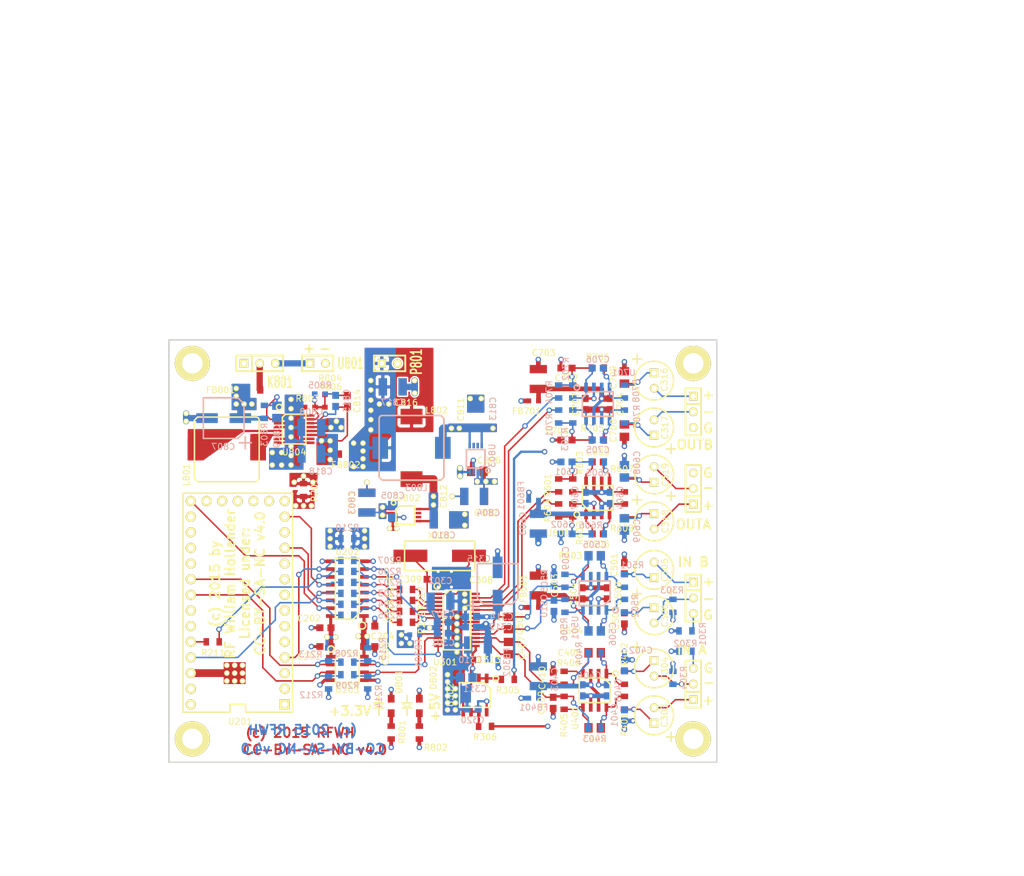
<source format=kicad_pcb>
(kicad_pcb (version 3) (host pcbnew "(2013-07-07 BZR 4022)-stable")
  (layers (15 F.Cu signal) (2 Inner2.Cu signal) (1 Inner1.Cu signal) (0 B.Cu signal) (18 B.Paste user) (19 F.Paste user) (20 B.SilkS user) (21 F.SilkS user) (22 B.Mask user) (23 F.Mask user) (28 Edge.Cuts user))
  (net 0 "")
  (net 1 +3.3V)
  (net 2 +5VA)
  (net 3 /CodecAndAnalog/ADC_DATA)
  (net 4 /CodecAndAnalog/BCLK)
  (net 5 /CodecAndAnalog/DAC_DATA)
  (net 6 /CodecAndAnalog/InputBufferA/IN_N)
  (net 7 /CodecAndAnalog/InputBufferA/IN_P)
  (net 8 /CodecAndAnalog/InputBufferA/OUT_N)
  (net 9 /CodecAndAnalog/InputBufferA/OUT_P)
  (net 10 /CodecAndAnalog/InputBufferA/VCOM)
  (net 11 /CodecAndAnalog/InputBufferB/IN_N)
  (net 12 /CodecAndAnalog/InputBufferB/IN_P)
  (net 13 /CodecAndAnalog/InputBufferB/OUT_N)
  (net 14 /CodecAndAnalog/InputBufferB/OUT_P)
  (net 15 /CodecAndAnalog/LRCLK)
  (net 16 /CodecAndAnalog/OutputBufferA/IN_N)
  (net 17 /CodecAndAnalog/OutputBufferA/IN_P)
  (net 18 /CodecAndAnalog/OutputBufferA/OUT_N)
  (net 19 /CodecAndAnalog/OutputBufferA/OUT_P)
  (net 20 /CodecAndAnalog/OutputBufferA/VCOM)
  (net 21 /CodecAndAnalog/OutputBufferB/IN_N)
  (net 22 /CodecAndAnalog/OutputBufferB/IN_P)
  (net 23 /CodecAndAnalog/OutputBufferB/OUT_N)
  (net 24 /CodecAndAnalog/OutputBufferB/OUT_P)
  (net 25 /CodecAndAnalog/SCL)
  (net 26 /CodecAndAnalog/SCLK)
  (net 27 /CodecAndAnalog/SDA)
  (net 28 /CodecAndAnalog/VCOM)
  (net 29 /TeensyAndDigital/C_ADC_DATA)
  (net 30 /TeensyAndDigital/C_BCLK)
  (net 31 /TeensyAndDigital/C_LRCLK)
  (net 32 /TeensyAndDigital/C_SCLK)
  (net 33 /TeensyAndDigital/RSTN)
  (net 34 /TeensyAndDigital/T_3.3V)
  (net 35 /TeensyAndDigital/T_ADC_DATA)
  (net 36 /TeensyAndDigital/T_BCLK)
  (net 37 /TeensyAndDigital/T_CODEC_RESET)
  (net 38 /TeensyAndDigital/T_DAC_DATA)
  (net 39 /TeensyAndDigital/T_LRCLK)
  (net 40 /TeensyAndDigital/T_SCL)
  (net 41 /TeensyAndDigital/T_SCLK)
  (net 42 /TeensyAndDigital/T_SDA)
  (net 43 /TeensyAndDigital/T_VIN)
  (net 44 /TeensyAndDigital/VUSB)
  (net 45 DGND)
  (net 46 GND)
  (net 47 N-00000101)
  (net 48 N-00000104)
  (net 49 N-00000105)
  (net 50 N-00000106)
  (net 51 N-00000107)
  (net 52 N-00000108)
  (net 53 N-00000109)
  (net 54 N-00000110)
  (net 55 N-00000111)
  (net 56 N-00000112)
  (net 57 N-00000113)
  (net 58 N-00000114)
  (net 59 N-00000115)
  (net 60 N-00000116)
  (net 61 N-00000117)
  (net 62 N-00000118)
  (net 63 N-00000119)
  (net 64 N-0000012)
  (net 65 N-00000120)
  (net 66 N-00000121)
  (net 67 N-00000122)
  (net 68 N-00000123)
  (net 69 N-00000124)
  (net 70 N-00000125)
  (net 71 N-00000126)
  (net 72 N-00000127)
  (net 73 N-00000128)
  (net 74 N-00000129)
  (net 75 N-00000130)
  (net 76 N-00000131)
  (net 77 N-00000132)
  (net 78 N-00000133)
  (net 79 N-00000134)
  (net 80 N-0000050)
  (net 81 N-0000051)
  (net 82 N-0000052)
  (net 83 N-0000074)
  (net 84 N-0000075)
  (net 85 N-0000076)
  (net 86 N-0000077)
  (net 87 N-0000078)
  (net 88 N-0000079)
  (net 89 N-0000080)
  (net 90 N-0000081)
  (net 91 N-0000082)
  (net 92 N-0000083)
  (net 93 N-0000084)
  (net 94 N-0000085)
  (net 95 N-0000086)
  (net 96 N-0000087)
  (net 97 N-0000089)
  (net 98 N-0000090)
  (net 99 N-0000091)
  (net 100 N-0000092)
  (net 101 N-0000093)
  (net 102 N-0000094)
  (net 103 N-0000095)
  (net 104 N-0000096)
  (net 105 N-0000097)
  (net 106 N-0000098)
  (module STITCHING_VIA (layer F.Cu) (at 141.732 126.619)
    (fp_text reference STITCHING_VIA hide)
    (fp_text value VAL** hide)
    (pad 1 thru_hole circle (at 0 0) (size 0.889 0.889) (drill 0.508) (layers *.Cu *.Mask F.SilkS) (net 46 GND))
  )
  (module STITCHING_VIA (layer F.Cu) (at 141.732 125.476)
    (fp_text reference STITCHING_VIA hide)
    (fp_text value VAL** hide)
    (pad 1 thru_hole circle (at 0 0) (size 0.889 0.889) (drill 0.508) (layers *.Cu *.Mask F.SilkS) (net 46 GND))
  )
  (module STITCHING_VIA (layer F.Cu) (at 141.732 127.762)
    (fp_text reference STITCHING_VIA hide)
    (fp_text value VAL** hide)
    (pad 1 thru_hole circle (at 0 0) (size 0.889 0.889) (drill 0.508) (layers *.Cu *.Mask F.SilkS) (net 46 GND))
  )
  (module STITCHING_VIA (layer F.Cu) (at 141.732 128.905)
    (fp_text reference STITCHING_VIA hide)
    (fp_text value VAL** hide)
    (pad 1 thru_hole circle (at 0 0) (size 0.889 0.889) (drill 0.508) (layers *.Cu *.Mask F.SilkS) (net 46 GND))
  )
  (module STITCHING_VIA (layer F.Cu) (at 141.732 131.191)
    (fp_text reference STITCHING_VIA hide)
    (fp_text value VAL** hide)
    (pad 1 thru_hole circle (at 0 0) (size 0.889 0.889) (drill 0.508) (layers *.Cu *.Mask F.SilkS) (net 46 GND))
  )
  (module STITCHING_VIA (layer F.Cu) (at 141.732 130.048)
    (fp_text reference STITCHING_VIA hide)
    (fp_text value VAL** hide)
    (pad 1 thru_hole circle (at 0 0) (size 0.889 0.889) (drill 0.508) (layers *.Cu *.Mask F.SilkS) (net 46 GND))
  )
  (module STITCHING_VIA (layer F.Cu) (at 143.002 130.048)
    (fp_text reference STITCHING_VIA hide)
    (fp_text value VAL** hide)
    (pad 1 thru_hole circle (at 0 0) (size 0.889 0.889) (drill 0.508) (layers *.Cu *.Mask F.SilkS) (net 46 GND))
  )
  (module STITCHING_VIA (layer F.Cu) (at 143.002 131.191)
    (fp_text reference STITCHING_VIA hide)
    (fp_text value VAL** hide)
    (pad 1 thru_hole circle (at 0 0) (size 0.889 0.889) (drill 0.508) (layers *.Cu *.Mask F.SilkS) (net 46 GND))
  )
  (module STITCHING_VIA (layer F.Cu) (at 143.002 128.905)
    (fp_text reference STITCHING_VIA hide)
    (fp_text value VAL** hide)
    (pad 1 thru_hole circle (at 0 0) (size 0.889 0.889) (drill 0.508) (layers *.Cu *.Mask F.SilkS) (net 46 GND))
  )
  (module STITCHING_VIA (layer F.Cu) (at 143.002 127.762)
    (fp_text reference STITCHING_VIA hide)
    (fp_text value VAL** hide)
    (pad 1 thru_hole circle (at 0 0) (size 0.889 0.889) (drill 0.508) (layers *.Cu *.Mask F.SilkS) (net 46 GND))
  )
  (module STITCHING_VIA (layer F.Cu) (at 143.256 121.793)
    (fp_text reference STITCHING_VIA hide)
    (fp_text value VAL** hide)
    (pad 1 thru_hole circle (at 0 0) (size 0.889 0.889) (drill 0.508) (layers *.Cu *.Mask F.SilkS) (net 46 GND))
  )
  (module STITCHING_VIA (layer F.Cu) (at 143.256 119.507)
    (fp_text reference STITCHING_VIA hide)
    (fp_text value VAL** hide)
    (pad 1 thru_hole circle (at 0 0) (size 0.889 0.889) (drill 0.508) (layers *.Cu *.Mask F.SilkS) (net 46 GND))
  )
  (module STITCHING_VIA (layer F.Cu) (at 143.256 120.65)
    (fp_text reference STITCHING_VIA hide)
    (fp_text value VAL** hide)
    (pad 1 thru_hole circle (at 0 0) (size 0.889 0.889) (drill 0.508) (layers *.Cu *.Mask F.SilkS) (net 46 GND))
  )
  (module STITCHING_VIA (layer F.Cu) (at 143.256 117.221)
    (fp_text reference STITCHING_VIA hide)
    (fp_text value VAL** hide)
    (pad 1 thru_hole circle (at 0 0) (size 0.889 0.889) (drill 0.508) (layers *.Cu *.Mask F.SilkS) (net 46 GND))
  )
  (module STITCHING_VIA (layer F.Cu) (at 143.256 116.078)
    (fp_text reference STITCHING_VIA hide)
    (fp_text value VAL** hide)
    (pad 1 thru_hole circle (at 0 0) (size 0.889 0.889) (drill 0.508) (layers *.Cu *.Mask F.SilkS) (net 46 GND))
  )
  (module STITCHING_VIA (layer F.Cu) (at 143.256 118.364)
    (fp_text reference STITCHING_VIA hide)
    (fp_text value VAL** hide)
    (pad 1 thru_hole circle (at 0 0) (size 0.889 0.889) (drill 0.508) (layers *.Cu *.Mask F.SilkS) (net 46 GND))
  )
  (module STITCHING_VIA (layer F.Cu) (at 144.526 114.681)
    (fp_text reference STITCHING_VIA hide)
    (fp_text value VAL** hide)
    (pad 1 thru_hole circle (at 0 0) (size 0.889 0.889) (drill 0.508) (layers *.Cu *.Mask F.SilkS) (net 46 GND))
  )
  (module STITCHING_VIA (layer F.Cu) (at 108.458 123.952)
    (fp_text reference STITCHING_VIA hide)
    (fp_text value VAL** hide)
    (pad 1 thru_hole circle (at 0 0) (size 0.889 0.889) (drill 0.508) (layers *.Cu *.Mask F.SilkS) (net 34 /TeensyAndDigital/T_3.3V))
  )
  (module STITCHING_VIA (layer F.Cu) (at 108.458 125.222)
    (fp_text reference STITCHING_VIA hide)
    (fp_text value VAL** hide)
    (pad 1 thru_hole circle (at 0 0) (size 0.889 0.889) (drill 0.508) (layers *.Cu *.Mask F.SilkS) (net 34 /TeensyAndDigital/T_3.3V))
  )
  (module STITCHING_VIA (layer F.Cu) (at 108.458 126.492)
    (fp_text reference STITCHING_VIA hide)
    (fp_text value VAL** hide)
    (pad 1 thru_hole circle (at 0 0) (size 0.889 0.889) (drill 0.508) (layers *.Cu *.Mask F.SilkS) (net 34 /TeensyAndDigital/T_3.3V))
  )
  (module STITCHING_VIA (layer F.Cu) (at 107.188 126.492)
    (fp_text reference STITCHING_VIA hide)
    (fp_text value VAL** hide)
    (pad 1 thru_hole circle (at 0 0) (size 0.889 0.889) (drill 0.508) (layers *.Cu *.Mask F.SilkS) (net 34 /TeensyAndDigital/T_3.3V))
  )
  (module STITCHING_VIA (layer F.Cu) (at 107.188 125.222)
    (fp_text reference STITCHING_VIA hide)
    (fp_text value VAL** hide)
    (pad 1 thru_hole circle (at 0 0) (size 0.889 0.889) (drill 0.508) (layers *.Cu *.Mask F.SilkS) (net 34 /TeensyAndDigital/T_3.3V))
  )
  (module STITCHING_VIA (layer F.Cu) (at 107.188 123.952)
    (fp_text reference STITCHING_VIA hide)
    (fp_text value VAL** hide)
    (pad 1 thru_hole circle (at 0 0) (size 0.889 0.889) (drill 0.508) (layers *.Cu *.Mask F.SilkS) (net 34 /TeensyAndDigital/T_3.3V))
  )
  (module STITCHING_VIA (layer F.Cu) (at 143.764 93.218)
    (fp_text reference STITCHING_VIA hide)
    (fp_text value VAL** hide)
    (pad 1 thru_hole circle (at 0 0) (size 0.889 0.889) (drill 0.508) (layers *.Cu *.Mask F.SilkS) (net 46 GND))
  )
  (module STITCHING_VIA (layer F.Cu) (at 143.764 91.948)
    (fp_text reference STITCHING_VIA hide)
    (fp_text value VAL** hide)
    (pad 1 thru_hole circle (at 0 0) (size 0.889 0.889) (drill 0.508) (layers *.Cu *.Mask F.SilkS) (net 46 GND))
  )
  (module STITCHING_VIA (layer F.Cu) (at 147.193 80.645)
    (fp_text reference STITCHING_VIA hide)
    (fp_text value VAL** hide)
    (pad 1 thru_hole circle (at 0 0) (size 0.889 0.889) (drill 0.508) (layers *.Cu *.Mask F.SilkS) (net 46 GND))
  )
  (module STITCHING_VIA (layer F.Cu) (at 145.415 80.645)
    (fp_text reference STITCHING_VIA hide)
    (fp_text value VAL** hide)
    (pad 1 thru_hole circle (at 0 0) (size 0.889 0.889) (drill 0.508) (layers *.Cu *.Mask F.SilkS) (net 46 GND))
  )
  (module STITCHING_VIA (layer F.Cu) (at 128.651 94.234)
    (fp_text reference STITCHING_VIA hide)
    (fp_text value VAL** hide)
    (pad 1 thru_hole circle (at 0 0) (size 0.889 0.889) (drill 0.508) (layers *.Cu *.Mask F.SilkS) (net 46 GND))
  )
  (module STITCHING_VIA (layer F.Cu) (at 142.494 96.52)
    (fp_text reference STITCHING_VIA hide)
    (fp_text value VAL** hide)
    (pad 1 thru_hole circle (at 0 0) (size 0.889 0.889) (drill 0.508) (layers *.Cu *.Mask F.SilkS) (net 46 GND))
  )
  (module STITCHING_VIA (layer F.Cu) (at 144.526 101.219)
    (fp_text reference STITCHING_VIA hide)
    (fp_text value VAL** hide)
    (pad 1 thru_hole circle (at 0 0) (size 0.889 0.889) (drill 0.508) (layers *.Cu *.Mask F.SilkS) (net 46 GND))
  )
  (module STITCHING_VIA (layer F.Cu) (at 144.526 99.441)
    (fp_text reference STITCHING_VIA hide)
    (fp_text value VAL** hide)
    (pad 1 thru_hole circle (at 0 0) (size 0.889 0.889) (drill 0.508) (layers *.Cu *.Mask F.SilkS) (net 46 GND))
  )
  (module STITCHING_VIA (layer F.Cu) (at 129.286 84.074)
    (fp_text reference STITCHING_VIA hide)
    (fp_text value VAL** hide)
    (pad 1 thru_hole circle (at 0 0) (size 0.889 0.889) (drill 0.508) (layers *.Cu *.Mask F.SilkS) (net 104 N-0000096))
  )
  (module STITCHING_VIA (layer F.Cu) (at 129.286 85.725)
    (fp_text reference STITCHING_VIA hide)
    (fp_text value VAL** hide)
    (pad 1 thru_hole circle (at 0 0) (size 0.889 0.889) (drill 0.508) (layers *.Cu *.Mask F.SilkS) (net 104 N-0000096))
  )
  (module STITCHING_VIA (layer F.Cu) (at 132.207 81.534)
    (fp_text reference STITCHING_VIA hide)
    (fp_text value VAL** hide)
    (pad 1 thru_hole circle (at 0 0) (size 0.889 0.889) (drill 0.508) (layers *.Cu *.Mask F.SilkS) (net 104 N-0000096))
  )
  (module STITCHING_VIA (layer F.Cu) (at 130.683 81.534)
    (fp_text reference STITCHING_VIA hide)
    (fp_text value VAL** hide)
    (pad 1 thru_hole circle (at 0 0) (size 0.889 0.889) (drill 0.508) (layers *.Cu *.Mask F.SilkS) (net 104 N-0000096))
  )
  (module STITCHING_VIA (layer F.Cu) (at 129.286 82.55)
    (fp_text reference STITCHING_VIA hide)
    (fp_text value VAL** hide)
    (pad 1 thru_hole circle (at 0 0) (size 0.889 0.889) (drill 0.508) (layers *.Cu *.Mask F.SilkS) (net 104 N-0000096))
  )
  (module STITCHING_VIA (layer F.Cu) (at 129.286 77.724)
    (fp_text reference STITCHING_VIA hide)
    (fp_text value VAL** hide)
    (pad 1 thru_hole circle (at 0 0) (size 0.889 0.889) (drill 0.508) (layers *.Cu *.Mask F.SilkS) (net 104 N-0000096))
  )
  (module STITCHING_VIA (layer F.Cu) (at 129.286 79.248)
    (fp_text reference STITCHING_VIA hide)
    (fp_text value VAL** hide)
    (pad 1 thru_hole circle (at 0 0) (size 0.889 0.889) (drill 0.508) (layers *.Cu *.Mask F.SilkS) (net 104 N-0000096))
  )
  (module STITCHING_VIA (layer F.Cu) (at 129.286 80.899)
    (fp_text reference STITCHING_VIA hide)
    (fp_text value VAL** hide)
    (pad 1 thru_hole circle (at 0 0) (size 0.889 0.889) (drill 0.508) (layers *.Cu *.Mask F.SilkS) (net 104 N-0000096))
  )
  (module Yageo_0805 (layer F.Cu) (at 159.766 98.806 90)
    (fp_text reference R602 (at -3.683 3.429 90) (layer F.SilkS))
    (fp_text value 5.1K hide)
    (pad 1 smd rect (at 1.05 0 90) (size 0.9 1.2) (layers F.Cu F.Paste F.Mask) (net 16 /CodecAndAnalog/OutputBufferA/IN_N))
    (pad 2 smd rect (at -1.05 0 90) (size 0.9 1.2) (layers F.Cu F.Paste F.Mask) (net 69 N-00000124))
  )
  (module Yageo_0805 (layer F.Cu) (at 165.608 106.172)
    (fp_text reference R503 (at -3.937 0) (layer F.SilkS))
    (fp_text value 1k hide)
    (pad 1 smd rect (at 1.05 0) (size 0.9 1.2) (layers F.Cu F.Paste F.Mask) (net 65 N-00000120))
    (pad 2 smd rect (at -1.05 0) (size 0.9 1.2) (layers F.Cu F.Paste F.Mask) (net 13 /CodecAndAnalog/InputBufferB/OUT_N))
  )
  (module Yageo_0805 (layer F.Cu) (at 165.608 118.364)
    (fp_text reference R504 (at -3.81 0) (layer F.SilkS))
    (fp_text value 1k hide)
    (pad 1 smd rect (at 1.05 0) (size 0.9 1.2) (layers F.Cu F.Paste F.Mask) (net 62 N-00000118))
    (pad 2 smd rect (at -1.05 0) (size 0.9 1.2) (layers F.Cu F.Paste F.Mask) (net 14 /CodecAndAnalog/InputBufferB/OUT_P))
  )
  (module Yageo_0805 (layer B.Cu) (at 159.766 79.502 270)
    (fp_text reference R702 (at -3.683 -1.143 270) (layer B.SilkS) (effects (justify mirror)))
    (fp_text value 5.1K hide)
    (pad 1 smd rect (at 1.05 0 270) (size 0.9 1.2) (layers B.Cu B.Paste B.Mask) (net 21 /CodecAndAnalog/OutputBufferB/IN_N))
    (pad 2 smd rect (at -1.05 0 270) (size 0.9 1.2) (layers B.Cu B.Paste B.Mask) (net 75 N-00000130))
  )
  (module Yageo_0805 (layer B.Cu) (at 160.782 114.3 270)
    (fp_text reference R506 (at 3.81 0.127 270) (layer B.SilkS) (effects (justify mirror)))
    (fp_text value 40.2 hide)
    (pad 1 smd rect (at 1.05 0 270) (size 0.9 1.2) (layers B.Cu B.Paste B.Mask) (net 63 N-00000119))
    (pad 2 smd rect (at -1.05 0 270) (size 0.9 1.2) (layers B.Cu B.Paste B.Mask) (net 14 /CodecAndAnalog/InputBufferB/OUT_P))
  )
  (module Yageo_0805 (layer B.Cu) (at 162.052 79.502 90)
    (fp_text reference R704 (at -0.127 -3.81 90) (layer B.SilkS) (effects (justify mirror)))
    (fp_text value 5.1K hide)
    (pad 1 smd rect (at 1.05 0 90) (size 0.9 1.2) (layers B.Cu B.Paste B.Mask) (net 75 N-00000130))
    (pad 2 smd rect (at -1.05 0 90) (size 0.9 1.2) (layers B.Cu B.Paste B.Mask) (net 77 N-00000132))
  )
  (module Yageo_0805 (layer F.Cu) (at 147.828 133.858)
    (fp_text reference R306 (at 0 1.75) (layer F.SilkS))
    (fp_text value 10 hide)
    (pad 1 smd rect (at 1.05 0) (size 0.9 1.2) (layers F.Cu F.Paste F.Mask) (net 10 /CodecAndAnalog/InputBufferA/VCOM))
    (pad 2 smd rect (at -1.05 0) (size 0.9 1.2) (layers F.Cu F.Paste F.Mask) (net 80 N-0000050))
  )
  (module Yageo_0805 (layer B.Cu) (at 162.052 83.566 270)
    (fp_text reference R703 (at 3.683 1.27 270) (layer B.SilkS) (effects (justify mirror)))
    (fp_text value 5.1K hide)
    (pad 1 smd rect (at 1.05 0 270) (size 0.9 1.2) (layers B.Cu B.Paste B.Mask) (net 76 N-00000131))
    (pad 2 smd rect (at -1.05 0 270) (size 0.9 1.2) (layers B.Cu B.Paste B.Mask) (net 78 N-00000133))
  )
  (module Yageo_0805 (layer F.Cu) (at 166.116 87.376 180)
    (fp_text reference R705 (at 0.889 1.905 180) (layer F.SilkS))
    (fp_text value 5.1K hide)
    (pad 1 smd rect (at 1.05 0 180) (size 0.9 1.2) (layers F.Cu F.Paste F.Mask) (net 76 N-00000131))
    (pad 2 smd rect (at -1.05 0 180) (size 0.9 1.2) (layers F.Cu F.Paste F.Mask) (net 73 N-00000128))
  )
  (module Yageo_0805 (layer F.Cu) (at 166.116 75.692 180)
    (fp_text reference R706 (at 0 1.75 180) (layer F.SilkS))
    (fp_text value 5.1K hide)
    (pad 1 smd rect (at 1.05 0 180) (size 0.9 1.2) (layers F.Cu F.Paste F.Mask) (net 75 N-00000130))
    (pad 2 smd rect (at -1.05 0 180) (size 0.9 1.2) (layers F.Cu F.Paste F.Mask) (net 74 N-00000129))
  )
  (module Yageo_0805 (layer F.Cu) (at 170.434 125.984 90)
    (fp_text reference R402 (at 3.81 0 90) (layer F.SilkS))
    (fp_text value 1k hide)
    (pad 1 smd rect (at 1.05 0 90) (size 0.9 1.2) (layers F.Cu F.Paste F.Mask) (net 6 /CodecAndAnalog/InputBufferA/IN_N))
    (pad 2 smd rect (at -1.05 0 90) (size 0.9 1.2) (layers F.Cu F.Paste F.Mask) (net 57 N-00000113))
  )
  (module Yageo_0805 (layer B.Cu) (at 112.014 82.804 270)
    (fp_text reference R803 (at 3.683 0 270) (layer B.SilkS) (effects (justify mirror)))
    (fp_text value 200k hide)
    (pad 1 smd rect (at 1.05 0 270) (size 0.9 1.2) (layers B.Cu B.Paste B.Mask) (net 48 N-00000104))
    (pad 2 smd rect (at -1.05 0 270) (size 0.9 1.2) (layers B.Cu B.Paste B.Mask) (net 50 N-00000106))
  )
  (module Yageo_0805 (layer F.Cu) (at 160.655 130.048 270)
    (fp_text reference R405 (at 3.683 0 270) (layer F.SilkS))
    (fp_text value 40.2 hide)
    (pad 1 smd rect (at 1.05 0 270) (size 0.9 1.2) (layers F.Cu F.Paste F.Mask) (net 56 N-00000112))
    (pad 2 smd rect (at -1.05 0 270) (size 0.9 1.2) (layers F.Cu F.Paste F.Mask) (net 8 /CodecAndAnalog/InputBufferA/OUT_N))
  )
  (module Yageo_0805 (layer F.Cu) (at 159.766 94.742 270)
    (fp_text reference R601 (at 0 1.75 270) (layer F.SilkS))
    (fp_text value 5.1K hide)
    (pad 1 smd rect (at 1.05 0 270) (size 0.9 1.2) (layers F.Cu F.Paste F.Mask) (net 17 /CodecAndAnalog/OutputBufferA/IN_P))
    (pad 2 smd rect (at -1.05 0 270) (size 0.9 1.2) (layers F.Cu F.Paste F.Mask) (net 70 N-00000125))
  )
  (module Yageo_0805 (layer F.Cu) (at 170.434 94.742 270)
    (fp_text reference R607 (at -2.667 0.381 360) (layer F.SilkS))
    (fp_text value 100 hide)
    (pad 1 smd rect (at 1.05 0 270) (size 0.9 1.2) (layers F.Cu F.Paste F.Mask) (net 67 N-00000122))
    (pad 2 smd rect (at -1.05 0 270) (size 0.9 1.2) (layers F.Cu F.Paste F.Mask) (net 18 /CodecAndAnalog/OutputBufferA/OUT_N))
  )
  (module Yageo_0805 (layer B.Cu) (at 165.608 134.112)
    (fp_text reference R403 (at 0 1.778) (layer B.SilkS) (effects (justify mirror)))
    (fp_text value 1k hide)
    (pad 1 smd rect (at 1.05 0) (size 0.9 1.2) (layers B.Cu B.Paste B.Mask) (net 59 N-00000115))
    (pad 2 smd rect (at -1.05 0) (size 0.9 1.2) (layers B.Cu B.Paste B.Mask) (net 8 /CodecAndAnalog/InputBufferA/OUT_N))
  )
  (module Yageo_0805 (layer B.Cu) (at 170.434 79.502 270)
    (fp_text reference R708 (at -0.127 -1.905 270) (layer B.SilkS) (effects (justify mirror)))
    (fp_text value 100 hide)
    (pad 1 smd rect (at 1.05 0 270) (size 0.9 1.2) (layers B.Cu B.Paste B.Mask) (net 74 N-00000129))
    (pad 2 smd rect (at -1.05 0 270) (size 0.9 1.2) (layers B.Cu B.Paste B.Mask) (net 24 /CodecAndAnalog/OutputBufferB/OUT_P))
  )
  (module Yageo_0805 (layer F.Cu) (at 162.052 98.806 270)
    (fp_text reference R604 (at 0 4.064 270) (layer F.SilkS))
    (fp_text value 5.1K hide)
    (pad 1 smd rect (at 1.05 0 270) (size 0.9 1.2) (layers F.Cu F.Paste F.Mask) (net 69 N-00000124))
    (pad 2 smd rect (at -1.05 0 270) (size 0.9 1.2) (layers F.Cu F.Paste F.Mask) (net 71 N-00000126))
  )
  (module Yageo_0805 (layer F.Cu) (at 162.052 94.742 90)
    (fp_text reference R603 (at 3.683 1.143 90) (layer F.SilkS))
    (fp_text value 5.1K hide)
    (pad 1 smd rect (at 1.05 0 90) (size 0.9 1.2) (layers F.Cu F.Paste F.Mask) (net 70 N-00000125))
    (pad 2 smd rect (at -1.05 0 90) (size 0.9 1.2) (layers F.Cu F.Paste F.Mask) (net 72 N-00000127))
  )
  (module Yageo_0805 (layer B.Cu) (at 160.782 110.236 90)
    (fp_text reference R505 (at 0 -3.302 90) (layer B.SilkS) (effects (justify mirror)))
    (fp_text value 40.2 hide)
    (pad 1 smd rect (at 1.05 0 90) (size 0.9 1.2) (layers B.Cu B.Paste B.Mask) (net 61 N-00000117))
    (pad 2 smd rect (at -1.05 0 90) (size 0.9 1.2) (layers B.Cu B.Paste B.Mask) (net 13 /CodecAndAnalog/InputBufferB/OUT_N))
  )
  (module Yageo_0805 (layer B.Cu) (at 170.434 110.236 90)
    (fp_text reference R501 (at 2.54 1.27 180) (layer B.SilkS) (effects (justify mirror)))
    (fp_text value 1k hide)
    (pad 1 smd rect (at 1.05 0 90) (size 0.9 1.2) (layers B.Cu B.Paste B.Mask) (net 12 /CodecAndAnalog/InputBufferB/IN_P))
    (pad 2 smd rect (at -1.05 0 90) (size 0.9 1.2) (layers B.Cu B.Paste B.Mask) (net 65 N-00000120))
  )
  (module Yageo_0805 (layer F.Cu) (at 170.434 130.048 270)
    (fp_text reference R401 (at 3.556 0 270) (layer F.SilkS))
    (fp_text value 1k hide)
    (pad 1 smd rect (at 1.05 0 270) (size 0.9 1.2) (layers F.Cu F.Paste F.Mask) (net 7 /CodecAndAnalog/InputBufferA/IN_P))
    (pad 2 smd rect (at -1.05 0 270) (size 0.9 1.2) (layers F.Cu F.Paste F.Mask) (net 59 N-00000115))
  )
  (module Yageo_0805 (layer F.Cu) (at 160.655 125.984 90)
    (fp_text reference R406 (at 2.413 0.762 180) (layer F.SilkS))
    (fp_text value 40.2 hide)
    (pad 1 smd rect (at 1.05 0 90) (size 0.9 1.2) (layers F.Cu F.Paste F.Mask) (net 58 N-00000114))
    (pad 2 smd rect (at -1.05 0 90) (size 0.9 1.2) (layers F.Cu F.Paste F.Mask) (net 9 /CodecAndAnalog/InputBufferA/OUT_P))
  )
  (module Yageo_0805 (layer B.Cu) (at 165.608 121.92)
    (fp_text reference R404 (at -2.54 0.127 90) (layer B.SilkS) (effects (justify mirror)))
    (fp_text value 1k hide)
    (pad 1 smd rect (at 1.05 0) (size 0.9 1.2) (layers B.Cu B.Paste B.Mask) (net 57 N-00000113))
    (pad 2 smd rect (at -1.05 0) (size 0.9 1.2) (layers B.Cu B.Paste B.Mask) (net 9 /CodecAndAnalog/InputBufferA/OUT_P))
  )
  (module Yageo_0805 (layer F.Cu) (at 151.511 126.238)
    (fp_text reference R305 (at 0 1.75) (layer F.SilkS))
    (fp_text value 10 hide)
    (pad 1 smd rect (at 1.05 0) (size 0.9 1.2) (layers F.Cu F.Paste F.Mask) (net 20 /CodecAndAnalog/OutputBufferA/VCOM))
    (pad 2 smd rect (at -1.05 0) (size 0.9 1.2) (layers F.Cu F.Paste F.Mask) (net 81 N-0000051))
  )
  (module Yageo_0805 (layer B.Cu) (at 180.34 118.364)
    (fp_text reference R301 (at 2.794 0.508 90) (layer B.SilkS) (effects (justify mirror)))
    (fp_text value 0 hide)
    (pad 1 smd rect (at 1.05 0) (size 0.9 1.2) (layers B.Cu B.Paste B.Mask) (net 90 N-0000081))
    (pad 2 smd rect (at -1.05 0) (size 0.9 1.2) (layers B.Cu B.Paste B.Mask) (net 46 GND))
  )
  (module Yageo_0805 (layer B.Cu) (at 180.34 121.666)
    (fp_text reference R302 (at 0 -1.27) (layer B.SilkS) (effects (justify mirror)))
    (fp_text value 0 hide)
    (pad 1 smd rect (at 1.05 0) (size 0.9 1.2) (layers B.Cu B.Paste B.Mask) (net 83 N-0000074))
    (pad 2 smd rect (at -1.05 0) (size 0.9 1.2) (layers B.Cu B.Paste B.Mask) (net 46 GND))
  )
  (module Yageo_0805 (layer B.Cu) (at 178.308 114.3 90)
    (fp_text reference R303 (at 2.54 -0.127 180) (layer B.SilkS) (effects (justify mirror)))
    (fp_text value 0 hide)
    (pad 1 smd rect (at 1.05 0 90) (size 0.9 1.2) (layers B.Cu B.Paste B.Mask) (net 91 N-0000082))
    (pad 2 smd rect (at -1.05 0 90) (size 0.9 1.2) (layers B.Cu B.Paste B.Mask) (net 46 GND))
  )
  (module Yageo_0805 (layer B.Cu) (at 178.308 125.984 270)
    (fp_text reference R304 (at 0 -1.75 270) (layer B.SilkS) (effects (justify mirror)))
    (fp_text value 0 hide)
    (pad 1 smd rect (at 1.05 0 270) (size 0.9 1.2) (layers B.Cu B.Paste B.Mask) (net 86 N-0000077))
    (pad 2 smd rect (at -1.05 0 270) (size 0.9 1.2) (layers B.Cu B.Paste B.Mask) (net 46 GND))
  )
  (module Yageo_0805 (layer F.Cu) (at 137.16 134.874 90)
    (fp_text reference R802 (at -2.413 2.667 180) (layer F.SilkS))
    (fp_text value 620 hide)
    (pad 1 smd rect (at 1.05 0 90) (size 0.9 1.2) (layers F.Cu F.Paste F.Mask) (net 53 N-00000109))
    (pad 2 smd rect (at -1.05 0 90) (size 0.9 1.2) (layers F.Cu F.Paste F.Mask) (net 46 GND))
  )
  (module Yageo_0805 (layer F.Cu) (at 135.001 111.633 180)
    (fp_text reference R216 (at 2.54 0.508 270) (layer F.SilkS))
    (fp_text value 51 hide)
    (pad 1 smd rect (at 1.05 0 180) (size 0.9 1.2) (layers F.Cu F.Paste F.Mask) (net 32 /TeensyAndDigital/C_SCLK))
    (pad 2 smd rect (at -1.05 0 180) (size 0.9 1.2) (layers F.Cu F.Paste F.Mask) (net 26 /CodecAndAnalog/SCLK))
  )
  (module Yageo_0805 (layer B.Cu) (at 122.428 126.746 270)
    (fp_text reference R212 (at 2.032 2.794 360) (layer B.SilkS) (effects (justify mirror)))
    (fp_text value 2.2K hide)
    (pad 1 smd rect (at 1.05 0 270) (size 0.9 1.2) (layers B.Cu B.Paste B.Mask) (net 34 /TeensyAndDigital/T_3.3V))
    (pad 2 smd rect (at -1.05 0 270) (size 0.9 1.2) (layers B.Cu B.Paste B.Mask) (net 40 /TeensyAndDigital/T_SCL))
  )
  (module Yageo_0805 (layer F.Cu) (at 135.001 113.411 180)
    (fp_text reference R217 (at -2.54 0.381 270) (layer F.SilkS))
    (fp_text value 51 hide)
    (pad 1 smd rect (at 1.05 0 180) (size 0.9 1.2) (layers F.Cu F.Paste F.Mask) (net 31 /TeensyAndDigital/C_LRCLK))
    (pad 2 smd rect (at -1.05 0 180) (size 0.9 1.2) (layers F.Cu F.Paste F.Mask) (net 15 /CodecAndAnalog/LRCLK))
  )
  (module Yageo_0805 (layer F.Cu) (at 135.001 115.189 180)
    (fp_text reference R218 (at 2.54 0 270) (layer F.SilkS))
    (fp_text value 51 hide)
    (pad 1 smd rect (at 1.05 0 180) (size 0.9 1.2) (layers F.Cu F.Paste F.Mask) (net 30 /TeensyAndDigital/C_BCLK))
    (pad 2 smd rect (at -1.05 0 180) (size 0.9 1.2) (layers F.Cu F.Paste F.Mask) (net 4 /CodecAndAnalog/BCLK))
  )
  (module Yageo_0805 (layer F.Cu) (at 135.001 116.967 180)
    (fp_text reference R219 (at -2.54 0 270) (layer F.SilkS))
    (fp_text value 51 hide)
    (pad 1 smd rect (at 1.05 0 180) (size 0.9 1.2) (layers F.Cu F.Paste F.Mask) (net 29 /TeensyAndDigital/C_ADC_DATA))
    (pad 2 smd rect (at -1.05 0 180) (size 0.9 1.2) (layers F.Cu F.Paste F.Mask) (net 3 /CodecAndAnalog/ADC_DATA))
  )
  (module Yageo_0805 (layer F.Cu) (at 103.632 120.142 180)
    (fp_text reference R211 (at -0.0762 -1.778 180) (layer F.SilkS))
    (fp_text value 51 hide)
    (pad 1 smd rect (at 1.05 0 180) (size 0.9 1.2) (layers F.Cu F.Paste F.Mask) (net 64 N-0000012))
    (pad 2 smd rect (at -1.05 0 180) (size 0.9 1.2) (layers F.Cu F.Paste F.Mask) (net 38 /TeensyAndDigital/T_DAC_DATA))
  )
  (module Yageo_0805 (layer B.Cu) (at 122.428 122.174 90)
    (fp_text reference R213 (at 0 -2.921 180) (layer B.SilkS) (effects (justify mirror)))
    (fp_text value 2.2K hide)
    (pad 1 smd rect (at 1.05 0 90) (size 0.9 1.2) (layers B.Cu B.Paste B.Mask) (net 34 /TeensyAndDigital/T_3.3V))
    (pad 2 smd rect (at -1.05 0 90) (size 0.9 1.2) (layers B.Cu B.Paste B.Mask) (net 42 /TeensyAndDigital/T_SDA))
  )
  (module Yageo_0805 (layer B.Cu) (at 166.116 90.932 180)
    (fp_text reference R605 (at 0 -1.75 180) (layer B.SilkS) (effects (justify mirror)))
    (fp_text value 5.1K hide)
    (pad 1 smd rect (at 1.05 0 180) (size 0.9 1.2) (layers B.Cu B.Paste B.Mask) (net 70 N-00000125))
    (pad 2 smd rect (at -1.05 0 180) (size 0.9 1.2) (layers B.Cu B.Paste B.Mask) (net 67 N-00000122))
  )
  (module Yageo_0805 (layer B.Cu) (at 166.116 102.616 180)
    (fp_text reference R606 (at 1.143 1.397 180) (layer B.SilkS) (effects (justify mirror)))
    (fp_text value 5.1K hide)
    (pad 1 smd rect (at 1.05 0 180) (size 0.9 1.2) (layers B.Cu B.Paste B.Mask) (net 69 N-00000124))
    (pad 2 smd rect (at -1.05 0 180) (size 0.9 1.2) (layers B.Cu B.Paste B.Mask) (net 68 N-00000123))
  )
  (module Yageo_0805 (layer B.Cu) (at 128.778 126.746 270)
    (fp_text reference R214 (at 2.286 -1.778 270) (layer B.SilkS) (effects (justify mirror)))
    (fp_text value 2.2K hide)
    (pad 1 smd rect (at 1.05 0 270) (size 0.9 1.2) (layers B.Cu B.Paste B.Mask) (net 1 +3.3V))
    (pad 2 smd rect (at -1.05 0 270) (size 0.9 1.2) (layers B.Cu B.Paste B.Mask) (net 25 /CodecAndAnalog/SCL))
  )
  (module Yageo_0805 (layer B.Cu) (at 128.778 122.174 90)
    (fp_text reference R215 (at 0.889 2.413 90) (layer B.SilkS) (effects (justify mirror)))
    (fp_text value 2.2K hide)
    (pad 1 smd rect (at 1.05 0 90) (size 0.9 1.2) (layers B.Cu B.Paste B.Mask) (net 1 +3.3V))
    (pad 2 smd rect (at -1.05 0 90) (size 0.9 1.2) (layers B.Cu B.Paste B.Mask) (net 27 /CodecAndAnalog/SDA))
  )
  (module Yageo_0805 (layer B.Cu) (at 125.476 103.378 180)
    (fp_text reference R210 (at 0 1.778 180) (layer B.SilkS) (effects (justify mirror)))
    (fp_text value 0 hide)
    (pad 1 smd rect (at 1.05 0 180) (size 0.9 1.2) (layers B.Cu B.Paste B.Mask) (net 45 DGND))
    (pad 2 smd rect (at -1.05 0 180) (size 0.9 1.2) (layers B.Cu B.Paste B.Mask) (net 46 GND))
  )
  (module Yageo_0805 (layer F.Cu) (at 170.434 98.806 90)
    (fp_text reference R608 (at -2.921 -0.381 180) (layer F.SilkS))
    (fp_text value 100 hide)
    (pad 1 smd rect (at 1.05 0 90) (size 0.9 1.2) (layers F.Cu F.Paste F.Mask) (net 68 N-00000123))
    (pad 2 smd rect (at -1.05 0 90) (size 0.9 1.2) (layers F.Cu F.Paste F.Mask) (net 19 /CodecAndAnalog/OutputBufferA/OUT_P))
  )
  (module Yageo_0805 (layer F.Cu) (at 132.588 134.874 90)
    (fp_text reference R801 (at 0.127 1.778 90) (layer F.SilkS))
    (fp_text value 270 hide)
    (pad 1 smd rect (at 1.05 0 90) (size 0.9 1.2) (layers F.Cu F.Paste F.Mask) (net 52 N-00000108))
    (pad 2 smd rect (at -1.05 0 90) (size 0.9 1.2) (layers F.Cu F.Paste F.Mask) (net 46 GND))
  )
  (module Yageo_0805 (layer B.Cu) (at 170.434 114.3 270)
    (fp_text reference R502 (at 0 -1.75 270) (layer B.SilkS) (effects (justify mirror)))
    (fp_text value 1k hide)
    (pad 1 smd rect (at 1.05 0 270) (size 0.9 1.2) (layers B.Cu B.Paste B.Mask) (net 11 /CodecAndAnalog/InputBufferB/IN_N))
    (pad 2 smd rect (at -1.05 0 270) (size 0.9 1.2) (layers B.Cu B.Paste B.Mask) (net 62 N-00000118))
  )
  (module Yageo_0805 (layer B.Cu) (at 125.476 125.476 180)
    (fp_text reference R209 (at 0 -1.75 180) (layer B.SilkS) (effects (justify mirror)))
    (fp_text value 0 hide)
    (pad 1 smd rect (at 1.05 0 180) (size 0.9 1.2) (layers B.Cu B.Paste B.Mask) (net 40 /TeensyAndDigital/T_SCL))
    (pad 2 smd rect (at -1.05 0 180) (size 0.9 1.2) (layers B.Cu B.Paste B.Mask) (net 25 /CodecAndAnalog/SCL))
  )
  (module Yageo_0805 (layer B.Cu) (at 125.476 123.444 180)
    (fp_text reference R208 (at 0.127 1.397 180) (layer B.SilkS) (effects (justify mirror)))
    (fp_text value 0 hide)
    (pad 1 smd rect (at 1.05 0 180) (size 0.9 1.2) (layers B.Cu B.Paste B.Mask) (net 42 /TeensyAndDigital/T_SDA))
    (pad 2 smd rect (at -1.05 0 180) (size 0.9 1.2) (layers B.Cu B.Paste B.Mask) (net 27 /CodecAndAnalog/SDA))
  )
  (module Yageo_0805 (layer B.Cu) (at 125.476 106.934 180)
    (fp_text reference R207 (at -6.858 0 180) (layer B.SilkS) (effects (justify mirror)))
    (fp_text value 0 hide)
    (pad 1 smd rect (at 1.05 0 180) (size 0.9 1.2) (layers B.Cu B.Paste B.Mask) (net 37 /TeensyAndDigital/T_CODEC_RESET))
    (pad 2 smd rect (at -1.05 0 180) (size 0.9 1.2) (layers B.Cu B.Paste B.Mask) (net 33 /TeensyAndDigital/RSTN))
  )
  (module Yageo_0805 (layer B.Cu) (at 125.476 108.712 180)
    (fp_text reference R206 (at -6.858 0 180) (layer B.SilkS) (effects (justify mirror)))
    (fp_text value 0 hide)
    (pad 1 smd rect (at 1.05 0 180) (size 0.9 1.2) (layers B.Cu B.Paste B.Mask) (net 38 /TeensyAndDigital/T_DAC_DATA))
    (pad 2 smd rect (at -1.05 0 180) (size 0.9 1.2) (layers B.Cu B.Paste B.Mask) (net 5 /CodecAndAnalog/DAC_DATA))
  )
  (module Yageo_0805 (layer B.Cu) (at 125.476 115.824 180)
    (fp_text reference R205 (at -6.858 0 180) (layer B.SilkS) (effects (justify mirror)))
    (fp_text value 0 hide)
    (pad 1 smd rect (at 1.05 0 180) (size 0.9 1.2) (layers B.Cu B.Paste B.Mask) (net 35 /TeensyAndDigital/T_ADC_DATA))
    (pad 2 smd rect (at -1.05 0 180) (size 0.9 1.2) (layers B.Cu B.Paste B.Mask) (net 29 /TeensyAndDigital/C_ADC_DATA))
  )
  (module Yageo_0805 (layer B.Cu) (at 125.476 114.046 180)
    (fp_text reference R204 (at -6.858 0 180) (layer B.SilkS) (effects (justify mirror)))
    (fp_text value 0 hide)
    (pad 1 smd rect (at 1.05 0 180) (size 0.9 1.2) (layers B.Cu B.Paste B.Mask) (net 36 /TeensyAndDigital/T_BCLK))
    (pad 2 smd rect (at -1.05 0 180) (size 0.9 1.2) (layers B.Cu B.Paste B.Mask) (net 30 /TeensyAndDigital/C_BCLK))
  )
  (module Yageo_0805 (layer B.Cu) (at 125.476 112.268 180)
    (fp_text reference R203 (at -6.858 0 180) (layer B.SilkS) (effects (justify mirror)))
    (fp_text value 0 hide)
    (pad 1 smd rect (at 1.05 0 180) (size 0.9 1.2) (layers B.Cu B.Paste B.Mask) (net 39 /TeensyAndDigital/T_LRCLK))
    (pad 2 smd rect (at -1.05 0 180) (size 0.9 1.2) (layers B.Cu B.Paste B.Mask) (net 31 /TeensyAndDigital/C_LRCLK))
  )
  (module Yageo_0805 (layer B.Cu) (at 125.476 110.49 180)
    (fp_text reference R202 (at -6.858 0 180) (layer B.SilkS) (effects (justify mirror)))
    (fp_text value 0 hide)
    (pad 1 smd rect (at 1.05 0 180) (size 0.9 1.2) (layers B.Cu B.Paste B.Mask) (net 41 /TeensyAndDigital/T_SCLK))
    (pad 2 smd rect (at -1.05 0 180) (size 0.9 1.2) (layers B.Cu B.Paste B.Mask) (net 32 /TeensyAndDigital/C_SCLK))
  )
  (module Yageo_0805 (layer F.Cu) (at 118.364 95.504 270)
    (fp_text reference R201 (at 0 -1.778 270) (layer F.SilkS))
    (fp_text value 0 hide)
    (pad 1 smd rect (at 1.05 0 270) (size 0.9 1.2) (layers F.Cu F.Paste F.Mask) (net 43 /TeensyAndDigital/T_VIN))
    (pad 2 smd rect (at -1.05 0 270) (size 0.9 1.2) (layers F.Cu F.Paste F.Mask) (net 44 /TeensyAndDigital/VUSB))
  )
  (module Yageo_0805 (layer B.Cu) (at 159.766 83.566 90)
    (fp_text reference R701 (at -1.397 -1.524 90) (layer B.SilkS) (effects (justify mirror)))
    (fp_text value 5.1K hide)
    (pad 1 smd rect (at 1.05 0 90) (size 0.9 1.2) (layers B.Cu B.Paste B.Mask) (net 22 /CodecAndAnalog/OutputBufferB/IN_P))
    (pad 2 smd rect (at -1.05 0 90) (size 0.9 1.2) (layers B.Cu B.Paste B.Mask) (net 76 N-00000131))
  )
  (module Yageo_0805 (layer B.Cu) (at 170.434 83.566 90)
    (fp_text reference R707 (at 0 2.032 90) (layer B.SilkS) (effects (justify mirror)))
    (fp_text value 100 hide)
    (pad 1 smd rect (at 1.05 0 90) (size 0.9 1.2) (layers B.Cu B.Paste B.Mask) (net 73 N-00000128))
    (pad 2 smd rect (at -1.05 0 90) (size 0.9 1.2) (layers B.Cu B.Paste B.Mask) (net 23 /CodecAndAnalog/OutputBufferB/OUT_N))
  )
  (module Yageo_0603 (layer F.Cu) (at 122.682 82.042 180)
    (fp_text reference R806 (at 0 3.302 180) (layer F.SilkS))
    (fp_text value 649k hide)
    (pad 1 smd rect (at 0.85 0 180) (size 0.9 0.8) (layers F.Cu F.Paste F.Mask) (net 98 N-0000090))
    (pad 2 smd rect (at -0.85 0 180) (size 0.9 0.8) (layers F.Cu F.Paste F.Mask) (net 99 N-0000091))
  )
  (module Yageo_0603 (layer F.Cu) (at 119.38 82.042 180)
    (fp_text reference R807 (at 0.381 1.397 180) (layer F.SilkS))
    (fp_text value 137k hide)
    (pad 1 smd rect (at 0.85 0 180) (size 0.9 0.8) (layers F.Cu F.Paste F.Mask) (net 46 GND))
    (pad 2 smd rect (at -0.85 0 180) (size 0.9 0.8) (layers F.Cu F.Paste F.Mask) (net 98 N-0000090))
  )
  (module Yageo_0603 (layer B.Cu) (at 121.031 79.883 180)
    (fp_text reference R805 (at 0 1.397 180) (layer B.SilkS) (effects (justify mirror)))
    (fp_text value 15k hide)
    (pad 1 smd rect (at 0.85 0 180) (size 0.9 0.8) (layers B.Cu B.Paste B.Mask) (net 98 N-0000090))
    (pad 2 smd rect (at -0.85 0 180) (size 0.9 0.8) (layers B.Cu B.Paste B.Mask) (net 100 N-0000092))
  )
  (module Yageo_0603 (layer F.Cu) (at 122.682 80.01 180)
    (fp_text reference R804 (at 0 2.667 180) (layer F.SilkS))
    (fp_text value 10k hide)
    (pad 1 smd rect (at 0.85 0 180) (size 0.9 0.8) (layers F.Cu F.Paste F.Mask) (net 98 N-0000090))
    (pad 2 smd rect (at -0.85 0 180) (size 0.9 0.8) (layers F.Cu F.Paste F.Mask) (net 101 N-0000093))
  )
  (module XTAL (layer F.Cu) (at 140.462 106.172)
    (fp_text reference X301 (at 0 -3.302) (layer F.SilkS))
    (fp_text value CRYSTAL hide)
    (pad 1 smd rect (at -4.75 0) (size 5.5 2) (layers F.Cu F.Paste F.Mask) (net 96 N-0000087))
    (pad 2 smd rect (at 4.75 0) (size 5.5 2) (layers F.Cu F.Paste F.Mask) (net 95 N-0000086))
  )
  (module TI_SOIC8 (layer B.Cu) (at 166.116 81.534 270)
    (fp_text reference U701 (at -5.08 -4.191 360) (layer B.SilkS) (effects (justify mirror)))
    (fp_text value THS4521 hide)
    (pad 7 smd rect (at 2.7 0.635 270) (size 1.55 0.6) (layers B.Cu B.Paste B.Mask) (net 79 N-00000134))
    (pad 8 smd rect (at 2.7 1.905 270) (size 1.55 0.6) (layers B.Cu B.Paste B.Mask) (net 78 N-00000133))
    (pad 6 smd rect (at 2.7 -0.635 270) (size 1.55 0.6) (layers B.Cu B.Paste B.Mask) (net 46 GND))
    (pad 5 smd rect (at 2.7 -1.905 270) (size 1.55 0.6) (layers B.Cu B.Paste B.Mask) (net 73 N-00000128))
    (pad 4 smd rect (at -2.7 -1.905 270) (size 1.55 0.6) (layers B.Cu B.Paste B.Mask) (net 74 N-00000129))
    (pad 3 smd rect (at -2.7 -0.635 270) (size 1.55 0.6) (layers B.Cu B.Paste B.Mask) (net 79 N-00000134))
    (pad 1 smd rect (at -2.7 1.905 270) (size 1.55 0.6) (layers B.Cu B.Paste B.Mask) (net 77 N-00000132))
    (pad 2 smd rect (at -2.7 0.635 270) (size 1.55 0.6) (layers B.Cu B.Paste B.Mask) (net 20 /CodecAndAnalog/OutputBufferA/VCOM))
  )
  (module TI_SOIC8 (layer F.Cu) (at 165.608 128.016 270)
    (fp_text reference U401 (at 4.445 3.175 270) (layer F.SilkS))
    (fp_text value THS4521 hide)
    (pad 7 smd rect (at 2.7 -0.635 270) (size 1.55 0.6) (layers F.Cu F.Paste F.Mask) (net 55 N-00000111))
    (pad 8 smd rect (at 2.7 -1.905 270) (size 1.55 0.6) (layers F.Cu F.Paste F.Mask) (net 59 N-00000115))
    (pad 6 smd rect (at 2.7 0.635 270) (size 1.55 0.6) (layers F.Cu F.Paste F.Mask) (net 46 GND))
    (pad 5 smd rect (at 2.7 1.905 270) (size 1.55 0.6) (layers F.Cu F.Paste F.Mask) (net 56 N-00000112))
    (pad 4 smd rect (at -2.7 1.905 270) (size 1.55 0.6) (layers F.Cu F.Paste F.Mask) (net 58 N-00000114))
    (pad 3 smd rect (at -2.7 0.635 270) (size 1.55 0.6) (layers F.Cu F.Paste F.Mask) (net 55 N-00000111))
    (pad 1 smd rect (at -2.7 -1.905 270) (size 1.55 0.6) (layers F.Cu F.Paste F.Mask) (net 57 N-00000113))
    (pad 2 smd rect (at -2.7 -0.635 270) (size 1.55 0.6) (layers F.Cu F.Paste F.Mask) (net 10 /CodecAndAnalog/InputBufferA/VCOM))
  )
  (module TI_SOIC8 (layer B.Cu) (at 165.608 112.268 90)
    (fp_text reference U501 (at -5.588 -3.175 90) (layer B.SilkS) (effects (justify mirror)))
    (fp_text value THS4521 hide)
    (pad 7 smd rect (at 2.7 0.635 90) (size 1.55 0.6) (layers B.Cu B.Paste B.Mask) (net 60 N-00000116))
    (pad 8 smd rect (at 2.7 1.905 90) (size 1.55 0.6) (layers B.Cu B.Paste B.Mask) (net 65 N-00000120))
    (pad 6 smd rect (at 2.7 -0.635 90) (size 1.55 0.6) (layers B.Cu B.Paste B.Mask) (net 46 GND))
    (pad 5 smd rect (at 2.7 -1.905 90) (size 1.55 0.6) (layers B.Cu B.Paste B.Mask) (net 61 N-00000117))
    (pad 4 smd rect (at -2.7 -1.905 90) (size 1.55 0.6) (layers B.Cu B.Paste B.Mask) (net 63 N-00000119))
    (pad 3 smd rect (at -2.7 -0.635 90) (size 1.55 0.6) (layers B.Cu B.Paste B.Mask) (net 60 N-00000116))
    (pad 1 smd rect (at -2.7 1.905 90) (size 1.55 0.6) (layers B.Cu B.Paste B.Mask) (net 62 N-00000118))
    (pad 2 smd rect (at -2.7 0.635 90) (size 1.55 0.6) (layers B.Cu B.Paste B.Mask) (net 10 /CodecAndAnalog/InputBufferA/VCOM))
  )
  (module TI_SOIC8 (layer F.Cu) (at 166.116 96.774 90)
    (fp_text reference U601 (at -5.715 -6.477 180) (layer F.SilkS))
    (fp_text value THS4521 hide)
    (pad 7 smd rect (at 2.7 -0.635 90) (size 1.55 0.6) (layers F.Cu F.Paste F.Mask) (net 66 N-00000121))
    (pad 8 smd rect (at 2.7 -1.905 90) (size 1.55 0.6) (layers F.Cu F.Paste F.Mask) (net 72 N-00000127))
    (pad 6 smd rect (at 2.7 0.635 90) (size 1.55 0.6) (layers F.Cu F.Paste F.Mask) (net 46 GND))
    (pad 5 smd rect (at 2.7 1.905 90) (size 1.55 0.6) (layers F.Cu F.Paste F.Mask) (net 67 N-00000122))
    (pad 4 smd rect (at -2.7 1.905 90) (size 1.55 0.6) (layers F.Cu F.Paste F.Mask) (net 68 N-00000123))
    (pad 3 smd rect (at -2.7 0.635 90) (size 1.55 0.6) (layers F.Cu F.Paste F.Mask) (net 66 N-00000121))
    (pad 1 smd rect (at -2.7 -1.905 90) (size 1.55 0.6) (layers F.Cu F.Paste F.Mask) (net 71 N-00000126))
    (pad 2 smd rect (at -2.7 -0.635 90) (size 1.55 0.6) (layers F.Cu F.Paste F.Mask) (net 20 /CodecAndAnalog/OutputBufferA/VCOM))
  )
  (module TI_SOIC8 (layer F.Cu) (at 146.177 128.778 270)
    (fp_text reference U302 (at 0 4 270) (layer F.SilkS))
    (fp_text value OPA2348 hide)
    (pad 7 smd rect (at 2.7 -0.635 270) (size 1.55 0.6) (layers F.Cu F.Paste F.Mask) (net 80 N-0000050))
    (pad 8 smd rect (at 2.7 -1.905 270) (size 1.55 0.6) (layers F.Cu F.Paste F.Mask) (net 2 +5VA))
    (pad 6 smd rect (at 2.7 0.635 270) (size 1.55 0.6) (layers F.Cu F.Paste F.Mask) (net 80 N-0000050))
    (pad 5 smd rect (at 2.7 1.905 270) (size 1.55 0.6) (layers F.Cu F.Paste F.Mask) (net 28 /CodecAndAnalog/VCOM))
    (pad 4 smd rect (at -2.7 1.905 270) (size 1.55 0.6) (layers F.Cu F.Paste F.Mask) (net 46 GND))
    (pad 3 smd rect (at -2.7 0.635 270) (size 1.55 0.6) (layers F.Cu F.Paste F.Mask) (net 28 /CodecAndAnalog/VCOM))
    (pad 1 smd rect (at -2.7 -1.905 270) (size 1.55 0.6) (layers F.Cu F.Paste F.Mask) (net 81 N-0000051))
    (pad 2 smd rect (at -2.7 -0.635 270) (size 1.55 0.6) (layers F.Cu F.Paste F.Mask) (net 81 N-0000051))
  )
  (module TEENSY_3_1 (layer F.Cu) (at 107.696 113.792 180)
    (fp_text reference U201 (at -0.381 -19.304 180) (layer F.SilkS))
    (fp_text value TEENSY_3_1 hide)
    (pad 1 thru_hole rect (at -7.62 -16.51 180) (size 1.651 1.651) (drill 0.9652) (layers *.Cu *.Mask F.SilkS) (net 45 DGND))
    (pad 2 thru_hole circle (at -7.62 -13.97 180) (size 1.651 1.651) (drill 0.9652) (layers *.Cu *.Mask F.SilkS))
    (pad 3 thru_hole circle (at -7.62 -11.43 180) (size 1.651 1.651) (drill 0.9652) (layers *.Cu *.Mask F.SilkS))
    (pad 4 thru_hole circle (at -7.62 -8.89 180) (size 1.651 1.651) (drill 0.9652) (layers *.Cu *.Mask F.SilkS) (net 37 /TeensyAndDigital/T_CODEC_RESET))
    (pad 5 thru_hole circle (at -7.62 -6.35 180) (size 1.651 1.651) (drill 0.9652) (layers *.Cu *.Mask F.SilkS))
    (pad 6 thru_hole circle (at -7.62 -3.81 180) (size 1.651 1.651) (drill 0.9652) (layers *.Cu *.Mask F.SilkS))
    (pad 7 thru_hole circle (at -7.62 -1.27 180) (size 1.651 1.651) (drill 0.9652) (layers *.Cu *.Mask F.SilkS))
    (pad 8 thru_hole circle (at -7.62 1.27 180) (size 1.651 1.651) (drill 0.9652) (layers *.Cu *.Mask F.SilkS))
    (pad 9 thru_hole circle (at -7.62 3.81 180) (size 1.651 1.651) (drill 0.9652) (layers *.Cu *.Mask F.SilkS))
    (pad 10 thru_hole circle (at -7.62 6.35 180) (size 1.651 1.651) (drill 0.9652) (layers *.Cu *.Mask F.SilkS))
    (pad 11 thru_hole circle (at -7.62 8.89 180) (size 1.651 1.651) (drill 0.9652) (layers *.Cu *.Mask F.SilkS) (net 36 /TeensyAndDigital/T_BCLK))
    (pad 12 thru_hole circle (at -7.62 11.43 180) (size 1.651 1.651) (drill 0.9652) (layers *.Cu *.Mask F.SilkS))
    (pad 13 thru_hole circle (at -7.62 13.97 180) (size 1.651 1.651) (drill 0.9652) (layers *.Cu *.Mask F.SilkS) (net 41 /TeensyAndDigital/T_SCLK))
    (pad 14 thru_hole circle (at -7.62 16.51 180) (size 1.651 1.651) (drill 0.9652) (layers *.Cu *.Mask F.SilkS))
    (pad 15 thru_hole circle (at -5.08 16.51 180) (size 1.651 1.651) (drill 0.9652) (layers *.Cu *.Mask F.SilkS))
    (pad 16 thru_hole circle (at -2.54 16.51 180) (size 1.651 1.651) (drill 0.9652) (layers *.Cu *.Mask F.SilkS))
    (pad 17 thru_hole circle (at 0 16.51 180) (size 1.651 1.651) (drill 0.9652) (layers *.Cu *.Mask F.SilkS))
    (pad 18 thru_hole circle (at 2.54 16.51 180) (size 1.651 1.651) (drill 0.9652) (layers *.Cu *.Mask F.SilkS))
    (pad 19 thru_hole circle (at 5.08 16.51 180) (size 1.651 1.651) (drill 0.9652) (layers *.Cu *.Mask F.SilkS))
    (pad 20 thru_hole circle (at 7.62 16.51 180) (size 1.651 1.651) (drill 0.9652) (layers *.Cu *.Mask F.SilkS) (net 35 /TeensyAndDigital/T_ADC_DATA))
    (pad 21 thru_hole circle (at 7.62 13.97 180) (size 1.651 1.651) (drill 0.9652) (layers *.Cu *.Mask F.SilkS))
    (pad 22 thru_hole circle (at 7.62 11.43 180) (size 1.651 1.651) (drill 0.9652) (layers *.Cu *.Mask F.SilkS))
    (pad 23 thru_hole circle (at 7.62 8.89 180) (size 1.651 1.651) (drill 0.9652) (layers *.Cu *.Mask F.SilkS))
    (pad 24 thru_hole circle (at 7.62 6.35 180) (size 1.651 1.651) (drill 0.9652) (layers *.Cu *.Mask F.SilkS))
    (pad 25 thru_hole circle (at 7.62 3.81 180) (size 1.651 1.651) (drill 0.9652) (layers *.Cu *.Mask F.SilkS) (net 42 /TeensyAndDigital/T_SDA))
    (pad 26 thru_hole circle (at 7.62 1.27 180) (size 1.651 1.651) (drill 0.9652) (layers *.Cu *.Mask F.SilkS) (net 40 /TeensyAndDigital/T_SCL))
    (pad 27 thru_hole circle (at 7.62 -1.27 180) (size 1.651 1.651) (drill 0.9652) (layers *.Cu *.Mask F.SilkS))
    (pad 28 thru_hole circle (at 7.62 -3.81 180) (size 1.651 1.651) (drill 0.9652) (layers *.Cu *.Mask F.SilkS))
    (pad 29 thru_hole circle (at 7.62 -6.35 180) (size 1.651 1.651) (drill 0.9652) (layers *.Cu *.Mask F.SilkS) (net 64 N-0000012))
    (pad 30 thru_hole circle (at 7.62 -8.89 180) (size 1.651 1.651) (drill 0.9652) (layers *.Cu *.Mask F.SilkS) (net 39 /TeensyAndDigital/T_LRCLK))
    (pad 31 thru_hole circle (at 7.62 -11.43 180) (size 1.651 1.651) (drill 0.9652) (layers *.Cu *.Mask F.SilkS) (net 34 /TeensyAndDigital/T_3.3V))
    (pad 32 thru_hole circle (at 7.62 -13.97 180) (size 1.651 1.651) (drill 0.9652) (layers *.Cu *.Mask F.SilkS))
    (pad 33 thru_hole circle (at 7.62 -16.51 180) (size 1.651 1.651) (drill 0.9652) (layers *.Cu *.Mask F.SilkS) (net 43 /TeensyAndDigital/T_VIN))
  )
  (module SILABS_N_SOIC_8 (layer F.Cu) (at 125.476 124.46)
    (fp_text reference U203 (at 0 3.5) (layer F.SilkS))
    (fp_text value SI8602AC hide)
    (pad 1 smd rect (at -2.7 -1.905) (size 1.55 0.6) (layers F.Cu F.Paste F.Mask) (net 34 /TeensyAndDigital/T_3.3V))
    (pad 2 smd rect (at -2.7 -0.635) (size 1.55 0.6) (layers F.Cu F.Paste F.Mask) (net 42 /TeensyAndDigital/T_SDA))
    (pad 3 smd rect (at -2.7 0.635) (size 1.55 0.6) (layers F.Cu F.Paste F.Mask) (net 40 /TeensyAndDigital/T_SCL))
    (pad 4 smd rect (at -2.7 1.905) (size 1.55 0.6) (layers F.Cu F.Paste F.Mask) (net 45 DGND))
    (pad 5 smd rect (at 2.7 1.905) (size 1.55 0.6) (layers F.Cu F.Paste F.Mask) (net 46 GND))
    (pad 6 smd rect (at 2.7 0.635) (size 1.55 0.6) (layers F.Cu F.Paste F.Mask) (net 25 /CodecAndAnalog/SCL))
    (pad 7 smd rect (at 2.7 -0.635) (size 1.55 0.6) (layers F.Cu F.Paste F.Mask) (net 27 /CodecAndAnalog/SDA))
    (pad 8 smd rect (at 2.7 -1.905) (size 1.55 0.6) (layers F.Cu F.Paste F.Mask) (net 1 +3.3V))
  )
  (module SILABS_N_SOIC_16 (layer F.Cu) (at 125.476 111.506 180)
    (fp_text reference U202 (at 0 6 180) (layer F.SilkS))
    (fp_text value SI8662BC hide)
    (pad 1 smd rect (at -2.7 -4.445 180) (size 1.55 0.6) (layers F.Cu F.Paste F.Mask) (net 1 +3.3V))
    (pad 2 smd rect (at -2.7 -3.175 180) (size 1.55 0.6) (layers F.Cu F.Paste F.Mask) (net 29 /TeensyAndDigital/C_ADC_DATA))
    (pad 3 smd rect (at -2.7 -1.905 180) (size 1.55 0.6) (layers F.Cu F.Paste F.Mask) (net 30 /TeensyAndDigital/C_BCLK))
    (pad 4 smd rect (at -2.7 -0.635 180) (size 1.55 0.6) (layers F.Cu F.Paste F.Mask) (net 31 /TeensyAndDigital/C_LRCLK))
    (pad 5 smd rect (at -2.7 0.635 180) (size 1.55 0.6) (layers F.Cu F.Paste F.Mask) (net 32 /TeensyAndDigital/C_SCLK))
    (pad 6 smd rect (at -2.7 1.905 180) (size 1.55 0.6) (layers F.Cu F.Paste F.Mask) (net 5 /CodecAndAnalog/DAC_DATA))
    (pad 7 smd rect (at -2.7 3.175 180) (size 1.55 0.6) (layers F.Cu F.Paste F.Mask) (net 33 /TeensyAndDigital/RSTN))
    (pad 8 smd rect (at -2.7 4.445 180) (size 1.55 0.6) (layers F.Cu F.Paste F.Mask) (net 46 GND))
    (pad 9 smd rect (at 2.7 4.445 180) (size 1.55 0.6) (layers F.Cu F.Paste F.Mask) (net 45 DGND))
    (pad 10 smd rect (at 2.7 3.175 180) (size 1.55 0.6) (layers F.Cu F.Paste F.Mask) (net 37 /TeensyAndDigital/T_CODEC_RESET))
    (pad 11 smd rect (at 2.7 1.905 180) (size 1.55 0.6) (layers F.Cu F.Paste F.Mask) (net 38 /TeensyAndDigital/T_DAC_DATA))
    (pad 12 smd rect (at 2.7 0.635 180) (size 1.55 0.6) (layers F.Cu F.Paste F.Mask) (net 41 /TeensyAndDigital/T_SCLK))
    (pad 13 smd rect (at 2.7 -0.635 180) (size 1.55 0.6) (layers F.Cu F.Paste F.Mask) (net 39 /TeensyAndDigital/T_LRCLK))
    (pad 14 smd rect (at 2.7 -1.905 180) (size 1.55 0.6) (layers F.Cu F.Paste F.Mask) (net 36 /TeensyAndDigital/T_BCLK))
    (pad 15 smd rect (at 2.7 -3.175 180) (size 1.55 0.6) (layers F.Cu F.Paste F.Mask) (net 35 /TeensyAndDigital/T_ADC_DATA))
    (pad 16 smd rect (at 2.7 -4.445 180) (size 1.55 0.6) (layers F.Cu F.Paste F.Mask) (net 34 /TeensyAndDigital/T_3.3V))
  )
  (module SIL-3 (layer F.Cu) (at 111.252 74.93)
    (fp_text reference K801 (at 3.302 3.048) (layer F.SilkS) (effects (font (size 1.7907 1.07696) (thickness 0.3048))))
    (fp_text value CONN_3 hide)
    (pad 1 thru_hole rect (at -2.54 0) (size 1.397 1.397) (drill 0.8128) (layers *.Cu *.Mask F.SilkS) (net 44 /TeensyAndDigital/VUSB))
    (pad 2 thru_hole circle (at 0 0) (size 1.397 1.397) (drill 0.8128) (layers *.Cu *.Mask F.SilkS) (net 103 N-0000095))
    (pad 3 thru_hole circle (at 2.54 0) (size 1.397 1.397) (drill 0.8128) (layers *.Cu *.Mask F.SilkS) (net 97 N-0000089))
  )
  (module SIL-3 (layer F.Cu) (at 181.61 95.25 90)
    (fp_text reference K304 hide)
    (fp_text value CONN_3 hide)
    (pad 1 thru_hole rect (at -2.54 0 90) (size 1.397 1.397) (drill 0.8128) (layers *.Cu *.Mask F.SilkS) (net 89 N-0000080))
    (pad 2 thru_hole circle (at 0 0 90) (size 1.397 1.397) (drill 0.8128) (layers *.Cu *.Mask F.SilkS) (net 88 N-0000079))
    (pad 3 thru_hole circle (at 2.54 0 90) (size 1.397 1.397) (drill 0.8128) (layers *.Cu *.Mask F.SilkS) (net 46 GND))
  )
  (module SIL-3 (layer F.Cu) (at 181.61 82.804 270)
    (fp_text reference K303 hide)
    (fp_text value CONN_3 hide)
    (pad 1 thru_hole rect (at -2.54 0 270) (size 1.397 1.397) (drill 0.8128) (layers *.Cu *.Mask F.SilkS) (net 85 N-0000076))
    (pad 2 thru_hole circle (at 0 0 270) (size 1.397 1.397) (drill 0.8128) (layers *.Cu *.Mask F.SilkS) (net 84 N-0000075))
    (pad 3 thru_hole circle (at 2.54 0 270) (size 1.397 1.397) (drill 0.8128) (layers *.Cu *.Mask F.SilkS) (net 46 GND))
  )
  (module SIL-3 (layer F.Cu) (at 181.61 113.03 270)
    (fp_text reference K302 hide)
    (fp_text value CONN_3 hide)
    (pad 1 thru_hole rect (at -2.54 0 270) (size 1.397 1.397) (drill 0.8128) (layers *.Cu *.Mask F.SilkS) (net 92 N-0000083))
    (pad 2 thru_hole circle (at 0 0 270) (size 1.397 1.397) (drill 0.8128) (layers *.Cu *.Mask F.SilkS) (net 91 N-0000082))
    (pad 3 thru_hole circle (at 2.54 0 270) (size 1.397 1.397) (drill 0.8128) (layers *.Cu *.Mask F.SilkS) (net 90 N-0000081))
  )
  (module SIL-3 (layer F.Cu) (at 181.61 127 90)
    (fp_text reference K301 hide)
    (fp_text value CONN_3 hide)
    (pad 1 thru_hole rect (at -2.54 0 90) (size 1.397 1.397) (drill 0.8128) (layers *.Cu *.Mask F.SilkS) (net 87 N-0000078))
    (pad 2 thru_hole circle (at 0 0 90) (size 1.397 1.397) (drill 0.8128) (layers *.Cu *.Mask F.SilkS) (net 86 N-0000077))
    (pad 3 thru_hole circle (at 2.54 0 90) (size 1.397 1.397) (drill 0.8128) (layers *.Cu *.Mask F.SilkS) (net 83 N-0000074))
  )
  (module SIL-2 (layer F.Cu) (at 120.65 74.93)
    (fp_text reference U801 (at 5.334 0) (layer F.SilkS) (effects (font (size 1.72974 1.08712) (thickness 0.3048))))
    (fp_text value BAT4XAA hide)
    (pad 1 thru_hole rect (at -1.27 0) (size 1.397 1.397) (drill 0.8128) (layers *.Cu *.Mask F.SilkS) (net 97 N-0000089))
    (pad 2 thru_hole circle (at 1.27 0) (size 1.397 1.397) (drill 0.8128) (layers *.Cu *.Mask F.SilkS) (net 46 GND))
  )
  (module SIL-2 (layer F.Cu) (at 132.334 74.93)
    (fp_text reference P801 (at 4.3434 -0.254 90) (layer F.SilkS) (effects (font (size 1.72974 1.08712) (thickness 0.3048))))
    (fp_text value CONN_2 hide)
    (pad 1 thru_hole rect (at -1.27 0) (size 1.397 1.397) (drill 0.8128) (layers *.Cu *.Mask F.SilkS) (net 104 N-0000096))
    (pad 2 thru_hole circle (at 1.27 0) (size 1.397 1.397) (drill 0.8128) (layers *.Cu *.Mask F.SilkS) (net 46 GND))
  )
  (module Nichicon_UFW_6_3mm (layer F.Cu) (at 175.26 85.344 180)
    (fp_text reference C317 (at -1.7526 -0.0254 270) (layer F.SilkS))
    (fp_text value 100u hide)
    (pad 1 thru_hole rect (at 0 -1.25 180) (size 1.397 1.397) (drill 0.8128) (layers *.Cu *.Mask F.SilkS) (net 23 /CodecAndAnalog/OutputBufferB/OUT_N))
    (pad 2 thru_hole circle (at 0 1.25 180) (size 1.397 1.397) (drill 0.8128) (layers *.Cu *.Mask F.SilkS) (net 84 N-0000075))
  )
  (module Nichicon_UFW_6_3mm (layer F.Cu) (at 175.26 132.08 180)
    (fp_text reference C303 (at -1.6764 -0.0254 270) (layer F.SilkS))
    (fp_text value 100u hide)
    (pad 1 thru_hole rect (at 0 -1.25 180) (size 1.397 1.397) (drill 0.8128) (layers *.Cu *.Mask F.SilkS) (net 7 /CodecAndAnalog/InputBufferA/IN_P))
    (pad 2 thru_hole circle (at 0 1.25 180) (size 1.397 1.397) (drill 0.8128) (layers *.Cu *.Mask F.SilkS) (net 87 N-0000078))
  )
  (module Nichicon_UFW_6_3mm (layer F.Cu) (at 175.26 124.46)
    (fp_text reference C304 (at 1.7272 0.0254 90) (layer F.SilkS))
    (fp_text value 100u hide)
    (pad 1 thru_hole rect (at 0 -1.25) (size 1.397 1.397) (drill 0.8128) (layers *.Cu *.Mask F.SilkS) (net 6 /CodecAndAnalog/InputBufferA/IN_N))
    (pad 2 thru_hole circle (at 0 1.25) (size 1.397 1.397) (drill 0.8128) (layers *.Cu *.Mask F.SilkS) (net 86 N-0000077))
  )
  (module Nichicon_UFW_6_3mm (layer F.Cu) (at 175.26 108.458 180)
    (fp_text reference C305 (at -1.7272 -0.0254 270) (layer F.SilkS))
    (fp_text value 100u hide)
    (pad 1 thru_hole rect (at 0 -1.25 180) (size 1.397 1.397) (drill 0.8128) (layers *.Cu *.Mask F.SilkS) (net 12 /CodecAndAnalog/InputBufferB/IN_P))
    (pad 2 thru_hole circle (at 0 1.25 180) (size 1.397 1.397) (drill 0.8128) (layers *.Cu *.Mask F.SilkS) (net 92 N-0000083))
  )
  (module Nichicon_UFW_6_3mm (layer F.Cu) (at 175.26 115.824)
    (fp_text reference C306 (at 1.7272 0.0508 90) (layer F.SilkS))
    (fp_text value 100u hide)
    (pad 1 thru_hole rect (at 0 -1.25) (size 1.397 1.397) (drill 0.8128) (layers *.Cu *.Mask F.SilkS) (net 11 /CodecAndAnalog/InputBufferB/IN_N))
    (pad 2 thru_hole circle (at 0 1.25) (size 1.397 1.397) (drill 0.8128) (layers *.Cu *.Mask F.SilkS) (net 91 N-0000082))
  )
  (module Nichicon_UFW_6_3mm (layer F.Cu) (at 175.26 77.724)
    (fp_text reference C316 (at 1.651 -0.1524 90) (layer F.SilkS))
    (fp_text value 100u hide)
    (pad 1 thru_hole rect (at 0 -1.25) (size 1.397 1.397) (drill 0.8128) (layers *.Cu *.Mask F.SilkS) (net 24 /CodecAndAnalog/OutputBufferB/OUT_P))
    (pad 2 thru_hole circle (at 0 1.25) (size 1.397 1.397) (drill 0.8128) (layers *.Cu *.Mask F.SilkS) (net 85 N-0000076))
  )
  (module Nichicon_UFW_6_3mm (layer F.Cu) (at 175.26 100.584)
    (fp_text reference C318 (at 1.8034 0 90) (layer F.SilkS))
    (fp_text value 100u hide)
    (pad 1 thru_hole rect (at 0 -1.25) (size 1.397 1.397) (drill 0.8128) (layers *.Cu *.Mask F.SilkS) (net 19 /CodecAndAnalog/OutputBufferA/OUT_P))
    (pad 2 thru_hole circle (at 0 1.25) (size 1.397 1.397) (drill 0.8128) (layers *.Cu *.Mask F.SilkS) (net 89 N-0000080))
  )
  (module Nichicon_UFW_6_3mm (layer F.Cu) (at 175.26 92.964 180)
    (fp_text reference C319 (at -1.8288 -0.0508 270) (layer F.SilkS))
    (fp_text value 100u hide)
    (pad 1 thru_hole rect (at 0 -1.25 180) (size 1.397 1.397) (drill 0.8128) (layers *.Cu *.Mask F.SilkS) (net 18 /CodecAndAnalog/OutputBufferA/OUT_N))
    (pad 2 thru_hole circle (at 0 1.25 180) (size 1.397 1.397) (drill 0.8128) (layers *.Cu *.Mask F.SilkS) (net 88 N-0000079))
  )
  (module MSS1038 (layer F.Cu) (at 105.918 88.9 90)
    (fp_text reference L801 (at -4.1275 -6.5405 90) (layer F.SilkS))
    (fp_text value 5.2uH hide)
    (pad 1 smd rect (at 0 -5.08 90) (size 3.556 2.54) (layers F.Cu F.Paste F.Mask) (net 51 N-00000107))
    (pad 2 smd rect (at 0 5.08 90) (size 3.556 2.54) (layers F.Cu F.Paste F.Mask) (net 54 N-00000110))
  )
  (module MSS1038 (layer F.Cu) (at 135.89 88.646 180)
    (fp_text reference L802 (at -4.064 6.096 180) (layer F.SilkS))
    (fp_text value 5.2uH hide)
    (pad 1 smd rect (at 0 -5.08 180) (size 3.556 2.54) (layers F.Cu F.Paste F.Mask) (net 106 N-0000098))
    (pad 2 smd rect (at 0 5.08 180) (size 3.556 2.54) (layers F.Cu F.Paste F.Mask) (net 104 N-0000096))
  )
  (module MSS1038 (layer B.Cu) (at 135.89 88.646 90)
    (fp_text reference L803 (at -6.477 0.762 180) (layer B.SilkS) (effects (justify mirror)))
    (fp_text value 5.2uH hide)
    (pad 1 smd rect (at 0 5.08 90) (size 3.556 2.54) (layers B.Cu B.Paste B.Mask) (net 47 N-00000101))
    (pad 2 smd rect (at 0 -5.08 90) (size 3.556 2.54) (layers B.Cu B.Paste B.Mask) (net 104 N-0000096))
  )
  (module LINEAR_SSOP_16_N (layer F.Cu) (at 116.84 85.598)
    (fp_text reference U804 (at 0 3.7465) (layer F.SilkS))
    (fp_text value LTC3534 hide)
    (pad 1 smd rect (at -2.667 -2.2225) (size 1.27 0.4191) (layers F.Cu F.Paste F.Mask) (net 46 GND))
    (pad 2 smd rect (at -2.667 -1.5875) (size 1.27 0.4191) (layers F.Cu F.Paste F.Mask) (net 50 N-00000106))
    (pad 3 smd rect (at -2.667 -0.9525) (size 1.27 0.4191) (layers F.Cu F.Paste F.Mask) (net 46 GND))
    (pad 4 smd rect (at -2.667 -0.3175) (size 1.27 0.4191) (layers F.Cu F.Paste F.Mask) (net 46 GND))
    (pad 5 smd rect (at -2.667 0.3175) (size 1.27 0.4191) (layers F.Cu F.Paste F.Mask) (net 51 N-00000107))
    (pad 6 smd rect (at -2.667 0.9525) (size 1.27 0.4191) (layers F.Cu F.Paste F.Mask) (net 54 N-00000110))
    (pad 7 smd rect (at -2.667 1.5875) (size 1.27 0.4191) (layers F.Cu F.Paste F.Mask) (net 46 GND))
    (pad 8 smd rect (at -2.667 2.2225) (size 1.27 0.4191) (layers F.Cu F.Paste F.Mask) (net 46 GND))
    (pad 9 smd rect (at 2.667 2.2225) (size 1.27 0.4191) (layers F.Cu F.Paste F.Mask) (net 46 GND))
    (pad 10 smd rect (at 2.667 1.5875) (size 1.27 0.4191) (layers F.Cu F.Paste F.Mask) (net 48 N-00000104))
    (pad 11 smd rect (at 2.667 0.9525) (size 1.27 0.4191) (layers F.Cu F.Paste F.Mask) (net 99 N-0000091))
    (pad 12 smd rect (at 2.667 0.3175) (size 1.27 0.4191) (layers F.Cu F.Paste F.Mask) (net 48 N-00000104))
    (pad 13 smd rect (at 2.667 -0.3175) (size 1.27 0.4191) (layers F.Cu F.Paste F.Mask) (net 48 N-00000104))
    (pad 14 smd rect (at 2.667 -0.9525) (size 1.27 0.4191) (layers F.Cu F.Paste F.Mask) (net 49 N-00000105))
    (pad 15 smd rect (at 2.667 -1.5875) (size 1.27 0.4191) (layers F.Cu F.Paste F.Mask) (net 98 N-0000090))
    (pad 16 smd rect (at 2.667 -2.2225) (size 1.27 0.4191) (layers F.Cu F.Paste F.Mask) (net 46 GND))
  )
  (module LINEAR_MS8 (layer F.Cu) (at 134.874 99.568)
    (fp_text reference U802 (at 0.508 -2.794) (layer F.SilkS))
    (fp_text value LT1962-3.3 hide)
    (pad 1 smd rect (at -2.15 -0.975) (size 0.9 0.42) (layers F.Cu F.Paste F.Mask) (net 1 +3.3V))
    (pad 2 smd rect (at -2.15 -0.325) (size 0.9 0.42) (layers F.Cu F.Paste F.Mask) (net 1 +3.3V))
    (pad 3 smd rect (at -2.15 0.325) (size 0.9 0.42) (layers F.Cu F.Paste F.Mask) (net 105 N-0000097))
    (pad 4 smd rect (at -2.15 0.975) (size 0.9 0.42) (layers F.Cu F.Paste F.Mask) (net 46 GND))
    (pad 5 smd rect (at 2.15 0.975) (size 0.9 0.42) (layers F.Cu F.Paste F.Mask) (net 106 N-0000098))
    (pad 6 smd rect (at 2.15 0.325) (size 0.9 0.42) (layers F.Cu F.Paste F.Mask))
    (pad 7 smd rect (at 2.15 -0.325) (size 0.9 0.42) (layers F.Cu F.Paste F.Mask))
    (pad 8 smd rect (at 2.15 -0.975) (size 0.9 0.42) (layers F.Cu F.Paste F.Mask) (net 106 N-0000098))
  )
  (module LINEAR_MS8 (layer B.Cu) (at 146.304 90.424 90)
    (fp_text reference U803 (at 0.508 2.667 90) (layer B.SilkS) (effects (justify mirror)))
    (fp_text value LT1962-5 hide)
    (pad 1 smd rect (at -2.15 0.975 90) (size 0.9 0.42) (layers B.Cu B.Paste B.Mask) (net 2 +5VA))
    (pad 2 smd rect (at -2.15 0.325 90) (size 0.9 0.42) (layers B.Cu B.Paste B.Mask) (net 2 +5VA))
    (pad 3 smd rect (at -2.15 -0.325 90) (size 0.9 0.42) (layers B.Cu B.Paste B.Mask) (net 102 N-0000094))
    (pad 4 smd rect (at -2.15 -0.975 90) (size 0.9 0.42) (layers B.Cu B.Paste B.Mask) (net 46 GND))
    (pad 5 smd rect (at 2.15 -0.975 90) (size 0.9 0.42) (layers B.Cu B.Paste B.Mask) (net 47 N-00000101))
    (pad 6 smd rect (at 2.15 -0.325 90) (size 0.9 0.42) (layers B.Cu B.Paste B.Mask))
    (pad 7 smd rect (at 2.15 0.325 90) (size 0.9 0.42) (layers B.Cu B.Paste B.Mask))
    (pad 8 smd rect (at 2.15 0.975 90) (size 0.9 0.42) (layers B.Cu B.Paste B.Mask) (net 47 N-00000101))
  )
  (module LED_0805 (layer F.Cu) (at 137.16 130.556 90)
    (fp_text reference D802 (at 4.572 2.286 90) (layer F.SilkS))
    (fp_text value LED hide)
    (pad 1 smd rect (at 1.175 0 90) (size 1.25 1.1) (layers F.Cu F.Paste F.Mask) (net 2 +5VA))
    (pad 2 smd rect (at -1.175 0 90) (size 1.25 1.1) (layers F.Cu F.Paste F.Mask) (net 53 N-00000109))
  )
  (module LED_0805 (layer F.Cu) (at 132.588 130.556 90)
    (fp_text reference D801 (at 3.937 1.27 90) (layer F.SilkS))
    (fp_text value LED hide)
    (pad 1 smd rect (at 1.175 0 90) (size 1.25 1.1) (layers F.Cu F.Paste F.Mask) (net 1 +3.3V))
    (pad 2 smd rect (at -1.175 0 90) (size 1.25 1.1) (layers F.Cu F.Paste F.Mask) (net 52 N-00000108))
  )
  (module Kemet_1210 (layer F.Cu) (at 132.842 78.74 180)
    (fp_text reference C816 (at -2.159 -2.5654 180) (layer F.SilkS))
    (fp_text value 10uF hide)
    (pad 1 smd rect (at 1.6 0 180) (size 1.35 2.8) (layers F.Cu F.Paste F.Mask) (net 104 N-0000096))
    (pad 2 smd rect (at -1.6 0 180) (size 1.35 2.8) (layers F.Cu F.Paste F.Mask) (net 46 GND))
  )
  (module Kemet_1210 (layer B.Cu) (at 146.304 83.82 270)
    (fp_text reference C813 (at -1.524 -2.794 270) (layer B.SilkS) (effects (justify mirror)))
    (fp_text value 10uF hide)
    (pad 1 smd rect (at 1.6 0 270) (size 1.35 2.8) (layers B.Cu B.Paste B.Mask) (net 47 N-00000101))
    (pad 2 smd rect (at -1.6 0 270) (size 1.35 2.8) (layers B.Cu B.Paste B.Mask) (net 46 GND))
  )
  (module Kemet_1210 (layer F.Cu) (at 128.651 97.536 270)
    (fp_text reference C801 (at 0 2.5 270) (layer F.SilkS))
    (fp_text value 10uF hide)
    (pad 1 smd rect (at 1.6 0 270) (size 1.35 2.8) (layers F.Cu F.Paste F.Mask) (net 1 +3.3V))
    (pad 2 smd rect (at -1.6 0 270) (size 1.35 2.8) (layers F.Cu F.Paste F.Mask) (net 46 GND))
  )
  (module Kemet_1210 (layer B.Cu) (at 156.464 125.73 270)
    (fp_text reference C403 (at 0.508 -2.667 270) (layer B.SilkS) (effects (justify mirror)))
    (fp_text value 10uF hide)
    (pad 1 smd rect (at 1.6 0 270) (size 1.35 2.8) (layers B.Cu B.Paste B.Mask) (net 55 N-00000111))
    (pad 2 smd rect (at -1.6 0 270) (size 1.35 2.8) (layers B.Cu B.Paste B.Mask) (net 46 GND))
  )
  (module Kemet_1210 (layer B.Cu) (at 119.634 89.662)
    (fp_text reference C818 (at 1.524 2.794) (layer B.SilkS) (effects (justify mirror)))
    (fp_text value 22uF hide)
    (pad 1 smd rect (at 1.6 0) (size 1.35 2.8) (layers B.Cu B.Paste B.Mask) (net 99 N-0000091))
    (pad 2 smd rect (at -1.6 0) (size 1.35 2.8) (layers B.Cu B.Paste B.Mask) (net 46 GND))
  )
  (module Kemet_1210 (layer F.Cu) (at 146.304 83.82 270)
    (fp_text reference C811 (at -1.397 2.413 270) (layer F.SilkS))
    (fp_text value 10uF hide)
    (pad 1 smd rect (at 1.6 0 270) (size 1.35 2.8) (layers F.Cu F.Paste F.Mask) (net 47 N-00000101))
    (pad 2 smd rect (at -1.6 0 270) (size 1.35 2.8) (layers F.Cu F.Paste F.Mask) (net 46 GND))
  )
  (module Kemet_1210 (layer B.Cu) (at 128.651 97.536 270)
    (fp_text reference C803 (at 0 2.413 270) (layer B.SilkS) (effects (justify mirror)))
    (fp_text value 10uF hide)
    (pad 1 smd rect (at 1.6 0 270) (size 1.35 2.8) (layers B.Cu B.Paste B.Mask) (net 1 +3.3V))
    (pad 2 smd rect (at -1.6 0 270) (size 1.35 2.8) (layers B.Cu B.Paste B.Mask) (net 46 GND))
  )
  (module Kemet_1210 (layer B.Cu) (at 156.464 100.965 90)
    (fp_text reference C603 (at 0 -2.5 90) (layer B.SilkS) (effects (justify mirror)))
    (fp_text value 10uF hide)
    (pad 1 smd rect (at 1.6 0 90) (size 1.35 2.8) (layers B.Cu B.Paste B.Mask) (net 66 N-00000121))
    (pad 2 smd rect (at -1.6 0 90) (size 1.35 2.8) (layers B.Cu B.Paste B.Mask) (net 46 GND))
  )
  (module Kemet_1210 (layer F.Cu) (at 141.097 100.33 180)
    (fp_text reference C812 (at 0 3.81 270) (layer F.SilkS))
    (fp_text value 10uF hide)
    (pad 1 smd rect (at 1.6 0 180) (size 1.35 2.8) (layers F.Cu F.Paste F.Mask) (net 106 N-0000098))
    (pad 2 smd rect (at -1.6 0 180) (size 1.35 2.8) (layers F.Cu F.Paste F.Mask) (net 46 GND))
  )
  (module Kemet_1210 (layer B.Cu) (at 132.842 78.74 180)
    (fp_text reference C817 (at 0 -2.5 180) (layer B.SilkS) (effects (justify mirror)))
    (fp_text value 10uF hide)
    (pad 1 smd rect (at 1.6 0 180) (size 1.35 2.8) (layers B.Cu B.Paste B.Mask) (net 104 N-0000096))
    (pad 2 smd rect (at -1.6 0 180) (size 1.35 2.8) (layers B.Cu B.Paste B.Mask) (net 46 GND))
  )
  (module Kemet_1210 (layer B.Cu) (at 119.634 85.344)
    (fp_text reference C808 (at 0 -2.54) (layer B.SilkS) (effects (justify mirror)))
    (fp_text value 10uF hide)
    (pad 1 smd rect (at 1.6 0) (size 1.35 2.8) (layers B.Cu B.Paste B.Mask) (net 48 N-00000104))
    (pad 2 smd rect (at -1.6 0) (size 1.35 2.8) (layers B.Cu B.Paste B.Mask) (net 46 GND))
  )
  (module Kemet_1210 (layer B.Cu) (at 140.589 113.538 180)
    (fp_text reference C302 (at 0 3.302 180) (layer B.SilkS) (effects (justify mirror)))
    (fp_text value 10uF hide)
    (pad 1 smd rect (at 1.6 0 180) (size 1.35 2.8) (layers B.Cu B.Paste B.Mask) (net 82 N-0000052))
    (pad 2 smd rect (at -1.6 0 180) (size 1.35 2.8) (layers B.Cu B.Paste B.Mask) (net 46 GND))
  )
  (module Kemet_1210 (layer F.Cu) (at 156.464 110.998 270)
    (fp_text reference C503 (at 0 -2.667 270) (layer F.SilkS))
    (fp_text value 10uF hide)
    (pad 1 smd rect (at 1.6 0 270) (size 1.35 2.8) (layers F.Cu F.Paste F.Mask) (net 60 N-00000116))
    (pad 2 smd rect (at -1.6 0 270) (size 1.35 2.8) (layers F.Cu F.Paste F.Mask) (net 46 GND))
  )
  (module Kemet_1210 (layer B.Cu) (at 146.05 96.52)
    (fp_text reference C804 (at 2.286 2.667) (layer B.SilkS) (effects (justify mirror)))
    (fp_text value 10uF hide)
    (pad 1 smd rect (at 1.6 0) (size 1.35 2.8) (layers B.Cu B.Paste B.Mask) (net 2 +5VA))
    (pad 2 smd rect (at -1.6 0) (size 1.35 2.8) (layers B.Cu B.Paste B.Mask) (net 46 GND))
  )
  (module Kemet_1210 (layer F.Cu) (at 146.05 96.52)
    (fp_text reference C802 (at 1.905 2.667) (layer F.SilkS))
    (fp_text value 10uF hide)
    (pad 1 smd rect (at 1.6 0) (size 1.35 2.8) (layers F.Cu F.Paste F.Mask) (net 2 +5VA))
    (pad 2 smd rect (at -1.6 0) (size 1.35 2.8) (layers F.Cu F.Paste F.Mask) (net 46 GND))
  )
  (module Kemet_1210 (layer B.Cu) (at 141.097 100.33 180)
    (fp_text reference C810 (at 0 -2.5 180) (layer B.SilkS) (effects (justify mirror)))
    (fp_text value 10uF hide)
    (pad 1 smd rect (at 1.6 0 180) (size 1.35 2.8) (layers B.Cu B.Paste B.Mask) (net 106 N-0000098))
    (pad 2 smd rect (at -1.6 0 180) (size 1.35 2.8) (layers B.Cu B.Paste B.Mask) (net 46 GND))
  )
  (module Kemet_1210 (layer B.Cu) (at 146.685 120.65)
    (fp_text reference C310 (at -1.27 2.413) (layer B.SilkS) (effects (justify mirror)))
    (fp_text value 10uF hide)
    (pad 1 smd rect (at 1.6 0) (size 1.35 2.8) (layers B.Cu B.Paste B.Mask) (net 94 N-0000085))
    (pad 2 smd rect (at -1.6 0) (size 1.35 2.8) (layers B.Cu B.Paste B.Mask) (net 46 GND))
  )
  (module Kemet_1210 (layer F.Cu) (at 156.464 77.47 270)
    (fp_text reference C703 (at -4.2418 -0.8636 360) (layer F.SilkS))
    (fp_text value 10uF hide)
    (pad 1 smd rect (at 1.6 0 270) (size 1.35 2.8) (layers F.Cu F.Paste F.Mask) (net 79 N-00000134))
    (pad 2 smd rect (at -1.6 0 270) (size 1.35 2.8) (layers F.Cu F.Paste F.Mask) (net 46 GND))
  )
  (module Kemet_0805 (layer F.Cu) (at 170.434 85.852 270)
    (fp_text reference C708 (at 0 1.8 270) (layer F.SilkS))
    (fp_text value 33nF hide)
    (pad 1 smd rect (at 1 0 270) (size 1.35 1.55) (layers F.Cu F.Paste F.Mask) (net 46 GND))
    (pad 2 smd rect (at -1 0 270) (size 1.35 1.55) (layers F.Cu F.Paste F.Mask) (net 23 /CodecAndAnalog/OutputBufferB/OUT_N))
  )
  (module Kemet_0805 (layer F.Cu) (at 151.638 117.094 90)
    (fp_text reference C507 (at 0 1.8 90) (layer F.SilkS))
    (fp_text value 2.7n hide)
    (pad 1 smd rect (at 1 0 90) (size 1.35 1.55) (layers F.Cu F.Paste F.Mask) (net 13 /CodecAndAnalog/InputBufferB/OUT_N))
    (pad 2 smd rect (at -1 0 90) (size 1.35 1.55) (layers F.Cu F.Paste F.Mask) (net 14 /CodecAndAnalog/InputBufferB/OUT_P))
  )
  (module Kemet_0805 (layer B.Cu) (at 114.046 82.804 90)
    (fp_text reference C809 (at -3.937 0 90) (layer B.SilkS) (effects (justify mirror)))
    (fp_text value 0.056uF hide)
    (pad 1 smd rect (at 1 0 90) (size 1.35 1.55) (layers B.Cu B.Paste B.Mask) (net 50 N-00000106))
    (pad 2 smd rect (at -1 0 90) (size 1.35 1.55) (layers B.Cu B.Paste B.Mask) (net 46 GND))
  )
  (module Kemet_0805 (layer B.Cu) (at 170.434 101.092 90)
    (fp_text reference C609 (at -1.016 2.032 90) (layer B.SilkS) (effects (justify mirror)))
    (fp_text value 33nF hide)
    (pad 1 smd rect (at 1 0 90) (size 1.35 1.55) (layers B.Cu B.Paste B.Mask) (net 19 /CodecAndAnalog/OutputBufferA/OUT_P))
    (pad 2 smd rect (at -1 0 90) (size 1.35 1.55) (layers B.Cu B.Paste B.Mask) (net 46 GND))
  )
  (module Kemet_0805 (layer F.Cu) (at 151.638 121.158 270)
    (fp_text reference C407 (at 0 -2.159 270) (layer F.SilkS))
    (fp_text value 2.7n hide)
    (pad 1 smd rect (at 1 0 270) (size 1.35 1.55) (layers F.Cu F.Paste F.Mask) (net 8 /CodecAndAnalog/InputBufferA/OUT_N))
    (pad 2 smd rect (at -1 0 270) (size 1.35 1.55) (layers F.Cu F.Paste F.Mask) (net 9 /CodecAndAnalog/InputBufferA/OUT_P))
  )
  (module Kemet_0805 (layer F.Cu) (at 165.608 134.112)
    (fp_text reference C405 (at 0 1.8) (layer F.SilkS))
    (fp_text value 1n hide)
    (pad 1 smd rect (at 1 0) (size 1.35 1.55) (layers F.Cu F.Paste F.Mask) (net 59 N-00000115))
    (pad 2 smd rect (at -1 0) (size 1.35 1.55) (layers F.Cu F.Paste F.Mask) (net 56 N-00000112))
  )
  (module Kemet_0805 (layer F.Cu) (at 165.608 121.92)
    (fp_text reference C406 (at -4.064 0) (layer F.SilkS))
    (fp_text value 1n hide)
    (pad 1 smd rect (at 1 0) (size 1.35 1.55) (layers F.Cu F.Paste F.Mask) (net 57 N-00000113))
    (pad 2 smd rect (at -1 0) (size 1.35 1.55) (layers F.Cu F.Paste F.Mask) (net 58 N-00000114))
  )
  (module Kemet_0805 (layer B.Cu) (at 165.608 106.172)
    (fp_text reference C505 (at 0 -1.8) (layer B.SilkS) (effects (justify mirror)))
    (fp_text value 1n hide)
    (pad 1 smd rect (at 1 0) (size 1.35 1.55) (layers B.Cu B.Paste B.Mask) (net 65 N-00000120))
    (pad 2 smd rect (at -1 0) (size 1.35 1.55) (layers B.Cu B.Paste B.Mask) (net 61 N-00000117))
  )
  (module Kemet_0805 (layer B.Cu) (at 144.78 125.984)
    (fp_text reference C311 (at 1.397 1.778) (layer B.SilkS) (effects (justify mirror)))
    (fp_text value 1u hide)
    (pad 1 smd rect (at 1 0) (size 1.35 1.55) (layers B.Cu B.Paste B.Mask) (net 28 /CodecAndAnalog/VCOM))
    (pad 2 smd rect (at -1 0) (size 1.35 1.55) (layers B.Cu B.Paste B.Mask) (net 46 GND))
  )
  (module Kemet_0805 (layer B.Cu) (at 170.434 92.456 90)
    (fp_text reference C608 (at 1.397 2.032 90) (layer B.SilkS) (effects (justify mirror)))
    (fp_text value 33nF hide)
    (pad 1 smd rect (at 1 0 90) (size 1.35 1.55) (layers B.Cu B.Paste B.Mask) (net 46 GND))
    (pad 2 smd rect (at -1 0 90) (size 1.35 1.55) (layers B.Cu B.Paste B.Mask) (net 18 /CodecAndAnalog/OutputBufferA/OUT_N))
  )
  (module Kemet_0805 (layer F.Cu) (at 146.558 92.456)
    (fp_text reference C806 (at 1.905 -1.778) (layer F.SilkS))
    (fp_text value 0.01uF hide)
    (pad 1 smd rect (at 1 0) (size 1.35 1.55) (layers F.Cu F.Paste F.Mask) (net 2 +5VA))
    (pad 2 smd rect (at -1 0) (size 1.35 1.55) (layers F.Cu F.Paste F.Mask) (net 102 N-0000094))
  )
  (module Kemet_0805 (layer B.Cu) (at 132.842 98.933 90)
    (fp_text reference C805 (at 2.54 0 180) (layer B.SilkS) (effects (justify mirror)))
    (fp_text value 0.01uF hide)
    (pad 1 smd rect (at 1 0 90) (size 1.35 1.55) (layers B.Cu B.Paste B.Mask) (net 1 +3.3V))
    (pad 2 smd rect (at -1 0 90) (size 1.35 1.55) (layers B.Cu B.Paste B.Mask) (net 105 N-0000097))
  )
  (module Kemet_0805 (layer F.Cu) (at 170.434 77.216 270)
    (fp_text reference C709 (at 0 1.8 270) (layer F.SilkS))
    (fp_text value 33nF hide)
    (pad 1 smd rect (at 1 0 270) (size 1.35 1.55) (layers F.Cu F.Paste F.Mask) (net 24 /CodecAndAnalog/OutputBufferB/OUT_P))
    (pad 2 smd rect (at -1 0 270) (size 1.35 1.55) (layers F.Cu F.Paste F.Mask) (net 46 GND))
  )
  (module Kemet_0805 (layer B.Cu) (at 165.608 118.364)
    (fp_text reference C506 (at 2.921 0.508 90) (layer B.SilkS) (effects (justify mirror)))
    (fp_text value 1n hide)
    (pad 1 smd rect (at 1 0) (size 1.35 1.55) (layers B.Cu B.Paste B.Mask) (net 62 N-00000118))
    (pad 2 smd rect (at -1 0) (size 1.35 1.55) (layers B.Cu B.Paste B.Mask) (net 63 N-00000119))
  )
  (module Kemet_0603 (layer B.Cu) (at 140.97 118.745 180)
    (fp_text reference C301 (at 0 -1.524 180) (layer B.SilkS) (effects (justify mirror)))
    (fp_text value 0.1u hide)
    (pad 1 smd rect (at 0.9 0 180) (size 1.15 1.1) (layers B.Cu B.Paste B.Mask) (net 82 N-0000052))
    (pad 2 smd rect (at -0.9 0 180) (size 1.15 1.1) (layers B.Cu B.Paste B.Mask) (net 46 GND))
  )
  (module Kemet_0603 (layer B.Cu) (at 145.796 131.064)
    (fp_text reference C320 (at 0 1.778) (layer B.SilkS) (effects (justify mirror)))
    (fp_text value 0.1u hide)
    (pad 1 smd rect (at 0.9 0) (size 1.15 1.1) (layers B.Cu B.Paste B.Mask) (net 2 +5VA))
    (pad 2 smd rect (at -0.9 0) (size 1.15 1.1) (layers B.Cu B.Paste B.Mask) (net 46 GND))
  )
  (module Kemet_0603 (layer F.Cu) (at 144.907 123.063)
    (fp_text reference C313 (at 3.556 0) (layer F.SilkS))
    (fp_text value 0.1u hide)
    (pad 1 smd rect (at 0.9 0) (size 1.15 1.1) (layers F.Cu F.Paste F.Mask) (net 28 /CodecAndAnalog/VCOM))
    (pad 2 smd rect (at -0.9 0) (size 1.15 1.1) (layers F.Cu F.Paste F.Mask) (net 46 GND))
  )
  (module Kemet_0603 (layer F.Cu) (at 121.92 120.904)
    (fp_text reference C201 (at -2.667 1.651) (layer F.SilkS))
    (fp_text value 0.1u hide)
    (pad 1 smd rect (at 0.9 0) (size 1.15 1.1) (layers F.Cu F.Paste F.Mask) (net 34 /TeensyAndDigital/T_3.3V))
    (pad 2 smd rect (at -0.9 0) (size 1.15 1.1) (layers F.Cu F.Paste F.Mask) (net 45 DGND))
  )
  (module Kemet_0603 (layer B.Cu) (at 140.97 116.967 180)
    (fp_text reference C307 (at 0 1.27 180) (layer B.SilkS) (effects (justify mirror)))
    (fp_text value 0.1u hide)
    (pad 1 smd rect (at 0.9 0 180) (size 1.15 1.1) (layers B.Cu B.Paste B.Mask) (net 82 N-0000052))
    (pad 2 smd rect (at -0.9 0 180) (size 1.15 1.1) (layers B.Cu B.Paste B.Mask) (net 46 GND))
  )
  (module Kemet_0603 (layer B.Cu) (at 145.542 117.729)
    (fp_text reference C312 (at 4.826 0) (layer B.SilkS) (effects (justify mirror)))
    (fp_text value 0.1u hide)
    (pad 1 smd rect (at 0.9 0) (size 1.15 1.1) (layers B.Cu B.Paste B.Mask) (net 94 N-0000085))
    (pad 2 smd rect (at -0.9 0) (size 1.15 1.1) (layers B.Cu B.Paste B.Mask) (net 46 GND))
  )
  (module Kemet_0603 (layer B.Cu) (at 123.571 81.026 90)
    (fp_text reference C815 (at 0 1.778 90) (layer B.SilkS) (effects (justify mirror)))
    (fp_text value 330pF hide)
    (pad 1 smd rect (at 0.9 0 90) (size 1.15 1.1) (layers B.Cu B.Paste B.Mask) (net 100 N-0000092))
    (pad 2 smd rect (at -0.9 0 90) (size 1.15 1.1) (layers B.Cu B.Paste B.Mask) (net 49 N-00000105))
  )
  (module Kemet_0603 (layer F.Cu) (at 125.476 81.026 90)
    (fp_text reference C814 (at 0 1.6 90) (layer F.SilkS))
    (fp_text value 33pF hide)
    (pad 1 smd rect (at 0.9 0 90) (size 1.15 1.1) (layers F.Cu F.Paste F.Mask) (net 101 N-0000093))
    (pad 2 smd rect (at -0.9 0 90) (size 1.15 1.1) (layers F.Cu F.Paste F.Mask) (net 99 N-0000091))
  )
  (module Kemet_0603 (layer B.Cu) (at 145.542 116.078)
    (fp_text reference C314 (at 4.953 0) (layer B.SilkS) (effects (justify mirror)))
    (fp_text value 0.1u hide)
    (pad 1 smd rect (at 0.9 0) (size 1.15 1.1) (layers B.Cu B.Paste B.Mask) (net 93 N-0000084))
    (pad 2 smd rect (at -0.9 0) (size 1.15 1.1) (layers B.Cu B.Paste B.Mask) (net 46 GND))
  )
  (module Kemet_0603 (layer F.Cu) (at 139.319 109.982)
    (fp_text reference C308 (at 7.874 0.127) (layer F.SilkS))
    (fp_text value 39p hide)
    (pad 1 smd rect (at 0.9 0) (size 1.15 1.1) (layers F.Cu F.Paste F.Mask) (net 46 GND))
    (pad 2 smd rect (at -0.9 0) (size 1.15 1.1) (layers F.Cu F.Paste F.Mask) (net 96 N-0000087))
  )
  (module Kemet_0603 (layer F.Cu) (at 121.92 117.856)
    (fp_text reference C202 (at -2.667 -1.524) (layer F.SilkS))
    (fp_text value 0.1u hide)
    (pad 1 smd rect (at 0.9 0) (size 1.15 1.1) (layers F.Cu F.Paste F.Mask) (net 34 /TeensyAndDigital/T_3.3V))
    (pad 2 smd rect (at -0.9 0) (size 1.15 1.1) (layers F.Cu F.Paste F.Mask) (net 45 DGND))
  )
  (module Kemet_0603 (layer F.Cu) (at 129.032 117.602 180)
    (fp_text reference C204 (at -2.159 -1.651 180) (layer F.SilkS))
    (fp_text value 0.1u hide)
    (pad 1 smd rect (at 0.9 0 180) (size 1.15 1.1) (layers F.Cu F.Paste F.Mask) (net 1 +3.3V))
    (pad 2 smd rect (at -0.9 0 180) (size 1.15 1.1) (layers F.Cu F.Paste F.Mask) (net 46 GND))
  )
  (module Kemet_0603 (layer F.Cu) (at 129.032 120.904 180)
    (fp_text reference C203 (at -2.667 -1.143 270) (layer F.SilkS))
    (fp_text value 0.1u hide)
    (pad 1 smd rect (at 0.9 0 180) (size 1.15 1.1) (layers F.Cu F.Paste F.Mask) (net 1 +3.3V))
    (pad 2 smd rect (at -0.9 0 180) (size 1.15 1.1) (layers F.Cu F.Paste F.Mask) (net 46 GND))
  )
  (module Kemet_0603 (layer F.Cu) (at 158.877 125.984 270)
    (fp_text reference C410 (at 0 1.778 270) (layer F.SilkS))
    (fp_text value 100p hide)
    (pad 1 smd rect (at 0.9 0 270) (size 1.15 1.1) (layers F.Cu F.Paste F.Mask) (net 9 /CodecAndAnalog/InputBufferA/OUT_P))
    (pad 2 smd rect (at -0.9 0 270) (size 1.15 1.1) (layers F.Cu F.Paste F.Mask) (net 46 GND))
  )
  (module Kemet_0603 (layer B.Cu) (at 159.004 114.3 90)
    (fp_text reference C510 (at 0 -1.6 90) (layer B.SilkS) (effects (justify mirror)))
    (fp_text value 100p hide)
    (pad 1 smd rect (at 0.9 0 90) (size 1.15 1.1) (layers B.Cu B.Paste B.Mask) (net 14 /CodecAndAnalog/InputBufferB/OUT_P))
    (pad 2 smd rect (at -0.9 0 90) (size 1.15 1.1) (layers B.Cu B.Paste B.Mask) (net 46 GND))
  )
  (module Kemet_0603 (layer B.Cu) (at 159.004 110.236 270)
    (fp_text reference C509 (at -3.683 -1.905 270) (layer B.SilkS) (effects (justify mirror)))
    (fp_text value 100p hide)
    (pad 1 smd rect (at 0.9 0 270) (size 1.15 1.1) (layers B.Cu B.Paste B.Mask) (net 13 /CodecAndAnalog/InputBufferB/OUT_N))
    (pad 2 smd rect (at -0.9 0 270) (size 1.15 1.1) (layers B.Cu B.Paste B.Mask) (net 46 GND))
  )
  (module Kemet_0603 (layer F.Cu) (at 170.434 116.332 90)
    (fp_text reference C502 (at 0 -1.397 90) (layer F.SilkS))
    (fp_text value 100p hide)
    (pad 1 smd rect (at 0.9 0 90) (size 1.15 1.1) (layers F.Cu F.Paste F.Mask) (net 11 /CodecAndAnalog/InputBufferB/IN_N))
    (pad 2 smd rect (at -0.9 0 90) (size 1.15 1.1) (layers F.Cu F.Paste F.Mask) (net 46 GND))
  )
  (module Kemet_0603 (layer F.Cu) (at 167.64 112.268 270)
    (fp_text reference C508 (at 0 -1.778 270) (layer F.SilkS))
    (fp_text value 0.1u hide)
    (pad 1 smd rect (at 0.9 0 270) (size 1.15 1.1) (layers F.Cu F.Paste F.Mask) (net 10 /CodecAndAnalog/InputBufferA/VCOM))
    (pad 2 smd rect (at -0.9 0 270) (size 1.15 1.1) (layers F.Cu F.Paste F.Mask) (net 46 GND))
  )
  (module Kemet_0603 (layer F.Cu) (at 170.434 108.204 270)
    (fp_text reference C501 (at -0.508 1.651 270) (layer F.SilkS))
    (fp_text value 100p hide)
    (pad 1 smd rect (at 0.9 0 270) (size 1.15 1.1) (layers F.Cu F.Paste F.Mask) (net 12 /CodecAndAnalog/InputBufferB/IN_P))
    (pad 2 smd rect (at -0.9 0 270) (size 1.15 1.1) (layers F.Cu F.Paste F.Mask) (net 46 GND))
  )
  (module Kemet_0603 (layer B.Cu) (at 161.036 90.932 180)
    (fp_text reference C601 (at 0 -1.6 180) (layer B.SilkS) (effects (justify mirror)))
    (fp_text value 1.3nF hide)
    (pad 1 smd rect (at 0.9 0 180) (size 1.15 1.1) (layers B.Cu B.Paste B.Mask) (net 46 GND))
    (pad 2 smd rect (at -0.9 0 180) (size 1.15 1.1) (layers B.Cu B.Paste B.Mask) (net 70 N-00000125))
  )
  (module Kemet_0603 (layer F.Cu) (at 166.116 90.932 180)
    (fp_text reference C605 (at 0 1.6 180) (layer F.SilkS))
    (fp_text value 300pF hide)
    (pad 1 smd rect (at 0.9 0 180) (size 1.15 1.1) (layers F.Cu F.Paste F.Mask) (net 72 N-00000127))
    (pad 2 smd rect (at -0.9 0 180) (size 1.15 1.1) (layers F.Cu F.Paste F.Mask) (net 67 N-00000122))
  )
  (module Kemet_0603 (layer F.Cu) (at 163.576 112.268 270)
    (fp_text reference C504 (at 0.127 1.397 270) (layer F.SilkS))
    (fp_text value 0.1u hide)
    (pad 1 smd rect (at 0.9 0 270) (size 1.15 1.1) (layers F.Cu F.Paste F.Mask) (net 60 N-00000116))
    (pad 2 smd rect (at -0.9 0 270) (size 1.15 1.1) (layers F.Cu F.Paste F.Mask) (net 46 GND))
  )
  (module Kemet_0603 (layer B.Cu) (at 168.148 96.774 270)
    (fp_text reference C604 (at 0 -1.6 270) (layer B.SilkS) (effects (justify mirror)))
    (fp_text value 0.1u hide)
    (pad 1 smd rect (at 0.9 0 270) (size 1.15 1.1) (layers B.Cu B.Paste B.Mask) (net 66 N-00000121))
    (pad 2 smd rect (at -0.9 0 270) (size 1.15 1.1) (layers B.Cu B.Paste B.Mask) (net 46 GND))
  )
  (module Kemet_0603 (layer B.Cu) (at 164.084 96.774 270)
    (fp_text reference C607 (at 0 1.651 270) (layer B.SilkS) (effects (justify mirror)))
    (fp_text value 0.1u hide)
    (pad 1 smd rect (at 0.9 0 270) (size 1.15 1.1) (layers B.Cu B.Paste B.Mask) (net 20 /CodecAndAnalog/OutputBufferA/VCOM))
    (pad 2 smd rect (at -0.9 0 270) (size 1.15 1.1) (layers B.Cu B.Paste B.Mask) (net 46 GND))
  )
  (module Kemet_0603 (layer F.Cu) (at 158.877 130.048 90)
    (fp_text reference C409 (at 0 -1.905 90) (layer F.SilkS))
    (fp_text value 100p hide)
    (pad 1 smd rect (at 0.9 0 90) (size 1.15 1.1) (layers F.Cu F.Paste F.Mask) (net 8 /CodecAndAnalog/InputBufferA/OUT_N))
    (pad 2 smd rect (at -0.9 0 90) (size 1.15 1.1) (layers F.Cu F.Paste F.Mask) (net 46 GND))
  )
  (module Kemet_0603 (layer B.Cu) (at 161.036 102.616)
    (fp_text reference C602 (at -0.635 -1.524) (layer B.SilkS) (effects (justify mirror)))
    (fp_text value 1.3nF hide)
    (pad 1 smd rect (at 0.9 0) (size 1.15 1.1) (layers B.Cu B.Paste B.Mask) (net 69 N-00000124))
    (pad 2 smd rect (at -0.9 0) (size 1.15 1.1) (layers B.Cu B.Paste B.Mask) (net 46 GND))
  )
  (module Kemet_0603 (layer F.Cu) (at 166.116 102.616 180)
    (fp_text reference C606 (at 0 -1.651 180) (layer F.SilkS))
    (fp_text value 300pF hide)
    (pad 1 smd rect (at 0.9 0 180) (size 1.15 1.1) (layers F.Cu F.Paste F.Mask) (net 71 N-00000126))
    (pad 2 smd rect (at -0.9 0 180) (size 1.15 1.1) (layers F.Cu F.Paste F.Mask) (net 68 N-00000123))
  )
  (module Kemet_0603 (layer B.Cu) (at 170.434 123.952 270)
    (fp_text reference C402 (at -2.413 -2.667 360) (layer B.SilkS) (effects (justify mirror)))
    (fp_text value 100p hide)
    (pad 1 smd rect (at 0.9 0 270) (size 1.15 1.1) (layers B.Cu B.Paste B.Mask) (net 6 /CodecAndAnalog/InputBufferA/IN_N))
    (pad 2 smd rect (at -0.9 0 270) (size 1.15 1.1) (layers B.Cu B.Paste B.Mask) (net 46 GND))
  )
  (module Kemet_0603 (layer B.Cu) (at 166.116 75.692 180)
    (fp_text reference C706 (at 0 1.397 180) (layer B.SilkS) (effects (justify mirror)))
    (fp_text value 300pF hide)
    (pad 1 smd rect (at 0.9 0 180) (size 1.15 1.1) (layers B.Cu B.Paste B.Mask) (net 77 N-00000132))
    (pad 2 smd rect (at -0.9 0 180) (size 1.15 1.1) (layers B.Cu B.Paste B.Mask) (net 74 N-00000129))
  )
  (module Kemet_0603 (layer F.Cu) (at 161.036 75.692)
    (fp_text reference C702 (at 0 1.6) (layer F.SilkS))
    (fp_text value 1.3nF hide)
    (pad 1 smd rect (at 0.9 0) (size 1.15 1.1) (layers F.Cu F.Paste F.Mask) (net 75 N-00000130))
    (pad 2 smd rect (at -0.9 0) (size 1.15 1.1) (layers F.Cu F.Paste F.Mask) (net 46 GND))
  )
  (module Kemet_0603 (layer F.Cu) (at 143.256 109.982 180)
    (fp_text reference C309 (at 7.62 0 180) (layer F.SilkS))
    (fp_text value 39p hide)
    (pad 1 smd rect (at 0.9 0 180) (size 1.15 1.1) (layers F.Cu F.Paste F.Mask) (net 46 GND))
    (pad 2 smd rect (at -0.9 0 180) (size 1.15 1.1) (layers F.Cu F.Paste F.Mask) (net 95 N-0000086))
  )
  (module Kemet_0603 (layer B.Cu) (at 163.576 128.016 90)
    (fp_text reference C404 (at 2.413 1.143 180) (layer B.SilkS) (effects (justify mirror)))
    (fp_text value 0.1u hide)
    (pad 1 smd rect (at 0.9 0 90) (size 1.15 1.1) (layers B.Cu B.Paste B.Mask) (net 55 N-00000111))
    (pad 2 smd rect (at -0.9 0 90) (size 1.15 1.1) (layers B.Cu B.Paste B.Mask) (net 46 GND))
  )
  (module Kemet_0603 (layer F.Cu) (at 164.084 81.534 90)
    (fp_text reference C707 (at 0 -1.524 90) (layer F.SilkS))
    (fp_text value 0.1u hide)
    (pad 1 smd rect (at 0.9 0 90) (size 1.15 1.1) (layers F.Cu F.Paste F.Mask) (net 20 /CodecAndAnalog/OutputBufferA/VCOM))
    (pad 2 smd rect (at -0.9 0 90) (size 1.15 1.1) (layers F.Cu F.Paste F.Mask) (net 46 GND))
  )
  (module Kemet_0603 (layer F.Cu) (at 168.148 81.534 90)
    (fp_text reference C704 (at 0 1.6 90) (layer F.SilkS))
    (fp_text value 0.1u hide)
    (pad 1 smd rect (at 0.9 0 90) (size 1.15 1.1) (layers F.Cu F.Paste F.Mask) (net 79 N-00000134))
    (pad 2 smd rect (at -0.9 0 90) (size 1.15 1.1) (layers F.Cu F.Paste F.Mask) (net 46 GND))
  )
  (module Kemet_0603 (layer B.Cu) (at 170.434 132.08 90)
    (fp_text reference C401 (at 0 -1.6 90) (layer B.SilkS) (effects (justify mirror)))
    (fp_text value 100p hide)
    (pad 1 smd rect (at 0.9 0 90) (size 1.15 1.1) (layers B.Cu B.Paste B.Mask) (net 7 /CodecAndAnalog/InputBufferA/IN_P))
    (pad 2 smd rect (at -0.9 0 90) (size 1.15 1.1) (layers B.Cu B.Paste B.Mask) (net 46 GND))
  )
  (module Kemet_0603 (layer B.Cu) (at 166.116 87.376 180)
    (fp_text reference C705 (at 0 -1.6 180) (layer B.SilkS) (effects (justify mirror)))
    (fp_text value 300pF hide)
    (pad 1 smd rect (at 0.9 0 180) (size 1.15 1.1) (layers B.Cu B.Paste B.Mask) (net 78 N-00000133))
    (pad 2 smd rect (at -0.9 0 180) (size 1.15 1.1) (layers B.Cu B.Paste B.Mask) (net 73 N-00000128))
  )
  (module Kemet_0603 (layer F.Cu) (at 161.036 87.376 180)
    (fp_text reference C701 (at 1.524 1.524 180) (layer F.SilkS))
    (fp_text value 1.3nF hide)
    (pad 1 smd rect (at 0.9 0 180) (size 1.15 1.1) (layers F.Cu F.Paste F.Mask) (net 46 GND))
    (pad 2 smd rect (at -0.9 0 180) (size 1.15 1.1) (layers F.Cu F.Paste F.Mask) (net 76 N-00000131))
  )
  (module Kemet_0603 (layer B.Cu) (at 167.64 128.016 90)
    (fp_text reference C408 (at 0 1.778 90) (layer B.SilkS) (effects (justify mirror)))
    (fp_text value 0.1u hide)
    (pad 1 smd rect (at 0.9 0 90) (size 1.15 1.1) (layers B.Cu B.Paste B.Mask) (net 10 /CodecAndAnalog/InputBufferA/VCOM))
    (pad 2 smd rect (at -0.9 0 90) (size 1.15 1.1) (layers B.Cu B.Paste B.Mask) (net 46 GND))
  )
  (module INF_TSSOP_28 (layer F.Cu) (at 143.256 116.586)
    (fp_text reference U301 (at -1.905 6.858) (layer F.SilkS))
    (fp_text value CS4272 hide)
    (pad 22 smd rect (at 3.05 -0.325) (size 1.3 0.4) (layers F.Cu F.Paste F.Mask) (net 93 N-0000084))
    (pad 23 smd rect (at 3.05 -0.975) (size 1.3 0.4) (layers F.Cu F.Paste F.Mask))
    (pad 24 smd rect (at 3.05 -1.625) (size 1.3 0.4) (layers F.Cu F.Paste F.Mask) (net 16 /CodecAndAnalog/OutputBufferA/IN_N))
    (pad 25 smd rect (at 3.05 -2.275) (size 1.3 0.4) (layers F.Cu F.Paste F.Mask) (net 17 /CodecAndAnalog/OutputBufferA/IN_P))
    (pad 26 smd rect (at 3.05 -2.925) (size 1.3 0.4) (layers F.Cu F.Paste F.Mask) (net 22 /CodecAndAnalog/OutputBufferB/IN_P))
    (pad 27 smd rect (at 3.05 -3.575) (size 1.3 0.4) (layers F.Cu F.Paste F.Mask) (net 21 /CodecAndAnalog/OutputBufferB/IN_N))
    (pad 28 smd rect (at 3.05 -4.225) (size 1.3 0.4) (layers F.Cu F.Paste F.Mask))
    (pad 21 smd rect (at 3.05 0.325) (size 1.3 0.4) (layers F.Cu F.Paste F.Mask) (net 46 GND))
    (pad 20 smd rect (at 3.05 0.975) (size 1.3 0.4) (layers F.Cu F.Paste F.Mask) (net 94 N-0000085))
    (pad 19 smd rect (at 3.05 1.625) (size 1.3 0.4) (layers F.Cu F.Paste F.Mask) (net 13 /CodecAndAnalog/InputBufferB/OUT_N))
    (pad 18 smd rect (at 3.05 2.275) (size 1.3 0.4) (layers F.Cu F.Paste F.Mask) (net 14 /CodecAndAnalog/InputBufferB/OUT_P))
    (pad 17 smd rect (at 3.05 2.925) (size 1.3 0.4) (layers F.Cu F.Paste F.Mask) (net 9 /CodecAndAnalog/InputBufferA/OUT_P))
    (pad 16 smd rect (at 3.05 3.575) (size 1.3 0.4) (layers F.Cu F.Paste F.Mask) (net 8 /CodecAndAnalog/InputBufferA/OUT_N))
    (pad 15 smd rect (at 3.05 4.225) (size 1.3 0.4) (layers F.Cu F.Paste F.Mask) (net 28 /CodecAndAnalog/VCOM))
    (pad 14 smd rect (at -3.05 4.225) (size 1.3 0.4) (layers F.Cu F.Paste F.Mask) (net 33 /TeensyAndDigital/RSTN))
    (pad 13 smd rect (at -3.05 3.575) (size 1.3 0.4) (layers F.Cu F.Paste F.Mask) (net 46 GND))
    (pad 12 smd rect (at -3.05 2.925) (size 1.3 0.4) (layers F.Cu F.Paste F.Mask) (net 27 /CodecAndAnalog/SDA))
    (pad 11 smd rect (at -3.05 2.275) (size 1.3 0.4) (layers F.Cu F.Paste F.Mask) (net 25 /CodecAndAnalog/SCL))
    (pad 10 smd rect (at -3.05 1.625) (size 1.3 0.4) (layers F.Cu F.Paste F.Mask) (net 82 N-0000052))
    (pad 9 smd rect (at -3.05 0.975) (size 1.3 0.4) (layers F.Cu F.Paste F.Mask) (net 82 N-0000052))
    (pad 8 smd rect (at -3.05 0.325) (size 1.3 0.4) (layers F.Cu F.Paste F.Mask) (net 46 GND))
    (pad 1 smd rect (at -3.05 -4.225) (size 1.3 0.4) (layers F.Cu F.Paste F.Mask) (net 95 N-0000086))
    (pad 2 smd rect (at -3.05 -3.575) (size 1.3 0.4) (layers F.Cu F.Paste F.Mask) (net 96 N-0000087))
    (pad 3 smd rect (at -3.05 -2.925) (size 1.3 0.4) (layers F.Cu F.Paste F.Mask) (net 26 /CodecAndAnalog/SCLK))
    (pad 4 smd rect (at -3.05 -2.275) (size 1.3 0.4) (layers F.Cu F.Paste F.Mask) (net 15 /CodecAndAnalog/LRCLK))
    (pad 5 smd rect (at -3.05 -1.625) (size 1.3 0.4) (layers F.Cu F.Paste F.Mask) (net 4 /CodecAndAnalog/BCLK))
    (pad 6 smd rect (at -3.05 -0.975) (size 1.3 0.4) (layers F.Cu F.Paste F.Mask) (net 3 /CodecAndAnalog/ADC_DATA))
    (pad 7 smd rect (at -3.05 -0.325) (size 1.3 0.4) (layers F.Cu F.Paste F.Mask) (net 5 /CodecAndAnalog/DAC_DATA))
  )
  (module Elec_cap_47u (layer B.Cu) (at 105.41 83.82 90)
    (fp_text reference C807 (at -4.6355 -0.0635 180) (layer B.SilkS) (effects (justify mirror)))
    (fp_text value 47uF hide)
    (pad 1 smd rect (at 0 2.7 90) (size 1.6 3.5) (layers B.Cu B.Paste B.Mask) (net 48 N-00000104))
    (pad 2 smd rect (at 0 -2.7 90) (size 1.6 3.5) (layers B.Cu B.Paste B.Mask) (net 46 GND))
  )
  (module Elec_cap_47u (layer B.Cu) (at 149.86 110.744)
    (fp_text reference C315 (at -3.048 -4.064) (layer B.SilkS) (effects (justify mirror)))
    (fp_text value 47uF hide)
    (pad 1 smd rect (at 0 2.7) (size 1.6 3.5) (layers B.Cu B.Paste B.Mask) (net 93 N-0000084))
    (pad 2 smd rect (at 0 -2.7) (size 1.6 3.5) (layers B.Cu B.Paste B.Mask) (net 46 GND))
  )
  (module Bead_0805 (layer F.Cu) (at 125.222 89.662)
    (fp_text reference FB802 (at 0 1.75) (layer F.SilkS))
    (fp_text value 330R hide)
    (pad 1 smd rect (at 1.1 0) (size 1 1.2) (layers F.Cu F.Paste F.Mask) (net 104 N-0000096))
    (pad 2 smd rect (at -1.1 0) (size 1 1.2) (layers F.Cu F.Paste F.Mask) (net 99 N-0000091))
  )
  (module Bead_0805 (layer F.Cu) (at 110.236 79.248)
    (fp_text reference FB801 (at -5.334 0) (layer F.SilkS))
    (fp_text value 330R hide)
    (pad 1 smd rect (at 1.1 0) (size 1 1.2) (layers F.Cu F.Paste F.Mask) (net 103 N-0000095))
    (pad 2 smd rect (at -1.1 0) (size 1 1.2) (layers F.Cu F.Paste F.Mask) (net 48 N-00000104))
  )
  (module Bead_0603 (layer B.Cu) (at 136.398 118.999 180)
    (fp_text reference FB301 (at -0.635 -3.048 270) (layer B.SilkS) (effects (justify mirror)))
    (fp_text value 220 hide)
    (pad 1 smd rect (at 0.8 0 180) (size 0.8 0.8) (layers B.Cu B.Paste B.Mask) (net 1 +3.3V))
    (pad 2 smd rect (at -0.8 0 180) (size 0.8 0.8) (layers B.Cu B.Paste B.Mask) (net 82 N-0000052))
  )
  (module Bead_0603 (layer B.Cu) (at 155.702 97.155 180)
    (fp_text reference FB601 (at 2.032 0.762 270) (layer B.SilkS) (effects (justify mirror)))
    (fp_text value 220 hide)
    (pad 1 smd rect (at 0.8 0 180) (size 0.8 0.8) (layers B.Cu B.Paste B.Mask) (net 2 +5VA))
    (pad 2 smd rect (at -0.8 0 180) (size 0.8 0.8) (layers B.Cu B.Paste B.Mask) (net 66 N-00000121))
  )
  (module Bead_0603 (layer F.Cu) (at 155.702 81.026 180)
    (fp_text reference FB701 (at 1.143 -1.651 180) (layer F.SilkS))
    (fp_text value 220 hide)
    (pad 1 smd rect (at 0.8 0 180) (size 0.8 0.8) (layers F.Cu F.Paste F.Mask) (net 2 +5VA))
    (pad 2 smd rect (at -0.8 0 180) (size 0.8 0.8) (layers F.Cu F.Paste F.Mask) (net 79 N-00000134))
  )
  (module Bead_0603 (layer F.Cu) (at 155.702 114.554 180)
    (fp_text reference FB501 (at 1.651 3.048 270) (layer F.SilkS))
    (fp_text value 220 hide)
    (pad 1 smd rect (at 0.8 0 180) (size 0.8 0.8) (layers F.Cu F.Paste F.Mask) (net 2 +5VA))
    (pad 2 smd rect (at -0.8 0 180) (size 0.8 0.8) (layers F.Cu F.Paste F.Mask) (net 60 N-00000116))
  )
  (module Bead_0603 (layer B.Cu) (at 155.702 129.286 180)
    (fp_text reference FB401 (at 0 -1.5 180) (layer B.SilkS) (effects (justify mirror)))
    (fp_text value 220 hide)
    (pad 1 smd rect (at 0.8 0 180) (size 0.8 0.8) (layers B.Cu B.Paste B.Mask) (net 2 +5VA))
    (pad 2 smd rect (at -0.8 0 180) (size 0.8 0.8) (layers B.Cu B.Paste B.Mask) (net 55 N-00000111))
  )
  (module Bead_0603 (layer B.Cu) (at 149.098 123.063 180)
    (fp_text reference FB302 (at -2.286 -0.381 270) (layer B.SilkS) (effects (justify mirror)))
    (fp_text value 220 hide)
    (pad 1 smd rect (at 0.8 0 180) (size 0.8 0.8) (layers B.Cu B.Paste B.Mask) (net 94 N-0000085))
    (pad 2 smd rect (at -0.8 0 180) (size 0.8 0.8) (layers B.Cu B.Paste B.Mask) (net 2 +5VA))
  )
  (module STITCHING_VIA (layer F.Cu) (at 122.682 103.378)
    (fp_text reference STITCHING_VIA hide)
    (fp_text value VAL** hide)
    (pad 1 thru_hole circle (at 0 0) (size 0.889 0.889) (drill 0.508) (layers *.Cu *.Mask F.SilkS) (net 45 DGND))
  )
  (module STITCHING_VIA (layer F.Cu) (at 122.682 102.108)
    (fp_text reference STITCHING_VIA hide)
    (fp_text value VAL** hide)
    (pad 1 thru_hole circle (at 0 0) (size 0.889 0.889) (drill 0.508) (layers *.Cu *.Mask F.SilkS) (net 45 DGND))
  )
  (module STITCHING_VIA (layer F.Cu) (at 122.682 104.648)
    (fp_text reference STITCHING_VIA hide)
    (fp_text value VAL** hide)
    (pad 1 thru_hole circle (at 0 0) (size 0.889 0.889) (drill 0.508) (layers *.Cu *.Mask F.SilkS) (net 45 DGND))
  )
  (module STITCHING_VIA (layer F.Cu) (at 128.27 102.108)
    (fp_text reference STITCHING_VIA hide)
    (fp_text value VAL** hide)
    (pad 1 thru_hole circle (at 0 0) (size 0.889 0.889) (drill 0.508) (layers *.Cu *.Mask F.SilkS) (net 46 GND))
  )
  (module STITCHING_VIA (layer F.Cu) (at 128.27 103.378)
    (fp_text reference STITCHING_VIA hide)
    (fp_text value VAL** hide)
    (pad 1 thru_hole circle (at 0 0) (size 0.889 0.889) (drill 0.508) (layers *.Cu *.Mask F.SilkS) (net 46 GND))
  )
  (module STITCHING_VIA (layer F.Cu) (at 128.27 104.648)
    (fp_text reference STITCHING_VIA hide)
    (fp_text value VAL** hide)
    (pad 1 thru_hole circle (at 0 0) (size 0.889 0.889) (drill 0.508) (layers *.Cu *.Mask F.SilkS) (net 46 GND))
  )
  (module STITCHING_VIA (layer F.Cu) (at 116.332 85.344)
    (fp_text reference STITCHING_VIA hide)
    (fp_text value VAL** hide)
    (pad 1 thru_hole circle (at 0 0) (size 0.889 0.889) (drill 0.508) (layers *.Cu *.Mask F.SilkS) (net 46 GND))
  )
  (module STITCHING_VIA (layer F.Cu) (at 116.332 86.868)
    (fp_text reference STITCHING_VIA hide)
    (fp_text value VAL** hide)
    (pad 1 thru_hole circle (at 0 0) (size 0.889 0.889) (drill 0.508) (layers *.Cu *.Mask F.SilkS) (net 46 GND))
  )
  (module STITCHING_VIA (layer F.Cu) (at 116.332 88.392)
    (fp_text reference STITCHING_VIA hide)
    (fp_text value VAL** hide)
    (pad 1 thru_hole circle (at 0 0) (size 0.889 0.889) (drill 0.508) (layers *.Cu *.Mask F.SilkS) (net 46 GND))
  )
  (module STITCHING_VIA (layer F.Cu) (at 113.284 91.44)
    (fp_text reference STITCHING_VIA hide)
    (fp_text value VAL** hide)
    (pad 1 thru_hole circle (at 0 0) (size 0.889 0.889) (drill 0.508) (layers *.Cu *.Mask F.SilkS) (net 46 GND))
  )
  (module STITCHING_VIA (layer F.Cu) (at 116.332 83.82)
    (fp_text reference STITCHING_VIA hide)
    (fp_text value VAL** hide)
    (pad 1 thru_hole circle (at 0 0) (size 0.889 0.889) (drill 0.508) (layers *.Cu *.Mask F.SilkS) (net 46 GND))
  )
  (module STITCHING_VIA (layer F.Cu) (at 116.332 82.296)
    (fp_text reference STITCHING_VIA hide)
    (fp_text value VAL** hide)
    (pad 1 thru_hole circle (at 0 0) (size 0.889 0.889) (drill 0.508) (layers *.Cu *.Mask F.SilkS) (net 46 GND))
  )
  (module STITCHING_VIA (layer F.Cu) (at 114.808 89.408)
    (fp_text reference STITCHING_VIA hide)
    (fp_text value VAL** hide)
    (pad 1 thru_hole circle (at 0 0) (size 0.889 0.889) (drill 0.508) (layers *.Cu *.Mask F.SilkS) (net 46 GND))
  )
  (module STITCHING_VIA (layer F.Cu) (at 113.284 89.408)
    (fp_text reference STITCHING_VIA hide)
    (fp_text value VAL** hide)
    (pad 1 thru_hole circle (at 0 0) (size 0.889 0.889) (drill 0.508) (layers *.Cu *.Mask F.SilkS) (net 46 GND))
  )
  (module STITCHING_VIA (layer F.Cu) (at 114.808 91.44)
    (fp_text reference STITCHING_VIA hide)
    (fp_text value VAL** hide)
    (pad 1 thru_hole circle (at 0 0) (size 0.889 0.889) (drill 0.508) (layers *.Cu *.Mask F.SilkS) (net 46 GND))
  )
  (module STITCHING_VIA (layer F.Cu) (at 116.332 89.916)
    (fp_text reference STITCHING_VIA hide)
    (fp_text value VAL** hide)
    (pad 1 thru_hole circle (at 0 0) (size 0.889 0.889) (drill 0.508) (layers *.Cu *.Mask F.SilkS) (net 46 GND))
  )
  (module STITCHING_VIA (layer F.Cu) (at 116.332 80.772)
    (fp_text reference STITCHING_VIA hide)
    (fp_text value VAL** hide)
    (pad 1 thru_hole circle (at 0 0) (size 0.889 0.889) (drill 0.508) (layers *.Cu *.Mask F.SilkS) (net 46 GND))
  )
  (module STITCHING_VIA (layer F.Cu) (at 116.332 91.44)
    (fp_text reference STITCHING_VIA hide)
    (fp_text value VAL** hide)
    (pad 1 thru_hole circle (at 0 0) (size 0.889 0.889) (drill 0.508) (layers *.Cu *.Mask F.SilkS) (net 46 GND))
  )
  (module STITCHING_VIA (layer F.Cu) (at 123.698 84.328)
    (fp_text reference STITCHING_VIA hide)
    (fp_text value VAL** hide)
    (pad 1 thru_hole circle (at 0 0) (size 0.889 0.889) (drill 0.508) (layers *.Cu *.Mask F.SilkS) (net 48 N-00000104))
  )
  (module STITCHING_VIA (layer F.Cu) (at 122.809 85.344)
    (fp_text reference STITCHING_VIA hide)
    (fp_text value VAL** hide)
    (pad 1 thru_hole circle (at 0 0) (size 0.889 0.889) (drill 0.508) (layers *.Cu *.Mask F.SilkS) (net 48 N-00000104))
  )
  (module STITCHING_VIA (layer F.Cu) (at 124.46 85.344)
    (fp_text reference STITCHING_VIA hide)
    (fp_text value VAL** hide)
    (pad 1 thru_hole circle (at 0 0) (size 0.889 0.889) (drill 0.508) (layers *.Cu *.Mask F.SilkS) (net 48 N-00000104))
  )
  (module STITCHING_VIA (layer F.Cu) (at 121.285 87.503)
    (fp_text reference STITCHING_VIA hide)
    (fp_text value VAL** hide)
    (pad 1 thru_hole circle (at 0 0) (size 0.889 0.889) (drill 0.508) (layers *.Cu *.Mask F.SilkS) (net 99 N-0000091))
  )
  (module STITCHING_VIA (layer F.Cu) (at 122.682 89.027)
    (fp_text reference STITCHING_VIA hide)
    (fp_text value VAL** hide)
    (pad 1 thru_hole circle (at 0 0) (size 0.889 0.889) (drill 0.508) (layers *.Cu *.Mask F.SilkS) (net 99 N-0000091))
  )
  (module STITCHING_VIA (layer F.Cu) (at 122.682 90.551)
    (fp_text reference STITCHING_VIA hide)
    (fp_text value VAL** hide)
    (pad 1 thru_hole circle (at 0 0) (size 0.889 0.889) (drill 0.508) (layers *.Cu *.Mask F.SilkS) (net 99 N-0000091))
  )
  (module STITCHING_VIA (layer F.Cu) (at 122.682 87.503)
    (fp_text reference STITCHING_VIA hide)
    (fp_text value VAL** hide)
    (pad 1 thru_hole circle (at 0 0) (size 0.889 0.889) (drill 0.508) (layers *.Cu *.Mask F.SilkS) (net 99 N-0000091))
  )
  (module STITCHING_VIA (layer F.Cu) (at 128.016 90.424)
    (fp_text reference STITCHING_VIA hide)
    (fp_text value VAL** hide)
    (pad 1 thru_hole circle (at 0 0) (size 0.889 0.889) (drill 0.508) (layers *.Cu *.Mask F.SilkS) (net 104 N-0000096))
  )
  (module STITCHING_VIA (layer F.Cu) (at 128.016 89.154)
    (fp_text reference STITCHING_VIA hide)
    (fp_text value VAL** hide)
    (pad 1 thru_hole circle (at 0 0) (size 0.889 0.889) (drill 0.508) (layers *.Cu *.Mask F.SilkS) (net 104 N-0000096))
  )
  (module STITCHING_VIA (layer F.Cu) (at 126.492 87.884)
    (fp_text reference STITCHING_VIA hide)
    (fp_text value VAL** hide)
    (pad 1 thru_hole circle (at 0 0) (size 0.889 0.889) (drill 0.508) (layers *.Cu *.Mask F.SilkS) (net 104 N-0000096))
  )
  (module STITCHING_VIA (layer F.Cu) (at 128.016 87.884)
    (fp_text reference STITCHING_VIA hide)
    (fp_text value VAL** hide)
    (pad 1 thru_hole circle (at 0 0) (size 0.889 0.889) (drill 0.508) (layers *.Cu *.Mask F.SilkS) (net 104 N-0000096))
  )
  (module STITCHING_VIA (layer F.Cu) (at 126.492 91.694)
    (fp_text reference STITCHING_VIA hide)
    (fp_text value VAL** hide)
    (pad 1 thru_hole circle (at 0 0) (size 0.889 0.889) (drill 0.508) (layers *.Cu *.Mask F.SilkS) (net 104 N-0000096))
  )
  (module STITCHING_VIA (layer F.Cu) (at 128.016 91.694)
    (fp_text reference STITCHING_VIA hide)
    (fp_text value VAL** hide)
    (pad 1 thru_hole circle (at 0 0) (size 0.889 0.889) (drill 0.508) (layers *.Cu *.Mask F.SilkS) (net 104 N-0000096))
  )
  (module STITCHING_VIA (layer F.Cu) (at 116.84 94.234)
    (fp_text reference STITCHING_VIA hide)
    (fp_text value VAL** hide)
    (pad 1 thru_hole circle (at 0 0) (size 0.889 0.889) (drill 0.508) (layers *.Cu *.Mask F.SilkS) (net 44 /TeensyAndDigital/VUSB))
  )
  (module STITCHING_VIA (layer F.Cu) (at 118.364 93.218)
    (fp_text reference STITCHING_VIA hide)
    (fp_text value VAL** hide)
    (pad 1 thru_hole circle (at 0 0) (size 0.889 0.889) (drill 0.508) (layers *.Cu *.Mask F.SilkS) (net 44 /TeensyAndDigital/VUSB))
  )
  (module STITCHING_VIA (layer F.Cu) (at 119.888 94.234)
    (fp_text reference STITCHING_VIA hide)
    (fp_text value VAL** hide)
    (pad 1 thru_hole circle (at 0 0) (size 0.889 0.889) (drill 0.508) (layers *.Cu *.Mask F.SilkS) (net 44 /TeensyAndDigital/VUSB))
  )
  (module STITCHING_VIA (layer F.Cu) (at 123.571 119.38)
    (fp_text reference STITCHING_VIA hide)
    (fp_text value VAL** hide)
    (pad 1 thru_hole circle (at 0 0) (size 0.889 0.889) (drill 0.508) (layers *.Cu *.Mask F.SilkS) (net 34 /TeensyAndDigital/T_3.3V))
  )
  (module STITCHING_VIA (layer F.Cu) (at 122.174 119.38)
    (fp_text reference STITCHING_VIA hide)
    (fp_text value VAL** hide)
    (pad 1 thru_hole circle (at 0 0) (size 0.889 0.889) (drill 0.508) (layers *.Cu *.Mask F.SilkS) (net 34 /TeensyAndDigital/T_3.3V))
  )
  (module M3_HOLE (layer F.Cu) (at 181.61 74.93)
    (fp_text reference M3_HOLE hide)
    (fp_text value VAL** hide)
    (pad 1 thru_hole circle (at 0 0) (size 5.7 5.7) (drill 3.3) (layers *.Cu *.Mask F.SilkS))
  )
  (module M3_HOLE (layer F.Cu) (at 181.61 135.89)
    (fp_text reference M3_HOLE hide)
    (fp_text value VAL** hide)
    (pad 1 thru_hole circle (at 0 0) (size 5.7 5.7) (drill 3.3) (layers *.Cu *.Mask F.SilkS))
  )
  (module M3_HOLE (layer F.Cu) (at 100.33 135.89)
    (fp_text reference M3_HOLE hide)
    (fp_text value VAL** hide)
    (pad 1 thru_hole circle (at 0 0) (size 5.7 5.7) (drill 3.3) (layers *.Cu *.Mask F.SilkS))
  )
  (module M3_HOLE (layer F.Cu) (at 100.33 74.93)
    (fp_text reference M3_HOLE hide)
    (fp_text value VAL** hide)
    (pad 1 thru_hole circle (at 0 0) (size 5.7 5.7) (drill 3.3) (layers *.Cu *.Mask F.SilkS))
  )
  (module STITCHING_VIA (layer F.Cu) (at 99.314 84.328)
    (fp_text reference STITCHING_VIA hide)
    (fp_text value VAL** hide)
    (pad 1 thru_hole circle (at 0 0) (size 0.889 0.889) (drill 0.508) (layers *.Cu *.Mask F.SilkS) (net 46 GND))
  )
  (module STITCHING_VIA (layer F.Cu) (at 99.314 83.058)
    (fp_text reference STITCHING_VIA hide)
    (fp_text value VAL** hide)
    (pad 1 thru_hole circle (at 0 0) (size 0.889 0.889) (drill 0.508) (layers *.Cu *.Mask F.SilkS) (net 46 GND))
  )
  (module STITCHING_VIA (layer F.Cu) (at 107.442 81.534)
    (fp_text reference STITCHING_VIA hide)
    (fp_text value VAL** hide)
    (pad 1 thru_hole circle (at 0 0) (size 0.889 0.889) (drill 0.508) (layers *.Cu *.Mask F.SilkS) (net 48 N-00000104))
  )
  (module STITCHING_VIA (layer F.Cu) (at 108.712 81.534)
    (fp_text reference STITCHING_VIA hide)
    (fp_text value VAL** hide)
    (pad 1 thru_hole circle (at 0 0) (size 0.889 0.889) (drill 0.508) (layers *.Cu *.Mask F.SilkS) (net 48 N-00000104))
  )
  (module STITCHING_VIA (layer F.Cu) (at 109.982 81.534)
    (fp_text reference STITCHING_VIA hide)
    (fp_text value VAL** hide)
    (pad 1 thru_hole circle (at 0 0) (size 0.889 0.889) (drill 0.508) (layers *.Cu *.Mask F.SilkS) (net 48 N-00000104))
  )
  (module STITCHING_VIA (layer F.Cu) (at 107.442 78.994)
    (fp_text reference STITCHING_VIA hide)
    (fp_text value VAL** hide)
    (pad 1 thru_hole circle (at 0 0) (size 0.889 0.889) (drill 0.508) (layers *.Cu *.Mask F.SilkS) (net 48 N-00000104))
  )
  (module STITCHING_VIA (layer F.Cu) (at 107.442 80.264)
    (fp_text reference STITCHING_VIA hide)
    (fp_text value VAL** hide)
    (pad 1 thru_hole circle (at 0 0) (size 0.889 0.889) (drill 0.508) (layers *.Cu *.Mask F.SilkS) (net 48 N-00000104))
  )
  (module STITCHING_VIA (layer F.Cu) (at 136.398 77.724)
    (fp_text reference STITCHING_VIA hide)
    (fp_text value VAL** hide)
    (pad 1 thru_hole circle (at 0 0) (size 0.889 0.889) (drill 0.508) (layers *.Cu *.Mask F.SilkS) (net 46 GND))
  )
  (module STITCHING_VIA (layer F.Cu) (at 136.398 79.756)
    (fp_text reference STITCHING_VIA hide)
    (fp_text value VAL** hide)
    (pad 1 thru_hole circle (at 0 0) (size 0.889 0.889) (drill 0.508) (layers *.Cu *.Mask F.SilkS) (net 46 GND))
  )
  (module STITCHING_VIA (layer F.Cu) (at 139.446 97.917)
    (fp_text reference STITCHING_VIA hide)
    (fp_text value VAL** hide)
    (pad 1 thru_hole circle (at 0 0) (size 0.889 0.889) (drill 0.508) (layers *.Cu *.Mask F.SilkS) (net 106 N-0000098))
  )
  (module STITCHING_VIA (layer F.Cu) (at 139.446 96.52)
    (fp_text reference STITCHING_VIA hide)
    (fp_text value VAL** hide)
    (pad 1 thru_hole circle (at 0 0) (size 0.889 0.889) (drill 0.508) (layers *.Cu *.Mask F.SilkS) (net 106 N-0000098))
  )
  (module STITCHING_VIA (layer F.Cu) (at 131.191 98.298)
    (fp_text reference STITCHING_VIA hide)
    (fp_text value VAL** hide)
    (pad 1 thru_hole circle (at 0 0) (size 0.889 0.889) (drill 0.508) (layers *.Cu *.Mask F.SilkS) (net 1 +3.3V))
  )
  (module STITCHING_VIA (layer F.Cu) (at 131.191 99.568)
    (fp_text reference STITCHING_VIA hide)
    (fp_text value VAL** hide)
    (pad 1 thru_hole circle (at 0 0) (size 0.889 0.889) (drill 0.508) (layers *.Cu *.Mask F.SilkS) (net 1 +3.3V))
  )
  (module STITCHING_VIA (layer F.Cu) (at 132.334 101.727)
    (fp_text reference STITCHING_VIA hide)
    (fp_text value VAL** hide)
    (pad 1 thru_hole circle (at 0 0) (size 0.889 0.889) (drill 0.508) (layers *.Cu *.Mask F.SilkS) (net 46 GND))
  )
  (module STITCHING_VIA (layer F.Cu) (at 133.477 101.727)
    (fp_text reference STITCHING_VIA hide)
    (fp_text value VAL** hide)
    (pad 1 thru_hole circle (at 0 0) (size 0.889 0.889) (drill 0.508) (layers *.Cu *.Mask F.SilkS) (net 46 GND))
  )
  (module STITCHING_VIA (layer F.Cu) (at 127.254 119.253)
    (fp_text reference STITCHING_VIA hide)
    (fp_text value VAL** hide)
    (pad 1 thru_hole circle (at 0 0) (size 0.889 0.889) (drill 0.508) (layers *.Cu *.Mask F.SilkS) (net 1 +3.3V))
  )
  (module STITCHING_VIA (layer F.Cu) (at 128.651 119.253)
    (fp_text reference STITCHING_VIA hide)
    (fp_text value VAL** hide)
    (pad 1 thru_hole circle (at 0 0) (size 0.889 0.889) (drill 0.508) (layers *.Cu *.Mask F.SilkS) (net 1 +3.3V))
  )
  (module STITCHING_VIA (layer F.Cu) (at 134.239 118.999)
    (fp_text reference STITCHING_VIA hide)
    (fp_text value VAL** hide)
    (pad 1 thru_hole circle (at 0 0) (size 0.889 0.889) (drill 0.508) (layers *.Cu *.Mask F.SilkS) (net 1 +3.3V))
  )
  (module STITCHING_VIA (layer F.Cu) (at 135.636 120.396)
    (fp_text reference STITCHING_VIA hide)
    (fp_text value VAL** hide)
    (pad 1 thru_hole circle (at 0 0) (size 0.889 0.889) (drill 0.508) (layers *.Cu *.Mask F.SilkS) (net 1 +3.3V))
  )
  (module STITCHING_VIA (layer F.Cu) (at 134.239 120.396)
    (fp_text reference STITCHING_VIA hide)
    (fp_text value VAL** hide)
    (pad 1 thru_hole circle (at 0 0) (size 0.889 0.889) (drill 0.508) (layers *.Cu *.Mask F.SilkS) (net 1 +3.3V))
  )
  (module STITCHING_VIA (layer F.Cu) (at 143.637 85.471)
    (fp_text reference STITCHING_VIA hide)
    (fp_text value VAL** hide)
    (pad 1 thru_hole circle (at 0 0) (size 0.889 0.889) (drill 0.508) (layers *.Cu *.Mask F.SilkS) (net 47 N-00000101))
  )
  (module STITCHING_VIA (layer F.Cu) (at 142.367 85.471)
    (fp_text reference STITCHING_VIA hide)
    (fp_text value VAL** hide)
    (pad 1 thru_hole circle (at 0 0) (size 0.889 0.889) (drill 0.508) (layers *.Cu *.Mask F.SilkS) (net 47 N-00000101))
  )
  (module STITCHING_VIA (layer F.Cu) (at 149.098 85.471)
    (fp_text reference STITCHING_VIA hide)
    (fp_text value VAL** hide)
    (pad 1 thru_hole circle (at 0 0) (size 0.889 0.889) (drill 0.508) (layers *.Cu *.Mask F.SilkS) (net 47 N-00000101))
  )
  (module STITCHING_VIA (layer F.Cu) (at 146.558 94.107)
    (fp_text reference STITCHING_VIA hide)
    (fp_text value VAL** hide)
    (pad 1 thru_hole circle (at 0 0) (size 0.889 0.889) (drill 0.508) (layers *.Cu *.Mask F.SilkS) (net 2 +5VA))
  )
  (module STITCHING_VIA (layer F.Cu) (at 147.955 94.107)
    (fp_text reference STITCHING_VIA hide)
    (fp_text value VAL** hide)
    (pad 1 thru_hole circle (at 0 0) (size 0.889 0.889) (drill 0.508) (layers *.Cu *.Mask F.SilkS) (net 2 +5VA))
  )
  (module STITCHING_VIA (layer F.Cu) (at 149.352 94.107)
    (fp_text reference STITCHING_VIA hide)
    (fp_text value VAL** hide)
    (pad 1 thru_hole circle (at 0 0) (size 0.889 0.889) (drill 0.508) (layers *.Cu *.Mask F.SilkS) (net 2 +5VA))
  )
  (module STITCHING_VIA (layer F.Cu) (at 117.094 98.044)
    (fp_text reference STITCHING_VIA hide)
    (fp_text value VAL** hide)
    (pad 1 thru_hole circle (at 0 0) (size 0.889 0.889) (drill 0.508) (layers *.Cu *.Mask F.SilkS) (net 43 /TeensyAndDigital/T_VIN))
  )
  (module STITCHING_VIA (layer F.Cu) (at 118.364 98.044)
    (fp_text reference STITCHING_VIA hide)
    (fp_text value VAL** hide)
    (pad 1 thru_hole circle (at 0 0) (size 0.889 0.889) (drill 0.508) (layers *.Cu *.Mask F.SilkS) (net 43 /TeensyAndDigital/T_VIN))
  )
  (module STITCHING_VIA (layer F.Cu) (at 119.634 98.044)
    (fp_text reference STITCHING_VIA hide)
    (fp_text value VAL** hide)
    (pad 1 thru_hole circle (at 0 0) (size 0.889 0.889) (drill 0.508) (layers *.Cu *.Mask F.SilkS) (net 43 /TeensyAndDigital/T_VIN))
  )
  (module STITCHING_VIA (layer F.Cu) (at 105.918 123.952)
    (fp_text reference STITCHING_VIA hide)
    (fp_text value VAL** hide)
    (pad 1 thru_hole circle (at 0 0) (size 0.889 0.889) (drill 0.508) (layers *.Cu *.Mask F.SilkS) (net 34 /TeensyAndDigital/T_3.3V))
  )
  (module STITCHING_VIA (layer F.Cu) (at 105.918 125.222)
    (fp_text reference STITCHING_VIA hide)
    (fp_text value VAL** hide)
    (pad 1 thru_hole circle (at 0 0) (size 0.889 0.889) (drill 0.508) (layers *.Cu *.Mask F.SilkS) (net 34 /TeensyAndDigital/T_3.3V))
  )
  (module STITCHING_VIA (layer F.Cu) (at 105.918 126.492)
    (fp_text reference STITCHING_VIA hide)
    (fp_text value VAL** hide)
    (pad 1 thru_hole circle (at 0 0) (size 0.889 0.889) (drill 0.508) (layers *.Cu *.Mask F.SilkS) (net 34 /TeensyAndDigital/T_3.3V))
  )
  (module STITCHING_VIA (layer F.Cu) (at 138.557 117.729)
    (fp_text reference STITCHING_VIA hide)
    (fp_text value VAL** hide)
  )
  (module STITCHING_VIA (layer F.Cu) (at 138.811 117.856)
    (fp_text reference STITCHING_VIA hide)
    (fp_text value VAL** hide)
    (pad 1 thru_hole circle (at 0 0) (size 0.889 0.889) (drill 0.508) (layers *.Cu *.Mask F.SilkS) (net 82 N-0000052))
  )
  (module STITCHING_VIA (layer F.Cu) (at 144.526 112.395)
    (fp_text reference STITCHING_VIA hide)
    (fp_text value VAL** hide)
    (pad 1 thru_hole circle (at 0 0) (size 0.889 0.889) (drill 0.508) (layers *.Cu *.Mask F.SilkS) (net 46 GND))
  )
  (module STITCHING_VIA (layer F.Cu) (at 144.526 113.538)
    (fp_text reference STITCHING_VIA hide)
    (fp_text value VAL** hide)
    (pad 1 thru_hole circle (at 0 0) (size 0.889 0.889) (drill 0.508) (layers *.Cu *.Mask F.SilkS) (net 46 GND))
  )
  (gr_text "IN A" (at 181.356 121.412) (layer F.SilkS) (effects (font (size 1.524 1.524) (thickness 0.3048))))
  (gr_text "IN B" (at 181.61 107.188) (layer F.SilkS) (effects (font (size 1.524 1.524) (thickness 0.3048))))
  (gr_text OUTA (at 181.61 101.092) (layer F.SilkS) (effects (font (size 1.524 1.524) (thickness 0.3048))))
  (gr_text OUTB (at 181.864 88.138) (layer F.SilkS) (effects (font (size 1.524 1.524) (thickness 0.3048))))
  (gr_text "CC-BY-SA-NC v4.0" (at 119.8626 137.5156) (layer B.Cu) (effects (font (size 1.524 1.524) (thickness 0.3048)) (justify mirror)))
  (gr_text "(c) 2015 RFWH" (at 118.237 134.4422) (layer B.Cu) (effects (font (size 1.524 1.524) (thickness 0.3048)) (justify mirror)))
  (gr_text "(c) 2015 RFWH" (at 117.8052 134.8994) (layer F.Cu) (effects (font (size 1.524 1.524) (thickness 0.3048))))
  (gr_text "CC-BY-SA-NC v4.0" (at 120.2182 137.668) (layer F.Cu) (effects (font (size 1.524 1.524) (thickness 0.3048))))
  (gr_text + (at 184.0738 80.0354) (layer F.SilkS) (effects (font (size 1.524 1.524) (thickness 0.3048))))
  (gr_text - (at 184.0738 82.7786) (layer F.SilkS) (effects (font (size 1.524 1.524) (thickness 0.3048))))
  (gr_text G (at 183.9976 85.471) (layer F.SilkS) (effects (font (size 1.524 1.524) (thickness 0.3048))))
  (gr_text "Licensed under:\nCC-BY-SA-NC v4.0" (at 110.0836 110.6424 90) (layer F.SilkS) (effects (font (size 1.524 1.524) (thickness 0.3048))))
  (gr_text "(c) 2015 by\nRF William Hollender" (at 105.2322 110.744 90) (layer F.SilkS) (effects (font (size 1.524 1.524) (thickness 0.3048))))
  (gr_text - (at 121.8946 72.517) (layer F.SilkS) (effects (font (size 1.524 1.524) (thickness 0.3048))))
  (gr_text + (at 119.2784 72.4662) (layer F.SilkS) (effects (font (size 1.524 1.524) (thickness 0.3048))))
  (gr_text G (at 183.9722 92.7354) (layer F.SilkS) (effects (font (size 1.524 1.524) (thickness 0.3048))))
  (gr_text - (at 184.0484 95.0722) (layer F.SilkS) (effects (font (size 1.524 1.524) (thickness 0.3048))))
  (gr_text + (at 184.023 97.917) (layer F.SilkS) (effects (font (size 1.524 1.524) (thickness 0.3048))))
  (gr_text + (at 184.023 129.5908) (layer F.SilkS) (effects (font (size 1.524 1.524) (thickness 0.3048))))
  (gr_text - (at 184.15 126.746) (layer F.SilkS) (effects (font (size 1.524 1.524) (thickness 0.3048))))
  (gr_text G (at 184.0738 124.4092) (layer F.SilkS) (effects (font (size 1.524 1.524) (thickness 0.3048))))
  (gr_text G (at 183.9976 115.7986) (layer F.SilkS) (effects (font (size 1.524 1.524) (thickness 0.3048))))
  (gr_text - (at 184.0738 113.1062) (layer F.SilkS) (effects (font (size 1.524 1.524) (thickness 0.3048))))
  (gr_text + (at 184.0738 110.363) (layer F.SilkS) (effects (font (size 1.524 1.524) (thickness 0.3048))))
  (gr_text +5V (at 139.7 130.81 90) (layer F.SilkS) (effects (font (size 1.524 1.524) (thickness 0.3048))))
  (gr_text +3.3V (at 125.9078 131.3688) (layer F.SilkS) (effects (font (size 1.524 1.524) (thickness 0.3048))))
  (gr_line (start 96.52 71.12) (end 185.42 71.12) (angle 90) (layer Edge.Cuts) (width 0.254))
  (gr_line (start 96.52 139.7) (end 96.52 71.12) (angle 90) (layer Edge.Cuts) (width 0.254))
  (gr_line (start 185.42 139.7) (end 96.52 139.7) (angle 90) (layer Edge.Cuts) (width 0.254))
  (gr_line (start 185.42 71.12) (end 185.42 139.7) (angle 90) (layer Edge.Cuts) (width 0.254))
  (segment (start 128.651 99.136) (end 130.759 99.136) (width 0.254) (layer F.Cu) (net 1))
  (segment (start 130.759 99.136) (end 131.191 99.568) (width 0.254) (layer F.Cu) (net 1))
  (segment (start 128.651 99.136) (end 130.759 99.136) (width 0.254) (layer B.Cu) (net 1))
  (segment (start 130.759 99.136) (end 131.191 99.568) (width 0.254) (layer B.Cu) (net 1))
  (segment (start 132.588 129.381) (end 132.588 127.889) (width 0.508) (layer F.Cu) (net 1))
  (via (at 132.588 127.889) (size 0.889) (layers F.Cu B.Cu) (net 1))
  (segment (start 128.778 127.796) (end 128.778 129.159) (width 0.508) (layer B.Cu) (net 1))
  (via (at 128.778 129.159) (size 0.889) (layers F.Cu B.Cu) (net 1))
  (segment (start 128.778 121.124) (end 128.778 119.38) (width 0.508) (layer B.Cu) (net 1))
  (segment (start 128.778 119.38) (end 128.651 119.253) (width 0.508) (layer B.Cu) (net 1))
  (segment (start 128.176 122.555) (end 128.176 120.948) (width 0.508) (layer F.Cu) (net 1))
  (segment (start 128.176 120.948) (end 128.132 120.904) (width 0.508) (layer F.Cu) (net 1))
  (segment (start 128.176 115.951) (end 128.176 117.558) (width 0.508) (layer F.Cu) (net 1))
  (segment (start 128.176 117.558) (end 128.132 117.602) (width 0.508) (layer F.Cu) (net 1))
  (segment (start 128.132 120.904) (end 128.132 119.253) (width 0.889) (layer F.Cu) (net 1))
  (segment (start 128.132 117.602) (end 128.132 119.253) (width 0.889) (layer F.Cu) (net 1))
  (segment (start 128.132 119.253) (end 128.143 119.253) (width 0.889) (layer F.Cu) (net 1))
  (segment (start 127.254 119.253) (end 128.143 119.253) (width 0.889) (layer F.Cu) (net 1))
  (segment (start 128.143 119.253) (end 128.651 119.253) (width 0.889) (layer F.Cu) (net 1))
  (segment (start 131.191 98.298) (end 132.477 98.298) (width 0.635) (layer B.Cu) (net 1))
  (segment (start 132.477 98.298) (end 132.842 97.933) (width 0.635) (layer B.Cu) (net 1))
  (segment (start 132.724 99.243) (end 131.516 99.243) (width 0.381) (layer F.Cu) (net 1))
  (segment (start 131.516 99.243) (end 131.191 99.568) (width 0.381) (layer F.Cu) (net 1))
  (segment (start 132.724 98.593) (end 131.486 98.593) (width 0.381) (layer F.Cu) (net 1))
  (segment (start 131.486 98.593) (end 131.191 98.298) (width 0.381) (layer F.Cu) (net 1))
  (segment (start 147.65 96.52) (end 147.65 94.412) (width 0.254) (layer B.Cu) (net 2))
  (segment (start 147.65 94.412) (end 147.955 94.107) (width 0.254) (layer B.Cu) (net 2))
  (segment (start 147.65 96.52) (end 147.65 94.412) (width 0.254) (layer F.Cu) (net 2))
  (segment (start 147.65 94.412) (end 147.955 94.107) (width 0.254) (layer F.Cu) (net 2))
  (segment (start 154.902 81.026) (end 153.67 81.026) (width 0.762) (layer F.Cu) (net 2))
  (via (at 153.67 81.026) (size 0.889) (layers F.Cu B.Cu) (net 2))
  (segment (start 154.902 97.155) (end 154.902 95.923) (width 0.762) (layer B.Cu) (net 2))
  (via (at 154.94 95.885) (size 0.889) (layers F.Cu B.Cu) (net 2))
  (segment (start 154.902 95.923) (end 154.94 95.885) (width 0.762) (layer B.Cu) (net 2))
  (segment (start 154.902 114.554) (end 153.67 114.554) (width 0.762) (layer F.Cu) (net 2))
  (via (at 153.67 114.554) (size 0.889) (layers F.Cu B.Cu) (net 2))
  (segment (start 154.902 129.286) (end 153.67 129.286) (width 0.762) (layer B.Cu) (net 2))
  (via (at 153.67 129.286) (size 0.889) (layers F.Cu B.Cu) (net 2))
  (segment (start 148.082 131.478) (end 148.082 129.794) (width 0.381) (layer F.Cu) (net 2))
  (segment (start 146.696 129.805) (end 146.696 131.064) (width 0.381) (layer B.Cu) (net 2))
  (segment (start 146.685 129.794) (end 146.696 129.805) (width 0.381) (layer B.Cu) (net 2))
  (segment (start 148.082 129.794) (end 146.685 129.794) (width 0.381) (layer B.Cu) (net 2))
  (via (at 148.082 129.794) (size 0.889) (layers F.Cu B.Cu) (net 2))
  (segment (start 149.898 123.063) (end 149.898 124.244) (width 0.762) (layer B.Cu) (net 2))
  (via (at 149.987 124.333) (size 0.889) (layers F.Cu B.Cu) (net 2))
  (segment (start 149.898 124.244) (end 149.987 124.333) (width 0.762) (layer B.Cu) (net 2))
  (segment (start 137.16 129.381) (end 137.16 128.016) (width 0.635) (layer F.Cu) (net 2))
  (via (at 137.16 128.016) (size 0.889) (layers F.Cu B.Cu) (net 2))
  (segment (start 147.279 92.574) (end 147.279 94.066) (width 0.381) (layer B.Cu) (net 2))
  (segment (start 147.32 94.107) (end 147.955 94.107) (width 0.381) (layer B.Cu) (net 2))
  (segment (start 147.279 94.066) (end 147.32 94.107) (width 0.381) (layer B.Cu) (net 2))
  (segment (start 146.629 92.574) (end 146.629 94.036) (width 0.381) (layer B.Cu) (net 2))
  (segment (start 146.629 94.036) (end 146.558 94.107) (width 0.381) (layer B.Cu) (net 2))
  (segment (start 147.558 92.456) (end 147.558 93.996) (width 0.762) (layer F.Cu) (net 2))
  (segment (start 147.669 94.107) (end 147.955 94.107) (width 0.762) (layer F.Cu) (net 2))
  (segment (start 147.558 93.996) (end 147.669 94.107) (width 0.762) (layer F.Cu) (net 2))
  (segment (start 140.206 115.611) (end 137.201 115.611) (width 0.254) (layer F.Cu) (net 3))
  (segment (start 136.779 116.967) (end 136.051 116.967) (width 0.254) (layer F.Cu) (net 3))
  (segment (start 137.033 116.713) (end 136.779 116.967) (width 0.254) (layer F.Cu) (net 3))
  (segment (start 137.033 115.779) (end 137.033 116.713) (width 0.254) (layer F.Cu) (net 3))
  (segment (start 137.201 115.611) (end 137.033 115.779) (width 0.254) (layer F.Cu) (net 3))
  (segment (start 140.206 114.961) (end 137.186 114.961) (width 0.254) (layer F.Cu) (net 4))
  (segment (start 136.958 115.189) (end 136.051 115.189) (width 0.254) (layer F.Cu) (net 4))
  (segment (start 137.186 114.961) (end 136.958 115.189) (width 0.254) (layer F.Cu) (net 4))
  (segment (start 140.206 116.261) (end 138.12 116.261) (width 0.254) (layer F.Cu) (net 5))
  (segment (start 133.477 109.601) (end 129.794 109.601) (width 0.254) (layer F.Cu) (net 5))
  (via (at 133.477 109.601) (size 0.889) (layers F.Cu B.Cu) (net 5))
  (segment (start 134.112 110.236) (end 133.477 109.601) (width 0.254) (layer B.Cu) (net 5))
  (segment (start 134.112 112.649) (end 134.112 110.236) (width 0.254) (layer B.Cu) (net 5))
  (segment (start 137.922 116.459) (end 134.112 112.649) (width 0.254) (layer B.Cu) (net 5))
  (via (at 137.922 116.459) (size 0.889) (layers F.Cu B.Cu) (net 5))
  (segment (start 138.12 116.261) (end 137.922 116.459) (width 0.254) (layer F.Cu) (net 5))
  (segment (start 126.526 108.712) (end 127.508 108.712) (width 0.254) (layer B.Cu) (net 5))
  (segment (start 129.794 109.601) (end 128.176 109.601) (width 0.254) (layer F.Cu) (net 5))
  (via (at 129.794 109.601) (size 0.889) (layers F.Cu B.Cu) (net 5))
  (segment (start 128.397 109.601) (end 129.794 109.601) (width 0.254) (layer B.Cu) (net 5))
  (segment (start 127.508 108.712) (end 128.397 109.601) (width 0.254) (layer B.Cu) (net 5))
  (via (at 171.958 124.934) (size 0.889) (layers F.Cu B.Cu) (net 6))
  (segment (start 171.876 124.852) (end 171.958 124.934) (width 0.254) (layer B.Cu) (net 6))
  (segment (start 170.434 124.852) (end 171.876 124.852) (width 0.254) (layer B.Cu) (net 6))
  (segment (start 175.26 123.21) (end 175.24 123.21) (width 0.254) (layer F.Cu) (net 6))
  (segment (start 175.24 123.21) (end 173.516 124.934) (width 0.254) (layer F.Cu) (net 6))
  (segment (start 173.516 124.934) (end 171.958 124.934) (width 0.254) (layer F.Cu) (net 6))
  (segment (start 171.958 124.934) (end 170.434 124.934) (width 0.254) (layer F.Cu) (net 6))
  (via (at 171.958 131.098) (size 0.889) (layers F.Cu B.Cu) (net 7))
  (segment (start 171.876 131.18) (end 171.958 131.098) (width 0.254) (layer B.Cu) (net 7))
  (segment (start 170.434 131.18) (end 171.876 131.18) (width 0.254) (layer B.Cu) (net 7))
  (segment (start 175.26 133.33) (end 175.24 133.33) (width 0.254) (layer F.Cu) (net 7))
  (segment (start 175.24 133.33) (end 173.008 131.098) (width 0.254) (layer F.Cu) (net 7))
  (segment (start 173.008 131.098) (end 171.958 131.098) (width 0.254) (layer F.Cu) (net 7))
  (segment (start 171.958 131.098) (end 170.434 131.098) (width 0.254) (layer F.Cu) (net 7))
  (segment (start 160.655 128.998) (end 159.027 128.998) (width 0.381) (layer F.Cu) (net 8))
  (segment (start 159.027 128.998) (end 158.877 129.148) (width 0.381) (layer F.Cu) (net 8))
  (segment (start 164.558 134.112) (end 164.558 132.427) (width 0.254) (layer B.Cu) (net 8))
  (segment (start 164.558 132.427) (end 162.179 130.048) (width 0.254) (layer B.Cu) (net 8))
  (via (at 162.179 130.048) (size 0.889) (layers F.Cu B.Cu) (net 8))
  (segment (start 162.179 130.048) (end 162.179 129.032) (width 0.254) (layer F.Cu) (net 8))
  (segment (start 162.179 129.032) (end 162.145 128.998) (width 0.254) (layer F.Cu) (net 8))
  (segment (start 162.145 128.998) (end 160.655 128.998) (width 0.254) (layer F.Cu) (net 8))
  (segment (start 158.877 129.148) (end 157.723 129.148) (width 0.254) (layer F.Cu) (net 8))
  (segment (start 157.723 129.148) (end 154.305 125.73) (width 0.254) (layer F.Cu) (net 8))
  (segment (start 154.305 125.73) (end 154.305 123.19) (width 0.254) (layer F.Cu) (net 8))
  (segment (start 154.305 123.19) (end 153.273 122.158) (width 0.254) (layer F.Cu) (net 8))
  (segment (start 153.273 122.158) (end 151.638 122.158) (width 0.254) (layer F.Cu) (net 8))
  (segment (start 151.638 122.158) (end 150.352 122.158) (width 0.254) (layer F.Cu) (net 8))
  (segment (start 150.352 122.158) (end 148.355 120.161) (width 0.254) (layer F.Cu) (net 8))
  (segment (start 148.355 120.161) (end 146.306 120.161) (width 0.254) (layer F.Cu) (net 8))
  (segment (start 160.655 127.034) (end 159.027 127.034) (width 0.381) (layer F.Cu) (net 9))
  (segment (start 159.027 127.034) (end 158.877 126.884) (width 0.381) (layer F.Cu) (net 9))
  (segment (start 164.558 121.92) (end 164.558 123.605) (width 0.254) (layer B.Cu) (net 9))
  (segment (start 164.558 123.605) (end 162.179 125.984) (width 0.254) (layer B.Cu) (net 9))
  (via (at 162.179 125.984) (size 0.889) (layers F.Cu B.Cu) (net 9))
  (segment (start 162.179 125.984) (end 162.179 126.873) (width 0.254) (layer F.Cu) (net 9))
  (segment (start 162.179 126.873) (end 162.018 127.034) (width 0.254) (layer F.Cu) (net 9))
  (segment (start 162.018 127.034) (end 160.655 127.034) (width 0.254) (layer F.Cu) (net 9))
  (segment (start 158.877 126.884) (end 157.237 126.884) (width 0.254) (layer F.Cu) (net 9))
  (segment (start 153.432 120.158) (end 151.638 120.158) (width 0.254) (layer F.Cu) (net 9))
  (segment (start 155.067 124.714) (end 157.237 126.884) (width 0.254) (layer F.Cu) (net 9))
  (segment (start 155.067 121.793) (end 155.067 124.714) (width 0.254) (layer F.Cu) (net 9))
  (segment (start 153.432 120.158) (end 155.067 121.793) (width 0.254) (layer F.Cu) (net 9))
  (segment (start 151.638 120.158) (end 150.257 120.158) (width 0.254) (layer F.Cu) (net 9))
  (segment (start 150.257 120.158) (end 149.61 119.511) (width 0.254) (layer F.Cu) (net 9))
  (segment (start 149.61 119.511) (end 146.306 119.511) (width 0.254) (layer F.Cu) (net 9))
  (segment (start 166.243 114.968) (end 166.243 113.157) (width 0.381) (layer B.Cu) (net 10))
  (segment (start 167.64 127.116) (end 166.254 127.116) (width 0.381) (layer B.Cu) (net 10))
  (segment (start 166.254 127.116) (end 166.243 127.127) (width 0.381) (layer B.Cu) (net 10))
  (segment (start 166.243 127.127) (end 166.243 125.316) (width 0.381) (layer F.Cu) (net 10))
  (via (at 166.243 127.127) (size 0.889) (layers F.Cu B.Cu) (net 10))
  (via (at 157.988 133.858) (size 0.889) (layers F.Cu B.Cu) (net 10))
  (via (at 166.243 113.157) (size 0.889) (layers F.Cu B.Cu) (net 10))
  (segment (start 166.243 113.157) (end 166.254 113.168) (width 0.381) (layer F.Cu) (net 10))
  (segment (start 167.64 113.168) (end 166.254 113.168) (width 0.381) (layer F.Cu) (net 10))
  (segment (start 157.988 133.858) (end 148.878 133.858) (width 0.381) (layer F.Cu) (net 10))
  (segment (start 170.434 115.432) (end 171.842 115.432) (width 0.254) (layer F.Cu) (net 11))
  (segment (start 171.958 115.316) (end 171.958 115.35) (width 0.254) (layer B.Cu) (net 11))
  (via (at 171.958 115.316) (size 0.889) (layers F.Cu B.Cu) (net 11))
  (segment (start 171.842 115.432) (end 171.958 115.316) (width 0.254) (layer F.Cu) (net 11))
  (segment (start 170.434 115.35) (end 171.958 115.35) (width 0.254) (layer B.Cu) (net 11))
  (segment (start 171.958 115.35) (end 172.686 115.35) (width 0.254) (layer B.Cu) (net 11))
  (segment (start 173.462 114.574) (end 175.26 114.574) (width 0.254) (layer B.Cu) (net 11))
  (segment (start 172.686 115.35) (end 173.462 114.574) (width 0.254) (layer B.Cu) (net 11))
  (segment (start 170.434 109.104) (end 171.842 109.104) (width 0.254) (layer F.Cu) (net 12))
  (segment (start 171.958 109.22) (end 171.958 109.186) (width 0.254) (layer B.Cu) (net 12))
  (via (at 171.958 109.22) (size 0.889) (layers F.Cu B.Cu) (net 12))
  (segment (start 171.842 109.104) (end 171.958 109.22) (width 0.254) (layer F.Cu) (net 12))
  (segment (start 175.26 109.708) (end 173.97 109.708) (width 0.254) (layer B.Cu) (net 12))
  (segment (start 173.448 109.186) (end 171.958 109.186) (width 0.254) (layer B.Cu) (net 12))
  (segment (start 171.958 109.186) (end 170.434 109.186) (width 0.254) (layer B.Cu) (net 12))
  (segment (start 173.97 109.708) (end 173.448 109.186) (width 0.254) (layer B.Cu) (net 12))
  (segment (start 160.782 111.286) (end 162.086 111.286) (width 0.254) (layer B.Cu) (net 13))
  (segment (start 162.179 111.193) (end 162.179 110.363) (width 0.254) (layer B.Cu) (net 13))
  (via (at 162.179 110.363) (size 0.889) (layers F.Cu B.Cu) (net 13))
  (segment (start 162.179 110.363) (end 164.558 107.984) (width 0.254) (layer F.Cu) (net 13))
  (segment (start 164.558 107.984) (end 164.558 106.172) (width 0.254) (layer F.Cu) (net 13))
  (segment (start 162.086 111.286) (end 162.179 111.193) (width 0.254) (layer B.Cu) (net 13))
  (segment (start 159.004 111.136) (end 160.632 111.136) (width 0.254) (layer B.Cu) (net 13))
  (segment (start 160.632 111.136) (end 160.782 111.286) (width 0.254) (layer B.Cu) (net 13))
  (segment (start 159.004 111.136) (end 156.348 111.136) (width 0.254) (layer B.Cu) (net 13))
  (segment (start 156.348 111.136) (end 155.194 112.29) (width 0.254) (layer B.Cu) (net 13))
  (segment (start 155.194 112.29) (end 155.194 115.57) (width 0.254) (layer B.Cu) (net 13))
  (segment (start 155.194 115.57) (end 154.686 116.078) (width 0.254) (layer B.Cu) (net 13))
  (via (at 154.686 116.078) (size 0.889) (layers F.Cu B.Cu) (net 13))
  (segment (start 154.686 116.078) (end 154.67 116.094) (width 0.254) (layer F.Cu) (net 13))
  (segment (start 154.67 116.094) (end 151.638 116.094) (width 0.254) (layer F.Cu) (net 13))
  (segment (start 146.306 118.211) (end 148.489 118.211) (width 0.254) (layer F.Cu) (net 13))
  (segment (start 148.489 118.211) (end 149.225 117.475) (width 0.254) (layer F.Cu) (net 13))
  (segment (start 149.225 117.475) (end 149.225 116.713) (width 0.254) (layer F.Cu) (net 13))
  (segment (start 149.225 116.713) (end 149.844 116.094) (width 0.254) (layer F.Cu) (net 13))
  (segment (start 149.844 116.094) (end 151.638 116.094) (width 0.254) (layer F.Cu) (net 13))
  (segment (start 160.782 113.25) (end 162.018 113.25) (width 0.254) (layer B.Cu) (net 14))
  (segment (start 164.558 116.679) (end 164.558 118.364) (width 0.254) (layer F.Cu) (net 14))
  (segment (start 162.179 114.3) (end 164.558 116.679) (width 0.254) (layer F.Cu) (net 14))
  (via (at 162.179 114.3) (size 0.889) (layers F.Cu B.Cu) (net 14))
  (segment (start 162.179 113.411) (end 162.179 114.3) (width 0.254) (layer B.Cu) (net 14))
  (segment (start 162.018 113.25) (end 162.179 113.411) (width 0.254) (layer B.Cu) (net 14))
  (segment (start 159.004 113.4) (end 160.632 113.4) (width 0.254) (layer B.Cu) (net 14))
  (segment (start 160.632 113.4) (end 160.782 113.25) (width 0.254) (layer B.Cu) (net 14))
  (segment (start 159.004 113.4) (end 157.872 113.4) (width 0.254) (layer B.Cu) (net 14))
  (segment (start 157.872 113.4) (end 156.845 114.427) (width 0.254) (layer B.Cu) (net 14))
  (segment (start 156.845 114.427) (end 156.845 116.967) (width 0.254) (layer B.Cu) (net 14))
  (segment (start 156.845 116.967) (end 155.829 117.983) (width 0.254) (layer B.Cu) (net 14))
  (segment (start 155.829 117.983) (end 154.686 117.983) (width 0.254) (layer B.Cu) (net 14))
  (via (at 154.686 117.983) (size 0.889) (layers F.Cu B.Cu) (net 14))
  (segment (start 154.686 117.983) (end 154.575 118.094) (width 0.254) (layer F.Cu) (net 14))
  (segment (start 154.575 118.094) (end 151.638 118.094) (width 0.254) (layer F.Cu) (net 14))
  (segment (start 151.638 118.094) (end 150.003 118.094) (width 0.254) (layer F.Cu) (net 14))
  (segment (start 150.003 118.094) (end 149.236 118.861) (width 0.254) (layer F.Cu) (net 14))
  (segment (start 149.236 118.861) (end 146.306 118.861) (width 0.254) (layer F.Cu) (net 14))
  (segment (start 140.206 114.311) (end 137.806 114.311) (width 0.254) (layer F.Cu) (net 15))
  (segment (start 136.906 113.411) (end 136.051 113.411) (width 0.254) (layer F.Cu) (net 15))
  (segment (start 137.806 114.311) (end 136.906 113.411) (width 0.254) (layer F.Cu) (net 15))
  (segment (start 159.766 97.756) (end 158.589 97.756) (width 0.254) (layer F.Cu) (net 16))
  (segment (start 150.088 114.961) (end 146.306 114.961) (width 0.254) (layer F.Cu) (net 16))
  (segment (start 153.797 111.252) (end 150.088 114.961) (width 0.254) (layer F.Cu) (net 16))
  (segment (start 153.797 100.838) (end 153.797 111.252) (width 0.254) (layer F.Cu) (net 16))
  (segment (start 157.48 97.155) (end 153.797 100.838) (width 0.254) (layer F.Cu) (net 16))
  (segment (start 157.988 97.155) (end 157.48 97.155) (width 0.254) (layer F.Cu) (net 16))
  (segment (start 158.589 97.756) (end 157.988 97.155) (width 0.254) (layer F.Cu) (net 16))
  (segment (start 159.766 95.792) (end 157.954 95.792) (width 0.254) (layer F.Cu) (net 17))
  (segment (start 149.722 114.311) (end 146.306 114.311) (width 0.254) (layer F.Cu) (net 17))
  (segment (start 153.162 110.871) (end 149.722 114.311) (width 0.254) (layer F.Cu) (net 17))
  (segment (start 153.162 100.584) (end 153.162 110.871) (width 0.254) (layer F.Cu) (net 17))
  (segment (start 157.954 95.792) (end 153.162 100.584) (width 0.254) (layer F.Cu) (net 17))
  (segment (start 170.434 93.456) (end 172.45 93.456) (width 0.254) (layer B.Cu) (net 18))
  (via (at 172.847 93.853) (size 0.889) (layers F.Cu B.Cu) (net 18))
  (segment (start 172.45 93.456) (end 172.847 93.853) (width 0.254) (layer B.Cu) (net 18))
  (segment (start 175.26 94.214) (end 173.208 94.214) (width 0.254) (layer F.Cu) (net 18))
  (segment (start 172.686 93.692) (end 170.434 93.692) (width 0.254) (layer F.Cu) (net 18))
  (segment (start 173.208 94.214) (end 172.847 93.853) (width 0.254) (layer F.Cu) (net 18))
  (segment (start 172.847 93.853) (end 172.686 93.692) (width 0.254) (layer F.Cu) (net 18))
  (segment (start 170.434 100.092) (end 172.45 100.092) (width 0.254) (layer B.Cu) (net 19))
  (via (at 172.847 99.695) (size 0.889) (layers F.Cu B.Cu) (net 19))
  (segment (start 172.45 100.092) (end 172.847 99.695) (width 0.254) (layer B.Cu) (net 19))
  (segment (start 175.26 99.334) (end 173.208 99.334) (width 0.254) (layer F.Cu) (net 19))
  (segment (start 172.686 99.856) (end 170.434 99.856) (width 0.254) (layer F.Cu) (net 19))
  (segment (start 173.208 99.334) (end 172.847 99.695) (width 0.254) (layer F.Cu) (net 19))
  (segment (start 172.847 99.695) (end 172.686 99.856) (width 0.254) (layer F.Cu) (net 19))
  (segment (start 152.527 105.918) (end 152.527 90.424) (width 0.381) (layer B.Cu) (net 20))
  (segment (start 152.527 124.714) (end 152.527 105.918) (width 0.381) (layer B.Cu) (net 20))
  (via (at 152.527 124.714) (size 0.889) (layers F.Cu B.Cu) (net 20))
  (segment (start 152.561 124.748) (end 152.527 124.714) (width 0.381) (layer F.Cu) (net 20))
  (segment (start 152.561 126.238) (end 152.561 124.748) (width 0.381) (layer F.Cu) (net 20))
  (segment (start 152.527 90.424) (end 153.67 89.281) (width 0.381) (layer B.Cu) (net 20))
  (segment (start 153.67 89.281) (end 157.48 89.281) (width 0.381) (layer B.Cu) (net 20))
  (via (at 157.48 89.281) (size 0.889) (layers F.Cu B.Cu) (net 20))
  (segment (start 165.481 99.474) (end 165.481 97.663) (width 0.381) (layer F.Cu) (net 20))
  (segment (start 165.47 97.674) (end 164.084 97.674) (width 0.381) (layer B.Cu) (net 20))
  (segment (start 165.481 97.663) (end 165.47 97.674) (width 0.381) (layer B.Cu) (net 20))
  (via (at 165.481 97.663) (size 0.889) (layers F.Cu B.Cu) (net 20))
  (segment (start 164.084 80.634) (end 165.47 80.634) (width 0.381) (layer F.Cu) (net 20))
  (segment (start 165.47 80.634) (end 165.481 80.645) (width 0.381) (layer F.Cu) (net 20))
  (segment (start 165.481 80.645) (end 165.481 78.834) (width 0.381) (layer B.Cu) (net 20))
  (via (at 165.481 80.645) (size 0.889) (layers F.Cu B.Cu) (net 20))
  (segment (start 159.766 80.552) (end 158.843 80.552) (width 0.254) (layer B.Cu) (net 21))
  (segment (start 148.736 113.011) (end 146.306 113.011) (width 0.254) (layer F.Cu) (net 21))
  (segment (start 151.003 110.744) (end 148.736 113.011) (width 0.254) (layer F.Cu) (net 21))
  (segment (start 151.003 88.392) (end 151.003 110.744) (width 0.254) (layer F.Cu) (net 21))
  (segment (start 154.305 85.09) (end 151.003 88.392) (width 0.254) (layer F.Cu) (net 21))
  (via (at 154.305 85.09) (size 0.889) (layers F.Cu B.Cu) (net 21))
  (segment (start 158.843 80.552) (end 154.305 85.09) (width 0.254) (layer B.Cu) (net 21))
  (segment (start 159.766 82.516) (end 158.276 82.516) (width 0.254) (layer B.Cu) (net 22))
  (segment (start 149.102 113.661) (end 146.306 113.661) (width 0.254) (layer F.Cu) (net 22))
  (segment (start 151.638 111.125) (end 149.102 113.661) (width 0.254) (layer F.Cu) (net 22))
  (segment (start 151.638 89.154) (end 151.638 111.125) (width 0.254) (layer F.Cu) (net 22))
  (segment (start 158.242 82.55) (end 151.638 89.154) (width 0.254) (layer F.Cu) (net 22))
  (via (at 158.242 82.55) (size 0.889) (layers F.Cu B.Cu) (net 22))
  (segment (start 158.276 82.516) (end 158.242 82.55) (width 0.254) (layer B.Cu) (net 22))
  (segment (start 170.434 84.852) (end 172.482 84.852) (width 0.254) (layer F.Cu) (net 23))
  (via (at 172.593 84.963) (size 0.889) (layers F.Cu B.Cu) (net 23))
  (segment (start 172.482 84.852) (end 172.593 84.963) (width 0.254) (layer F.Cu) (net 23))
  (segment (start 175.26 86.594) (end 174.224 86.594) (width 0.254) (layer B.Cu) (net 23))
  (segment (start 172.246 84.616) (end 170.434 84.616) (width 0.254) (layer B.Cu) (net 23))
  (segment (start 174.224 86.594) (end 172.593 84.963) (width 0.254) (layer B.Cu) (net 23))
  (segment (start 172.593 84.963) (end 172.246 84.616) (width 0.254) (layer B.Cu) (net 23))
  (segment (start 170.434 78.216) (end 172.355 78.216) (width 0.254) (layer F.Cu) (net 24))
  (via (at 172.593 77.978) (size 0.889) (layers F.Cu B.Cu) (net 24))
  (segment (start 172.355 78.216) (end 172.593 77.978) (width 0.254) (layer F.Cu) (net 24))
  (segment (start 175.26 76.474) (end 174.097 76.474) (width 0.254) (layer B.Cu) (net 24))
  (segment (start 172.119 78.452) (end 170.434 78.452) (width 0.254) (layer B.Cu) (net 24))
  (segment (start 174.097 76.474) (end 172.593 77.978) (width 0.254) (layer B.Cu) (net 24))
  (segment (start 172.593 77.978) (end 172.119 78.452) (width 0.254) (layer B.Cu) (net 24))
  (segment (start 130.429 125.095) (end 136.525 125.095) (width 0.254) (layer F.Cu) (net 25))
  (segment (start 137.679 118.861) (end 140.206 118.861) (width 0.254) (layer F.Cu) (net 25))
  (segment (start 137.033 119.507) (end 137.679 118.861) (width 0.254) (layer F.Cu) (net 25))
  (segment (start 137.033 124.587) (end 137.033 119.507) (width 0.254) (layer F.Cu) (net 25))
  (segment (start 136.525 125.095) (end 137.033 124.587) (width 0.254) (layer F.Cu) (net 25))
  (segment (start 128.176 125.095) (end 130.429 125.095) (width 0.254) (layer F.Cu) (net 25))
  (segment (start 129.828 125.696) (end 128.778 125.696) (width 0.254) (layer B.Cu) (net 25))
  (segment (start 130.429 125.095) (end 129.828 125.696) (width 0.254) (layer B.Cu) (net 25))
  (via (at 130.429 125.095) (size 0.889) (layers F.Cu B.Cu) (net 25))
  (segment (start 128.778 125.696) (end 126.746 125.696) (width 0.254) (layer B.Cu) (net 25))
  (segment (start 126.746 125.696) (end 126.526 125.476) (width 0.254) (layer B.Cu) (net 25))
  (segment (start 140.206 113.661) (end 137.918 113.661) (width 0.254) (layer F.Cu) (net 26))
  (segment (start 136.906 111.633) (end 136.051 111.633) (width 0.254) (layer F.Cu) (net 26))
  (segment (start 137.287 112.014) (end 136.906 111.633) (width 0.254) (layer F.Cu) (net 26))
  (segment (start 137.287 113.03) (end 137.287 112.014) (width 0.254) (layer F.Cu) (net 26))
  (segment (start 137.918 113.661) (end 137.287 113.03) (width 0.254) (layer F.Cu) (net 26))
  (segment (start 130.429 123.825) (end 138.049 123.825) (width 0.254) (layer B.Cu) (net 27))
  (segment (start 138.553 119.511) (end 140.206 119.511) (width 0.254) (layer F.Cu) (net 27))
  (segment (start 138.049 120.015) (end 138.553 119.511) (width 0.254) (layer F.Cu) (net 27))
  (segment (start 138.049 123.825) (end 138.049 120.015) (width 0.254) (layer F.Cu) (net 27))
  (via (at 138.049 123.825) (size 0.889) (layers F.Cu B.Cu) (net 27))
  (segment (start 128.778 123.224) (end 129.828 123.224) (width 0.254) (layer B.Cu) (net 27))
  (segment (start 130.429 123.825) (end 128.176 123.825) (width 0.254) (layer F.Cu) (net 27))
  (via (at 130.429 123.825) (size 0.889) (layers F.Cu B.Cu) (net 27))
  (segment (start 129.828 123.224) (end 130.429 123.825) (width 0.254) (layer B.Cu) (net 27))
  (segment (start 128.778 123.224) (end 126.746 123.224) (width 0.254) (layer B.Cu) (net 27))
  (segment (start 126.746 123.224) (end 126.526 123.444) (width 0.254) (layer B.Cu) (net 27))
  (segment (start 145.542 126.078) (end 145.542 127.762) (width 0.381) (layer F.Cu) (net 28))
  (segment (start 144.272 129.032) (end 144.272 131.478) (width 0.381) (layer F.Cu) (net 28))
  (segment (start 145.542 127.762) (end 144.272 129.032) (width 0.381) (layer F.Cu) (net 28))
  (segment (start 145.542 126.078) (end 145.542 124.714) (width 0.381) (layer F.Cu) (net 28))
  (segment (start 145.542 124.714) (end 145.796 124.46) (width 0.381) (layer F.Cu) (net 28))
  (segment (start 145.807 123.063) (end 145.807 124.449) (width 0.381) (layer F.Cu) (net 28))
  (segment (start 145.78 124.476) (end 145.78 125.984) (width 0.381) (layer B.Cu) (net 28))
  (segment (start 145.796 124.46) (end 145.78 124.476) (width 0.381) (layer B.Cu) (net 28))
  (via (at 145.796 124.46) (size 0.889) (layers F.Cu B.Cu) (net 28))
  (segment (start 145.807 124.449) (end 145.796 124.46) (width 0.381) (layer F.Cu) (net 28))
  (segment (start 146.306 120.811) (end 146.306 121.537) (width 0.381) (layer F.Cu) (net 28))
  (segment (start 145.807 122.036) (end 145.807 123.063) (width 0.381) (layer F.Cu) (net 28))
  (segment (start 146.306 121.537) (end 145.807 122.036) (width 0.381) (layer F.Cu) (net 28))
  (segment (start 129.794 114.681) (end 130.556 114.681) (width 0.254) (layer F.Cu) (net 29))
  (segment (start 132.842 116.967) (end 133.951 116.967) (width 0.254) (layer F.Cu) (net 29))
  (segment (start 130.556 114.681) (end 132.842 116.967) (width 0.254) (layer F.Cu) (net 29))
  (segment (start 126.526 115.824) (end 127 115.824) (width 0.254) (layer B.Cu) (net 29))
  (segment (start 129.794 114.681) (end 128.176 114.681) (width 0.254) (layer F.Cu) (net 29))
  (via (at 129.794 114.681) (size 0.889) (layers F.Cu B.Cu) (net 29))
  (segment (start 128.143 114.681) (end 129.794 114.681) (width 0.254) (layer B.Cu) (net 29))
  (segment (start 127 115.824) (end 128.143 114.681) (width 0.254) (layer B.Cu) (net 29))
  (segment (start 129.794 113.411) (end 130.937 113.411) (width 0.254) (layer F.Cu) (net 30))
  (segment (start 132.715 115.189) (end 133.951 115.189) (width 0.254) (layer F.Cu) (net 30))
  (segment (start 130.937 113.411) (end 132.715 115.189) (width 0.254) (layer F.Cu) (net 30))
  (segment (start 126.526 114.046) (end 127.635 114.046) (width 0.254) (layer B.Cu) (net 30))
  (segment (start 129.794 113.411) (end 128.176 113.411) (width 0.254) (layer F.Cu) (net 30))
  (via (at 129.794 113.411) (size 0.889) (layers F.Cu B.Cu) (net 30))
  (segment (start 128.27 113.411) (end 129.794 113.411) (width 0.254) (layer B.Cu) (net 30))
  (segment (start 127.635 114.046) (end 128.27 113.411) (width 0.254) (layer B.Cu) (net 30))
  (segment (start 129.794 112.141) (end 131.191 112.141) (width 0.254) (layer F.Cu) (net 31))
  (segment (start 132.461 113.411) (end 133.951 113.411) (width 0.254) (layer F.Cu) (net 31))
  (segment (start 131.191 112.141) (end 132.461 113.411) (width 0.254) (layer F.Cu) (net 31))
  (segment (start 126.526 112.268) (end 128.143 112.268) (width 0.254) (layer B.Cu) (net 31))
  (segment (start 129.794 112.141) (end 128.176 112.141) (width 0.254) (layer F.Cu) (net 31))
  (via (at 129.794 112.141) (size 0.889) (layers F.Cu B.Cu) (net 31))
  (segment (start 128.27 112.141) (end 129.794 112.141) (width 0.254) (layer B.Cu) (net 31))
  (segment (start 128.143 112.268) (end 128.27 112.141) (width 0.254) (layer B.Cu) (net 31))
  (segment (start 129.794 110.871) (end 131.572 110.871) (width 0.254) (layer F.Cu) (net 32))
  (segment (start 132.334 111.633) (end 133.951 111.633) (width 0.254) (layer F.Cu) (net 32))
  (segment (start 131.572 110.871) (end 132.334 111.633) (width 0.254) (layer F.Cu) (net 32))
  (segment (start 126.526 110.49) (end 127.635 110.49) (width 0.254) (layer B.Cu) (net 32))
  (segment (start 129.794 110.871) (end 128.176 110.871) (width 0.254) (layer F.Cu) (net 32))
  (via (at 129.794 110.871) (size 0.889) (layers F.Cu B.Cu) (net 32))
  (segment (start 128.016 110.871) (end 129.794 110.871) (width 0.254) (layer B.Cu) (net 32))
  (segment (start 127.635 110.49) (end 128.016 110.871) (width 0.254) (layer B.Cu) (net 32))
  (segment (start 129.794 108.331) (end 131.318 108.331) (width 0.254) (layer B.Cu) (net 33))
  (segment (start 140.206 122.172) (end 140.206 120.811) (width 0.254) (layer F.Cu) (net 33))
  (segment (start 140.208 122.174) (end 140.206 122.172) (width 0.254) (layer F.Cu) (net 33))
  (via (at 140.208 122.174) (size 0.889) (layers F.Cu B.Cu) (net 33))
  (segment (start 133.096 122.174) (end 140.208 122.174) (width 0.254) (layer B.Cu) (net 33))
  (segment (start 132.08 121.158) (end 133.096 122.174) (width 0.254) (layer B.Cu) (net 33))
  (segment (start 132.08 109.093) (end 132.08 121.158) (width 0.254) (layer B.Cu) (net 33))
  (segment (start 131.318 108.331) (end 132.08 109.093) (width 0.254) (layer B.Cu) (net 33))
  (segment (start 126.526 106.934) (end 127.254 106.934) (width 0.254) (layer B.Cu) (net 33))
  (segment (start 129.794 108.331) (end 128.176 108.331) (width 0.254) (layer F.Cu) (net 33))
  (via (at 129.794 108.331) (size 0.889) (layers F.Cu B.Cu) (net 33))
  (segment (start 128.651 108.331) (end 129.794 108.331) (width 0.254) (layer B.Cu) (net 33))
  (segment (start 127.254 106.934) (end 128.651 108.331) (width 0.254) (layer B.Cu) (net 33))
  (segment (start 100.076 125.222) (end 105.918 125.222) (width 1.27) (layer F.Cu) (net 34))
  (segment (start 122.428 127.796) (end 122.428 129.159) (width 0.508) (layer B.Cu) (net 34))
  (via (at 122.428 129.159) (size 0.889) (layers F.Cu B.Cu) (net 34))
  (segment (start 122.174 119.38) (end 122.174 120.87) (width 0.508) (layer B.Cu) (net 34))
  (segment (start 122.174 120.87) (end 122.428 121.124) (width 0.508) (layer B.Cu) (net 34))
  (segment (start 122.174 119.38) (end 123.571 119.38) (width 0.508) (layer B.Cu) (net 34))
  (segment (start 122.82 120.904) (end 122.82 122.511) (width 0.508) (layer F.Cu) (net 34))
  (segment (start 122.82 122.511) (end 122.776 122.555) (width 0.508) (layer F.Cu) (net 34))
  (segment (start 122.776 115.951) (end 122.776 117.812) (width 0.508) (layer F.Cu) (net 34))
  (segment (start 122.776 117.812) (end 122.82 117.856) (width 0.508) (layer F.Cu) (net 34))
  (segment (start 122.82 120.904) (end 122.82 119.369) (width 0.762) (layer F.Cu) (net 34))
  (segment (start 122.82 119.369) (end 122.185 119.369) (width 0.762) (layer F.Cu) (net 34))
  (segment (start 122.185 119.369) (end 122.174 119.38) (width 0.762) (layer F.Cu) (net 34))
  (segment (start 122.82 117.856) (end 122.82 119.369) (width 0.762) (layer F.Cu) (net 34))
  (segment (start 122.831 119.38) (end 123.571 119.38) (width 0.762) (layer F.Cu) (net 34))
  (segment (start 122.82 119.369) (end 122.831 119.38) (width 0.762) (layer F.Cu) (net 34))
  (segment (start 100.076 97.282) (end 107.823 105.029) (width 0.254) (layer F.Cu) (net 35))
  (segment (start 107.823 105.029) (end 108.712 105.918) (width 0.254) (layer F.Cu) (net 35))
  (segment (start 108.712 105.918) (end 108.839 106.045) (width 0.254) (layer F.Cu) (net 35))
  (segment (start 108.839 106.045) (end 108.966 106.172) (width 0.254) (layer F.Cu) (net 35))
  (segment (start 108.966 106.172) (end 117.602 106.172) (width 0.254) (layer F.Cu) (net 35))
  (segment (start 117.602 106.172) (end 118.491 107.061) (width 0.254) (layer F.Cu) (net 35))
  (segment (start 118.491 107.061) (end 118.491 112.268) (width 0.254) (layer F.Cu) (net 35))
  (segment (start 118.491 112.268) (end 120.904 114.681) (width 0.254) (layer F.Cu) (net 35))
  (segment (start 122.776 114.681) (end 120.904 114.681) (width 0.254) (layer F.Cu) (net 35))
  (segment (start 123.19 115.824) (end 124.426 115.824) (width 0.254) (layer B.Cu) (net 35))
  (via (at 120.904 114.681) (size 0.889) (layers F.Cu B.Cu) (net 35))
  (segment (start 120.904 114.681) (end 122.047 114.681) (width 0.254) (layer B.Cu) (net 35))
  (segment (start 122.047 114.681) (end 123.19 115.824) (width 0.254) (layer B.Cu) (net 35))
  (segment (start 115.316 104.902) (end 118.11 104.902) (width 0.254) (layer F.Cu) (net 36))
  (segment (start 118.11 104.902) (end 119.126 105.918) (width 0.254) (layer F.Cu) (net 36))
  (segment (start 119.126 105.918) (end 119.126 111.633) (width 0.254) (layer F.Cu) (net 36))
  (segment (start 119.126 111.633) (end 120.904 113.411) (width 0.254) (layer F.Cu) (net 36))
  (segment (start 120.904 113.411) (end 122.936 113.411) (width 0.254) (layer B.Cu) (net 36))
  (via (at 120.904 113.411) (size 0.889) (layers F.Cu B.Cu) (net 36))
  (segment (start 122.936 113.411) (end 123.571 114.046) (width 0.254) (layer B.Cu) (net 36))
  (segment (start 123.571 114.046) (end 124.426 114.046) (width 0.254) (layer B.Cu) (net 36))
  (segment (start 120.904 113.411) (end 122.776 113.411) (width 0.254) (layer F.Cu) (net 36))
  (segment (start 115.316 122.682) (end 116.967 122.682) (width 0.254) (layer F.Cu) (net 37))
  (segment (start 118.491 108.331) (end 120.904 108.331) (width 0.254) (layer B.Cu) (net 37))
  (segment (start 117.602 109.22) (end 118.491 108.331) (width 0.254) (layer B.Cu) (net 37))
  (via (at 117.602 109.22) (size 0.889) (layers F.Cu B.Cu) (net 37))
  (segment (start 117.602 122.047) (end 117.602 109.22) (width 0.254) (layer F.Cu) (net 37))
  (segment (start 116.967 122.682) (end 117.602 122.047) (width 0.254) (layer F.Cu) (net 37))
  (segment (start 122.776 108.331) (end 120.904 108.331) (width 0.254) (layer F.Cu) (net 37))
  (via (at 120.904 108.331) (size 0.889) (layers F.Cu B.Cu) (net 37))
  (segment (start 123.19 106.934) (end 124.426 106.934) (width 0.254) (layer B.Cu) (net 37))
  (segment (start 120.904 108.331) (end 121.793 108.331) (width 0.254) (layer B.Cu) (net 37))
  (segment (start 121.793 108.331) (end 123.19 106.934) (width 0.254) (layer B.Cu) (net 37))
  (segment (start 104.682 120.142) (end 104.682 118.144) (width 0.254) (layer F.Cu) (net 38))
  (segment (start 119.16 111.252) (end 120.904 109.508) (width 0.254) (layer B.Cu) (net 38))
  (segment (start 111.506 111.252) (end 119.16 111.252) (width 0.254) (layer B.Cu) (net 38))
  (segment (start 104.648 118.11) (end 111.506 111.252) (width 0.254) (layer B.Cu) (net 38))
  (via (at 104.648 118.11) (size 0.889) (layers F.Cu B.Cu) (net 38))
  (segment (start 104.682 118.144) (end 104.648 118.11) (width 0.254) (layer F.Cu) (net 38))
  (via (at 120.904 109.508) (size 0.889) (layers F.Cu B.Cu) (net 38))
  (segment (start 122.683 109.508) (end 122.776 109.601) (width 0.254) (layer F.Cu) (net 38))
  (segment (start 120.904 109.508) (end 122.683 109.508) (width 0.254) (layer F.Cu) (net 38))
  (segment (start 124.426 108.712) (end 123.063 108.712) (width 0.254) (layer B.Cu) (net 38))
  (segment (start 120.938 109.474) (end 120.904 109.508) (width 0.254) (layer B.Cu) (net 38))
  (segment (start 120.938 109.474) (end 122.301 109.474) (width 0.254) (layer B.Cu) (net 38))
  (segment (start 122.301 109.474) (end 123.063 108.712) (width 0.254) (layer B.Cu) (net 38))
  (segment (start 100.076 122.682) (end 107.696 122.682) (width 0.254) (layer B.Cu) (net 39))
  (segment (start 119.38 113.792) (end 120.904 112.268) (width 0.254) (layer B.Cu) (net 39))
  (segment (start 114.554 113.792) (end 119.38 113.792) (width 0.254) (layer B.Cu) (net 39))
  (segment (start 113.792 114.554) (end 114.554 113.792) (width 0.254) (layer B.Cu) (net 39))
  (segment (start 113.792 116.586) (end 113.792 114.554) (width 0.254) (layer B.Cu) (net 39))
  (segment (start 107.696 122.682) (end 113.792 116.586) (width 0.254) (layer B.Cu) (net 39))
  (segment (start 124.426 112.268) (end 120.904 112.268) (width 0.254) (layer B.Cu) (net 39))
  (segment (start 121.031 112.141) (end 122.776 112.141) (width 0.254) (layer F.Cu) (net 39))
  (via (at 120.904 112.268) (size 0.889) (layers F.Cu B.Cu) (net 39))
  (segment (start 120.904 112.268) (end 121.031 112.141) (width 0.254) (layer F.Cu) (net 39))
  (segment (start 100.076 112.522) (end 109.22 112.522) (width 0.254) (layer F.Cu) (net 40))
  (segment (start 119.82 126.492) (end 120.616 125.696) (width 0.254) (layer F.Cu) (net 40))
  (segment (start 113.919 126.492) (end 119.82 126.492) (width 0.254) (layer F.Cu) (net 40))
  (segment (start 111.76 124.333) (end 113.919 126.492) (width 0.254) (layer F.Cu) (net 40))
  (segment (start 111.76 115.062) (end 111.76 124.333) (width 0.254) (layer F.Cu) (net 40))
  (segment (start 109.22 112.522) (end 111.76 115.062) (width 0.254) (layer F.Cu) (net 40))
  (segment (start 122.428 125.696) (end 120.616 125.696) (width 0.254) (layer B.Cu) (net 40))
  (via (at 120.616 125.696) (size 0.889) (layers F.Cu B.Cu) (net 40))
  (segment (start 121.217 125.095) (end 122.776 125.095) (width 0.254) (layer F.Cu) (net 40))
  (segment (start 120.616 125.696) (end 121.217 125.095) (width 0.254) (layer F.Cu) (net 40))
  (segment (start 122.428 125.696) (end 124.206 125.696) (width 0.254) (layer B.Cu) (net 40))
  (segment (start 124.206 125.696) (end 124.426 125.476) (width 0.254) (layer B.Cu) (net 40))
  (segment (start 115.316 99.822) (end 117.729 99.822) (width 0.254) (layer F.Cu) (net 41))
  (segment (start 117.729 99.822) (end 119.634 101.727) (width 0.254) (layer F.Cu) (net 41))
  (segment (start 119.634 101.727) (end 119.634 109.601) (width 0.254) (layer F.Cu) (net 41))
  (segment (start 119.634 109.601) (end 120.904 110.871) (width 0.254) (layer F.Cu) (net 41))
  (segment (start 122.776 110.871) (end 120.904 110.871) (width 0.254) (layer F.Cu) (net 41))
  (segment (start 122.936 110.49) (end 124.426 110.49) (width 0.254) (layer B.Cu) (net 41))
  (via (at 120.904 110.871) (size 0.889) (layers F.Cu B.Cu) (net 41))
  (segment (start 120.904 110.871) (end 122.555 110.871) (width 0.254) (layer B.Cu) (net 41))
  (segment (start 122.555 110.871) (end 122.936 110.49) (width 0.254) (layer B.Cu) (net 41))
  (segment (start 100.076 109.982) (end 108.204 109.982) (width 0.254) (layer F.Cu) (net 42))
  (segment (start 120.523 123.952) (end 120.65 123.825) (width 0.254) (layer F.Cu) (net 42))
  (segment (start 114.554 123.952) (end 120.523 123.952) (width 0.254) (layer F.Cu) (net 42))
  (segment (start 112.903 122.301) (end 114.554 123.952) (width 0.254) (layer F.Cu) (net 42))
  (segment (start 112.903 114.681) (end 112.903 122.301) (width 0.254) (layer F.Cu) (net 42))
  (segment (start 108.204 109.982) (end 112.903 114.681) (width 0.254) (layer F.Cu) (net 42))
  (segment (start 122.428 123.224) (end 124.206 123.224) (width 0.254) (layer B.Cu) (net 42))
  (segment (start 124.206 123.224) (end 124.426 123.444) (width 0.254) (layer B.Cu) (net 42))
  (segment (start 122.776 123.825) (end 120.65 123.825) (width 0.254) (layer F.Cu) (net 42))
  (via (at 120.65 123.825) (size 0.889) (layers F.Cu B.Cu) (net 42))
  (segment (start 121.251 123.224) (end 122.428 123.224) (width 0.254) (layer B.Cu) (net 42))
  (segment (start 120.65 123.825) (end 121.251 123.224) (width 0.254) (layer B.Cu) (net 42))
  (segment (start 121.02 117.856) (end 119.634 117.856) (width 0.508) (layer F.Cu) (net 45))
  (via (at 119.634 117.856) (size 0.889) (layers F.Cu B.Cu) (net 45))
  (segment (start 121.02 120.904) (end 119.634 120.904) (width 0.508) (layer F.Cu) (net 45))
  (via (at 119.634 120.904) (size 0.889) (layers F.Cu B.Cu) (net 45))
  (segment (start 122.776 126.365) (end 121.793 126.365) (width 0.508) (layer F.Cu) (net 45))
  (via (at 121.031 127.127) (size 0.889) (layers F.Cu B.Cu) (net 45))
  (segment (start 121.793 126.365) (end 121.031 127.127) (width 0.508) (layer F.Cu) (net 45))
  (segment (start 122.776 107.061) (end 121.412 107.061) (width 0.508) (layer F.Cu) (net 45))
  (via (at 121.412 107.061) (size 0.889) (layers F.Cu B.Cu) (net 45))
  (segment (start 179.29 121.666) (end 178.054 121.666) (width 0.508) (layer B.Cu) (net 46))
  (via (at 178.054 121.666) (size 0.889) (layers F.Cu B.Cu) (net 46))
  (segment (start 179.29 118.364) (end 178.054 118.364) (width 0.508) (layer B.Cu) (net 46))
  (via (at 178.054 118.364) (size 0.889) (layers F.Cu B.Cu) (net 46))
  (segment (start 144.45 96.52) (end 142.494 96.52) (width 0.254) (layer B.Cu) (net 46))
  (segment (start 144.45 96.52) (end 142.494 96.52) (width 0.254) (layer F.Cu) (net 46))
  (segment (start 128.651 95.936) (end 128.651 94.234) (width 0.254) (layer F.Cu) (net 46))
  (segment (start 128.651 95.936) (end 128.651 94.234) (width 0.254) (layer B.Cu) (net 46))
  (segment (start 118.53 82.042) (end 116.586 82.042) (width 0.508) (layer F.Cu) (net 46))
  (segment (start 116.586 82.042) (end 116.332 82.296) (width 0.508) (layer F.Cu) (net 46))
  (segment (start 149.86 108.044) (end 149.86 105.41) (width 0.762) (layer B.Cu) (net 46))
  (via (at 149.86 105.41) (size 0.889) (layers F.Cu B.Cu) (net 46))
  (segment (start 156.464 75.87) (end 156.464 74.295) (width 0.762) (layer F.Cu) (net 46))
  (via (at 156.464 74.295) (size 0.889) (layers F.Cu B.Cu) (net 46))
  (segment (start 160.136 75.692) (end 160.136 74.306) (width 0.508) (layer F.Cu) (net 46))
  (via (at 160.147 74.295) (size 0.889) (layers F.Cu B.Cu) (net 46))
  (segment (start 160.136 74.306) (end 160.147 74.295) (width 0.508) (layer F.Cu) (net 46))
  (segment (start 170.434 76.216) (end 170.434 74.676) (width 0.762) (layer F.Cu) (net 46))
  (via (at 170.434 74.676) (size 0.889) (layers F.Cu B.Cu) (net 46))
  (segment (start 170.434 86.852) (end 170.434 88.392) (width 0.762) (layer F.Cu) (net 46))
  (via (at 170.434 88.392) (size 0.889) (layers F.Cu B.Cu) (net 46))
  (segment (start 166.751 84.234) (end 166.751 82.423) (width 0.508) (layer B.Cu) (net 46))
  (segment (start 166.751 82.423) (end 166.751 82.434) (width 0.508) (layer F.Cu) (net 46))
  (via (at 166.751 82.423) (size 0.889) (layers F.Cu B.Cu) (net 46))
  (segment (start 164.084 82.434) (end 166.751 82.434) (width 1.016) (layer F.Cu) (net 46))
  (segment (start 166.751 82.434) (end 168.148 82.434) (width 1.016) (layer F.Cu) (net 46))
  (segment (start 160.136 87.376) (end 158.75 87.376) (width 0.508) (layer F.Cu) (net 46))
  (via (at 158.75 87.376) (size 0.889) (layers F.Cu B.Cu) (net 46))
  (segment (start 160.136 90.932) (end 158.75 90.932) (width 0.508) (layer B.Cu) (net 46))
  (via (at 158.75 90.932) (size 0.889) (layers F.Cu B.Cu) (net 46))
  (segment (start 156.464 102.565) (end 156.464 104.14) (width 1.016) (layer B.Cu) (net 46))
  (via (at 156.464 104.14) (size 0.889) (layers F.Cu B.Cu) (net 46))
  (segment (start 160.136 102.616) (end 160.136 104.002) (width 0.508) (layer B.Cu) (net 46))
  (via (at 160.147 104.013) (size 0.889) (layers F.Cu B.Cu) (net 46))
  (segment (start 160.136 104.002) (end 160.147 104.013) (width 0.508) (layer B.Cu) (net 46))
  (segment (start 166.751 94.074) (end 166.751 95.885) (width 0.508) (layer F.Cu) (net 46))
  (segment (start 166.751 95.885) (end 166.751 95.874) (width 0.508) (layer B.Cu) (net 46))
  (via (at 166.751 95.885) (size 0.889) (layers F.Cu B.Cu) (net 46))
  (segment (start 168.148 95.874) (end 166.751 95.874) (width 0.762) (layer B.Cu) (net 46))
  (segment (start 166.751 95.874) (end 164.084 95.874) (width 0.762) (layer B.Cu) (net 46))
  (segment (start 170.434 91.456) (end 170.434 89.916) (width 0.762) (layer B.Cu) (net 46))
  (via (at 170.434 89.916) (size 0.889) (layers F.Cu B.Cu) (net 46))
  (segment (start 170.434 102.092) (end 170.434 103.632) (width 0.762) (layer B.Cu) (net 46))
  (via (at 170.434 103.632) (size 0.889) (layers F.Cu B.Cu) (net 46))
  (segment (start 170.434 107.304) (end 170.434 105.918) (width 0.762) (layer F.Cu) (net 46))
  (via (at 170.434 105.918) (size 0.889) (layers F.Cu B.Cu) (net 46))
  (segment (start 170.434 117.232) (end 170.434 118.618) (width 0.762) (layer F.Cu) (net 46))
  (via (at 170.434 118.618) (size 0.889) (layers F.Cu B.Cu) (net 46))
  (via (at 164.973 111.368) (size 0.889) (layers F.Cu B.Cu) (net 46))
  (segment (start 164.973 111.368) (end 164.973 109.568) (width 0.508) (layer B.Cu) (net 46))
  (segment (start 163.576 111.368) (end 164.973 111.368) (width 0.762) (layer F.Cu) (net 46))
  (segment (start 164.973 111.368) (end 167.64 111.368) (width 0.762) (layer F.Cu) (net 46))
  (segment (start 159.004 115.2) (end 159.004 116.586) (width 0.762) (layer B.Cu) (net 46))
  (via (at 159.004 116.586) (size 0.889) (layers F.Cu B.Cu) (net 46))
  (segment (start 159.004 109.336) (end 159.004 107.95) (width 0.762) (layer B.Cu) (net 46))
  (via (at 159.004 107.95) (size 0.889) (layers F.Cu B.Cu) (net 46))
  (segment (start 156.464 109.398) (end 156.464 107.95) (width 0.762) (layer F.Cu) (net 46))
  (via (at 156.464 107.95) (size 0.889) (layers F.Cu B.Cu) (net 46))
  (segment (start 178.308 115.35) (end 178.308 116.586) (width 0.762) (layer B.Cu) (net 46))
  (via (at 178.308 116.586) (size 0.889) (layers F.Cu B.Cu) (net 46))
  (segment (start 178.308 124.934) (end 178.308 123.698) (width 0.762) (layer B.Cu) (net 46))
  (via (at 178.308 123.698) (size 0.889) (layers F.Cu B.Cu) (net 46))
  (segment (start 170.434 132.98) (end 171.82 132.98) (width 0.762) (layer B.Cu) (net 46))
  (via (at 171.831 132.969) (size 0.889) (layers F.Cu B.Cu) (net 46))
  (segment (start 171.82 132.98) (end 171.831 132.969) (width 0.762) (layer B.Cu) (net 46))
  (segment (start 170.434 132.98) (end 170.434 134.366) (width 0.762) (layer B.Cu) (net 46))
  (via (at 170.434 134.366) (size 0.889) (layers F.Cu B.Cu) (net 46))
  (segment (start 170.434 123.052) (end 170.434 121.666) (width 0.762) (layer B.Cu) (net 46))
  (via (at 170.434 121.666) (size 0.889) (layers F.Cu B.Cu) (net 46))
  (segment (start 170.434 123.052) (end 171.693 123.052) (width 0.762) (layer B.Cu) (net 46))
  (via (at 171.704 123.063) (size 0.889) (layers F.Cu B.Cu) (net 46))
  (segment (start 171.693 123.052) (end 171.704 123.063) (width 0.762) (layer B.Cu) (net 46))
  (segment (start 158.877 130.948) (end 158.877 132.334) (width 0.762) (layer F.Cu) (net 46))
  (via (at 158.877 132.334) (size 0.889) (layers F.Cu B.Cu) (net 46))
  (segment (start 158.877 125.084) (end 158.877 123.698) (width 0.762) (layer F.Cu) (net 46))
  (via (at 158.877 123.698) (size 0.889) (layers F.Cu B.Cu) (net 46))
  (segment (start 156.464 124.13) (end 156.464 122.555) (width 0.762) (layer B.Cu) (net 46))
  (via (at 156.464 122.555) (size 0.889) (layers F.Cu B.Cu) (net 46))
  (via (at 164.973 128.916) (size 0.889) (layers F.Cu B.Cu) (net 46))
  (segment (start 164.973 128.916) (end 164.973 130.716) (width 0.508) (layer F.Cu) (net 46))
  (segment (start 163.576 128.916) (end 164.973 128.916) (width 0.762) (layer B.Cu) (net 46))
  (segment (start 164.973 128.916) (end 167.64 128.916) (width 0.762) (layer B.Cu) (net 46))
  (segment (start 140.206 120.161) (end 142.602 120.161) (width 0.381) (layer F.Cu) (net 46))
  (segment (start 142.602 120.161) (end 143.256 119.507) (width 0.381) (layer F.Cu) (net 46))
  (segment (start 140.206 116.911) (end 142.946 116.911) (width 0.381) (layer F.Cu) (net 46))
  (segment (start 142.946 116.911) (end 143.256 117.221) (width 0.381) (layer F.Cu) (net 46))
  (segment (start 146.306 116.911) (end 143.566 116.911) (width 0.381) (layer F.Cu) (net 46))
  (segment (start 143.566 116.911) (end 143.256 117.221) (width 0.381) (layer F.Cu) (net 46))
  (segment (start 137.16 135.924) (end 137.16 137.287) (width 0.635) (layer F.Cu) (net 46))
  (via (at 137.16 137.287) (size 0.889) (layers F.Cu B.Cu) (net 46))
  (segment (start 132.588 135.924) (end 132.588 137.287) (width 0.635) (layer F.Cu) (net 46))
  (via (at 132.588 137.287) (size 0.889) (layers F.Cu B.Cu) (net 46))
  (segment (start 142.356 109.982) (end 142.356 111.241) (width 0.762) (layer F.Cu) (net 46))
  (via (at 142.367 111.252) (size 0.889) (layers F.Cu B.Cu) (net 46))
  (segment (start 142.356 111.241) (end 142.367 111.252) (width 0.762) (layer F.Cu) (net 46))
  (segment (start 142.356 109.982) (end 142.356 108.723) (width 0.762) (layer F.Cu) (net 46))
  (via (at 142.367 108.712) (size 0.889) (layers F.Cu B.Cu) (net 46))
  (segment (start 142.356 108.723) (end 142.367 108.712) (width 0.762) (layer F.Cu) (net 46))
  (segment (start 140.219 109.982) (end 140.219 111.241) (width 0.762) (layer F.Cu) (net 46))
  (via (at 140.208 111.252) (size 0.889) (layers F.Cu B.Cu) (net 46))
  (segment (start 140.219 111.241) (end 140.208 111.252) (width 0.762) (layer F.Cu) (net 46))
  (segment (start 140.219 109.982) (end 140.219 108.723) (width 0.762) (layer F.Cu) (net 46))
  (via (at 140.208 108.712) (size 0.889) (layers F.Cu B.Cu) (net 46))
  (segment (start 140.219 108.723) (end 140.208 108.712) (width 0.762) (layer F.Cu) (net 46))
  (segment (start 128.176 126.365) (end 130.302 126.365) (width 0.508) (layer F.Cu) (net 46))
  (via (at 130.429 126.492) (size 0.889) (layers F.Cu B.Cu) (net 46))
  (segment (start 130.302 126.365) (end 130.429 126.492) (width 0.508) (layer F.Cu) (net 46))
  (segment (start 129.932 120.904) (end 129.932 122.163) (width 0.762) (layer F.Cu) (net 46))
  (via (at 129.921 122.174) (size 0.889) (layers F.Cu B.Cu) (net 46))
  (segment (start 129.932 122.163) (end 129.921 122.174) (width 0.762) (layer F.Cu) (net 46))
  (segment (start 129.932 117.602) (end 129.932 116.343) (width 0.762) (layer F.Cu) (net 46))
  (via (at 129.921 116.332) (size 0.889) (layers F.Cu B.Cu) (net 46))
  (segment (start 129.932 116.343) (end 129.921 116.332) (width 0.762) (layer F.Cu) (net 46))
  (segment (start 128.176 107.061) (end 129.667 107.061) (width 0.508) (layer F.Cu) (net 46))
  (via (at 129.667 107.061) (size 0.889) (layers F.Cu B.Cu) (net 46))
  (segment (start 145.329 92.574) (end 143.764 92.574) (width 0.381) (layer B.Cu) (net 46))
  (segment (start 143.764 91.948) (end 143.764 92.574) (width 1.016) (layer B.Cu) (net 46))
  (segment (start 143.764 92.574) (end 143.764 93.218) (width 1.016) (layer B.Cu) (net 46))
  (segment (start 132.842 101.727) (end 132.842 100.661) (width 0.381) (layer F.Cu) (net 46))
  (segment (start 132.842 100.661) (end 132.724 100.543) (width 0.381) (layer F.Cu) (net 46))
  (segment (start 132.334 101.727) (end 132.842 101.727) (width 0.762) (layer F.Cu) (net 46))
  (segment (start 132.842 101.727) (end 133.477 101.727) (width 0.762) (layer F.Cu) (net 46))
  (segment (start 136.398 78.74) (end 134.442 78.74) (width 1.016) (layer F.Cu) (net 46))
  (segment (start 136.398 77.724) (end 136.398 78.74) (width 1.016) (layer F.Cu) (net 46))
  (segment (start 136.398 78.74) (end 136.398 79.756) (width 1.016) (layer F.Cu) (net 46))
  (segment (start 136.398 78.74) (end 134.442 78.74) (width 1.016) (layer B.Cu) (net 46))
  (segment (start 136.398 77.724) (end 136.398 78.74) (width 1.016) (layer B.Cu) (net 46))
  (segment (start 136.398 78.74) (end 136.398 79.756) (width 1.016) (layer B.Cu) (net 46))
  (segment (start 99.314 83.82) (end 102.71 83.82) (width 1.016) (layer B.Cu) (net 46))
  (segment (start 99.314 83.058) (end 99.314 83.82) (width 1.016) (layer B.Cu) (net 46))
  (segment (start 99.314 83.82) (end 99.314 84.328) (width 1.016) (layer B.Cu) (net 46))
  (segment (start 114.046 83.804) (end 116.316 83.804) (width 0.762) (layer B.Cu) (net 46))
  (segment (start 116.316 83.804) (end 116.332 83.82) (width 0.762) (layer B.Cu) (net 46))
  (segment (start 114.173 83.3755) (end 115.8875 83.3755) (width 0.381) (layer F.Cu) (net 46))
  (segment (start 115.8875 83.3755) (end 116.332 83.82) (width 0.381) (layer F.Cu) (net 46))
  (segment (start 119.507 87.8205) (end 117.2845 87.8205) (width 0.381) (layer F.Cu) (net 46))
  (segment (start 117.2845 87.8205) (end 116.332 86.868) (width 0.381) (layer F.Cu) (net 46))
  (segment (start 119.507 83.3755) (end 116.7765 83.3755) (width 0.381) (layer F.Cu) (net 46))
  (segment (start 116.7765 83.3755) (end 116.332 83.82) (width 0.381) (layer F.Cu) (net 46))
  (segment (start 114.173 87.8205) (end 115.7605 87.8205) (width 0.381) (layer F.Cu) (net 46))
  (segment (start 115.7605 87.8205) (end 116.332 88.392) (width 0.381) (layer F.Cu) (net 46))
  (segment (start 114.173 87.1855) (end 116.0145 87.1855) (width 0.381) (layer F.Cu) (net 46))
  (segment (start 116.0145 87.1855) (end 116.332 86.868) (width 0.381) (layer F.Cu) (net 46))
  (segment (start 114.173 85.2805) (end 116.2685 85.2805) (width 0.381) (layer F.Cu) (net 46))
  (segment (start 116.2685 85.2805) (end 116.332 85.344) (width 0.381) (layer F.Cu) (net 46))
  (segment (start 114.173 84.6455) (end 115.5065 84.6455) (width 0.381) (layer F.Cu) (net 46))
  (segment (start 115.5065 84.6455) (end 116.332 83.82) (width 0.381) (layer F.Cu) (net 46))
  (segment (start 147.279 88.274) (end 147.279 85.639) (width 0.381) (layer B.Cu) (net 47))
  (segment (start 147.06 85.42) (end 146.304 85.42) (width 0.381) (layer B.Cu) (net 47))
  (segment (start 147.279 85.639) (end 147.06 85.42) (width 0.381) (layer B.Cu) (net 47))
  (segment (start 145.329 88.274) (end 145.329 85.766) (width 0.381) (layer B.Cu) (net 47))
  (segment (start 145.675 85.42) (end 146.304 85.42) (width 0.381) (layer B.Cu) (net 47))
  (segment (start 145.329 85.766) (end 145.675 85.42) (width 0.381) (layer B.Cu) (net 47))
  (segment (start 140.97 88.646) (end 140.97 85.598) (width 1.27) (layer B.Cu) (net 47))
  (segment (start 141.097 85.471) (end 142.367 85.471) (width 1.27) (layer B.Cu) (net 47))
  (segment (start 140.97 85.598) (end 141.097 85.471) (width 1.27) (layer B.Cu) (net 47))
  (segment (start 108.11 83.82) (end 108.11 82.202) (width 1.016) (layer B.Cu) (net 48))
  (segment (start 108.11 82.202) (end 107.442 81.534) (width 1.016) (layer B.Cu) (net 48))
  (segment (start 112.014 83.854) (end 108.144 83.854) (width 0.762) (layer B.Cu) (net 48))
  (segment (start 108.144 83.854) (end 108.11 83.82) (width 0.762) (layer B.Cu) (net 48))
  (segment (start 119.507 87.1855) (end 118.11 87.1855) (width 0.381) (layer F.Cu) (net 48))
  (segment (start 118.11 85.9155) (end 119.507 85.9155) (width 0.381) (layer F.Cu) (net 48))
  (segment (start 118.11 87.1855) (end 118.11 85.9155) (width 0.381) (layer F.Cu) (net 48))
  (segment (start 119.507 85.9155) (end 121.6025 85.9155) (width 0.381) (layer F.Cu) (net 48))
  (segment (start 121.6025 85.9155) (end 122.2375 85.2805) (width 0.381) (layer F.Cu) (net 48))
  (segment (start 119.507 85.2805) (end 122.2375 85.2805) (width 0.381) (layer F.Cu) (net 48))
  (segment (start 122.2375 85.2805) (end 124.3965 85.2805) (width 0.381) (layer F.Cu) (net 48))
  (segment (start 124.3965 85.2805) (end 124.46 85.344) (width 0.381) (layer F.Cu) (net 48))
  (segment (start 121.234 85.344) (end 124.46 85.344) (width 0.762) (layer B.Cu) (net 48))
  (segment (start 119.507 84.6455) (end 120.4595 84.6455) (width 0.254) (layer F.Cu) (net 49))
  (segment (start 120.4595 84.6455) (end 121.92 83.185) (width 0.254) (layer F.Cu) (net 49))
  (via (at 121.92 83.185) (size 0.889) (layers F.Cu B.Cu) (net 49))
  (segment (start 121.92 83.185) (end 123.571 83.185) (width 0.254) (layer B.Cu) (net 49))
  (segment (start 123.571 83.185) (end 123.571 81.926) (width 0.254) (layer B.Cu) (net 49))
  (segment (start 114.046 81.804) (end 114.046 80.391) (width 0.254) (layer B.Cu) (net 50))
  (segment (start 112.9665 84.0105) (end 114.173 84.0105) (width 0.254) (layer F.Cu) (net 50))
  (segment (start 112.395 83.439) (end 112.9665 84.0105) (width 0.254) (layer F.Cu) (net 50))
  (segment (start 112.395 82.042) (end 112.395 83.439) (width 0.254) (layer F.Cu) (net 50))
  (segment (start 114.046 80.391) (end 112.395 82.042) (width 0.254) (layer F.Cu) (net 50))
  (via (at 114.046 80.391) (size 0.889) (layers F.Cu B.Cu) (net 50))
  (segment (start 112.014 81.754) (end 113.996 81.754) (width 0.254) (layer B.Cu) (net 50))
  (segment (start 113.996 81.754) (end 114.046 81.804) (width 0.254) (layer B.Cu) (net 50))
  (segment (start 114.173 85.9155) (end 108.0135 85.9155) (width 0.381) (layer F.Cu) (net 51))
  (segment (start 108.0135 85.9155) (end 107.95 85.852) (width 0.381) (layer F.Cu) (net 51))
  (segment (start 132.588 131.731) (end 132.588 133.824) (width 0.635) (layer F.Cu) (net 52))
  (segment (start 137.16 131.731) (end 137.16 133.824) (width 0.635) (layer F.Cu) (net 53))
  (segment (start 114.173 86.5505) (end 113.0935 86.5505) (width 0.381) (layer F.Cu) (net 54))
  (segment (start 113.0935 86.5505) (end 113.03 86.614) (width 0.381) (layer F.Cu) (net 54))
  (segment (start 166.243 130.716) (end 166.243 128.651) (width 0.508) (layer F.Cu) (net 55))
  (segment (start 164.973 127.381) (end 164.973 127.127) (width 0.508) (layer F.Cu) (net 55))
  (segment (start 166.243 128.651) (end 164.973 127.381) (width 0.508) (layer F.Cu) (net 55))
  (segment (start 163.576 127.116) (end 164.962 127.116) (width 0.762) (layer B.Cu) (net 55))
  (segment (start 164.973 127.127) (end 164.973 125.316) (width 0.508) (layer F.Cu) (net 55))
  (via (at 164.973 127.127) (size 0.889) (layers F.Cu B.Cu) (net 55))
  (segment (start 164.962 127.116) (end 164.973 127.127) (width 0.762) (layer B.Cu) (net 55))
  (segment (start 156.464 127.33) (end 163.362 127.33) (width 0.762) (layer B.Cu) (net 55))
  (segment (start 163.362 127.33) (end 163.576 127.116) (width 0.762) (layer B.Cu) (net 55))
  (segment (start 156.502 129.286) (end 156.502 127.368) (width 0.762) (layer B.Cu) (net 55))
  (segment (start 156.502 127.368) (end 156.464 127.33) (width 0.762) (layer B.Cu) (net 55))
  (segment (start 164.608 134.112) (end 164.608 132.985) (width 0.254) (layer F.Cu) (net 56))
  (segment (start 164.608 132.985) (end 163.703 132.08) (width 0.254) (layer F.Cu) (net 56))
  (segment (start 163.703 132.08) (end 163.703 130.716) (width 0.254) (layer F.Cu) (net 56))
  (segment (start 160.655 131.098) (end 162.78 131.098) (width 0.254) (layer F.Cu) (net 56))
  (segment (start 162.78 131.098) (end 163.162 130.716) (width 0.254) (layer F.Cu) (net 56))
  (segment (start 163.162 130.716) (end 163.703 130.716) (width 0.254) (layer F.Cu) (net 56))
  (segment (start 170.434 127.034) (end 169.579 127.034) (width 0.254) (layer F.Cu) (net 57))
  (segment (start 168.496 125.316) (end 167.513 125.316) (width 0.254) (layer F.Cu) (net 57))
  (segment (start 169.037 125.857) (end 168.496 125.316) (width 0.254) (layer F.Cu) (net 57))
  (segment (start 169.037 126.492) (end 169.037 125.857) (width 0.254) (layer F.Cu) (net 57))
  (segment (start 169.579 127.034) (end 169.037 126.492) (width 0.254) (layer F.Cu) (net 57))
  (segment (start 166.658 121.92) (end 166.658 123.097) (width 0.254) (layer B.Cu) (net 57))
  (segment (start 166.658 123.097) (end 167.132 123.571) (width 0.254) (layer B.Cu) (net 57))
  (via (at 167.132 123.571) (size 0.889) (layers F.Cu B.Cu) (net 57))
  (segment (start 166.608 121.92) (end 166.608 123.047) (width 0.254) (layer F.Cu) (net 57))
  (segment (start 166.608 123.047) (end 167.132 123.571) (width 0.254) (layer F.Cu) (net 57))
  (segment (start 167.513 123.952) (end 167.513 125.316) (width 0.254) (layer F.Cu) (net 57))
  (segment (start 167.132 123.571) (end 167.513 123.952) (width 0.254) (layer F.Cu) (net 57))
  (segment (start 164.608 121.92) (end 164.608 123.428) (width 0.254) (layer F.Cu) (net 58))
  (segment (start 164.608 123.428) (end 163.703 124.333) (width 0.254) (layer F.Cu) (net 58))
  (segment (start 163.703 124.333) (end 163.703 125.316) (width 0.254) (layer F.Cu) (net 58))
  (segment (start 160.655 124.934) (end 162.653 124.934) (width 0.254) (layer F.Cu) (net 58))
  (segment (start 162.653 124.934) (end 163.035 125.316) (width 0.254) (layer F.Cu) (net 58))
  (segment (start 163.035 125.316) (end 163.703 125.316) (width 0.254) (layer F.Cu) (net 58))
  (segment (start 170.434 128.998) (end 169.579 128.998) (width 0.254) (layer F.Cu) (net 59))
  (segment (start 168.75 130.716) (end 167.513 130.716) (width 0.254) (layer F.Cu) (net 59))
  (segment (start 169.037 130.429) (end 168.75 130.716) (width 0.254) (layer F.Cu) (net 59))
  (segment (start 169.037 129.54) (end 169.037 130.429) (width 0.254) (layer F.Cu) (net 59))
  (segment (start 169.579 128.998) (end 169.037 129.54) (width 0.254) (layer F.Cu) (net 59))
  (segment (start 166.658 134.112) (end 166.658 132.935) (width 0.254) (layer B.Cu) (net 59))
  (segment (start 166.658 132.935) (end 167.132 132.461) (width 0.254) (layer B.Cu) (net 59))
  (via (at 167.132 132.461) (size 0.889) (layers F.Cu B.Cu) (net 59))
  (segment (start 166.608 134.112) (end 166.608 132.985) (width 0.254) (layer F.Cu) (net 59))
  (segment (start 166.608 132.985) (end 167.132 132.461) (width 0.254) (layer F.Cu) (net 59))
  (segment (start 167.513 132.08) (end 167.513 130.716) (width 0.254) (layer F.Cu) (net 59))
  (segment (start 167.132 132.461) (end 167.513 132.08) (width 0.254) (layer F.Cu) (net 59))
  (segment (start 166.243 109.568) (end 166.243 111.506) (width 0.508) (layer B.Cu) (net 60))
  (segment (start 164.973 112.776) (end 164.973 113.157) (width 0.508) (layer B.Cu) (net 60))
  (segment (start 166.243 111.506) (end 164.973 112.776) (width 0.508) (layer B.Cu) (net 60))
  (segment (start 164.973 114.968) (end 164.973 113.157) (width 0.508) (layer B.Cu) (net 60))
  (segment (start 164.962 113.168) (end 163.576 113.168) (width 0.762) (layer F.Cu) (net 60))
  (segment (start 164.973 113.157) (end 164.962 113.168) (width 0.762) (layer F.Cu) (net 60))
  (via (at 164.973 113.157) (size 0.889) (layers F.Cu B.Cu) (net 60))
  (segment (start 156.502 114.554) (end 156.502 112.636) (width 0.762) (layer F.Cu) (net 60))
  (segment (start 156.502 112.636) (end 156.464 112.598) (width 0.762) (layer F.Cu) (net 60))
  (segment (start 163.576 113.168) (end 161.301 113.168) (width 0.762) (layer F.Cu) (net 60))
  (segment (start 160.731 112.598) (end 156.464 112.598) (width 0.762) (layer F.Cu) (net 60))
  (segment (start 161.301 113.168) (end 160.731 112.598) (width 0.762) (layer F.Cu) (net 60))
  (segment (start 164.608 106.172) (end 164.608 107.426) (width 0.254) (layer B.Cu) (net 61))
  (segment (start 163.703 108.331) (end 163.703 109.568) (width 0.254) (layer B.Cu) (net 61))
  (segment (start 164.608 107.426) (end 163.703 108.331) (width 0.254) (layer B.Cu) (net 61))
  (segment (start 160.782 109.186) (end 162.272 109.186) (width 0.254) (layer B.Cu) (net 61))
  (segment (start 162.654 109.568) (end 163.703 109.568) (width 0.254) (layer B.Cu) (net 61))
  (segment (start 162.272 109.186) (end 162.654 109.568) (width 0.254) (layer B.Cu) (net 61))
  (segment (start 166.658 118.364) (end 166.658 117.187) (width 0.254) (layer F.Cu) (net 62))
  (via (at 167.132 116.713) (size 0.889) (layers F.Cu B.Cu) (net 62))
  (segment (start 166.658 117.187) (end 167.132 116.713) (width 0.254) (layer F.Cu) (net 62))
  (segment (start 170.434 113.25) (end 169.452 113.25) (width 0.254) (layer B.Cu) (net 62))
  (segment (start 168.75 114.968) (end 167.513 114.968) (width 0.254) (layer B.Cu) (net 62))
  (segment (start 169.164 114.554) (end 168.75 114.968) (width 0.254) (layer B.Cu) (net 62))
  (segment (start 169.164 113.538) (end 169.164 114.554) (width 0.254) (layer B.Cu) (net 62))
  (segment (start 169.452 113.25) (end 169.164 113.538) (width 0.254) (layer B.Cu) (net 62))
  (segment (start 166.608 118.364) (end 166.608 117.237) (width 0.254) (layer B.Cu) (net 62))
  (segment (start 167.513 116.332) (end 167.513 114.968) (width 0.254) (layer B.Cu) (net 62))
  (segment (start 166.608 117.237) (end 167.132 116.713) (width 0.254) (layer B.Cu) (net 62))
  (segment (start 167.132 116.713) (end 167.513 116.332) (width 0.254) (layer B.Cu) (net 62))
  (segment (start 164.608 118.364) (end 164.608 117.237) (width 0.254) (layer B.Cu) (net 63))
  (segment (start 163.703 116.332) (end 163.703 114.968) (width 0.254) (layer B.Cu) (net 63))
  (segment (start 164.608 117.237) (end 163.703 116.332) (width 0.254) (layer B.Cu) (net 63))
  (segment (start 160.782 115.35) (end 162.399 115.35) (width 0.254) (layer B.Cu) (net 63))
  (segment (start 162.781 114.968) (end 163.703 114.968) (width 0.254) (layer B.Cu) (net 63))
  (segment (start 162.399 115.35) (end 162.781 114.968) (width 0.254) (layer B.Cu) (net 63))
  (segment (start 100.076 120.142) (end 102.582 120.142) (width 0.254) (layer F.Cu) (net 64))
  (segment (start 166.658 106.172) (end 166.658 107.476) (width 0.254) (layer F.Cu) (net 65))
  (via (at 167.005 107.823) (size 0.889) (layers F.Cu B.Cu) (net 65))
  (segment (start 166.658 107.476) (end 167.005 107.823) (width 0.254) (layer F.Cu) (net 65))
  (segment (start 170.434 111.286) (end 169.452 111.286) (width 0.254) (layer B.Cu) (net 65))
  (segment (start 168.623 109.568) (end 167.513 109.568) (width 0.254) (layer B.Cu) (net 65))
  (segment (start 169.164 110.109) (end 168.623 109.568) (width 0.254) (layer B.Cu) (net 65))
  (segment (start 169.164 110.998) (end 169.164 110.109) (width 0.254) (layer B.Cu) (net 65))
  (segment (start 169.452 111.286) (end 169.164 110.998) (width 0.254) (layer B.Cu) (net 65))
  (segment (start 166.608 106.172) (end 166.608 107.426) (width 0.254) (layer B.Cu) (net 65))
  (segment (start 167.513 108.331) (end 167.513 109.568) (width 0.254) (layer B.Cu) (net 65))
  (segment (start 166.608 107.426) (end 167.005 107.823) (width 0.254) (layer B.Cu) (net 65))
  (segment (start 167.005 107.823) (end 167.513 108.331) (width 0.254) (layer B.Cu) (net 65))
  (segment (start 156.464 99.365) (end 166.573 99.365) (width 0.762) (layer B.Cu) (net 66))
  (segment (start 166.751 99.187) (end 166.751 97.663) (width 0.762) (layer B.Cu) (net 66))
  (segment (start 166.573 99.365) (end 166.751 99.187) (width 0.762) (layer B.Cu) (net 66))
  (segment (start 156.502 97.155) (end 156.502 99.327) (width 0.762) (layer B.Cu) (net 66))
  (segment (start 156.502 99.327) (end 156.464 99.365) (width 0.762) (layer B.Cu) (net 66))
  (segment (start 165.481 94.074) (end 165.481 96.139) (width 0.508) (layer F.Cu) (net 66))
  (segment (start 166.751 97.409) (end 166.751 97.663) (width 0.508) (layer F.Cu) (net 66))
  (segment (start 165.481 96.139) (end 166.751 97.409) (width 0.508) (layer F.Cu) (net 66))
  (segment (start 168.148 97.674) (end 166.762 97.674) (width 0.508) (layer B.Cu) (net 66))
  (segment (start 166.762 97.674) (end 166.751 97.663) (width 0.508) (layer B.Cu) (net 66))
  (segment (start 166.751 97.663) (end 166.751 99.474) (width 0.508) (layer F.Cu) (net 66))
  (via (at 166.751 97.663) (size 0.889) (layers F.Cu B.Cu) (net 66))
  (segment (start 167.166 90.932) (end 167.166 92.109) (width 0.254) (layer B.Cu) (net 67))
  (via (at 167.386 92.329) (size 0.889) (layers F.Cu B.Cu) (net 67))
  (segment (start 167.166 92.109) (end 167.386 92.329) (width 0.254) (layer B.Cu) (net 67))
  (segment (start 167.016 90.932) (end 167.016 91.959) (width 0.254) (layer F.Cu) (net 67))
  (segment (start 168.021 92.964) (end 168.021 94.074) (width 0.254) (layer F.Cu) (net 67))
  (segment (start 167.016 91.959) (end 167.386 92.329) (width 0.254) (layer F.Cu) (net 67))
  (segment (start 167.386 92.329) (end 168.021 92.964) (width 0.254) (layer F.Cu) (net 67))
  (segment (start 170.434 95.792) (end 168.69 95.792) (width 0.254) (layer F.Cu) (net 67))
  (segment (start 168.021 95.123) (end 168.021 94.074) (width 0.254) (layer F.Cu) (net 67))
  (segment (start 168.69 95.792) (end 168.021 95.123) (width 0.254) (layer F.Cu) (net 67))
  (segment (start 167.166 102.616) (end 167.166 101.439) (width 0.254) (layer B.Cu) (net 68))
  (via (at 167.386 101.219) (size 0.889) (layers F.Cu B.Cu) (net 68))
  (segment (start 167.166 101.439) (end 167.386 101.219) (width 0.254) (layer B.Cu) (net 68))
  (segment (start 168.021 99.474) (end 168.021 100.584) (width 0.254) (layer F.Cu) (net 68))
  (segment (start 167.016 101.589) (end 167.016 102.616) (width 0.254) (layer F.Cu) (net 68))
  (segment (start 168.021 100.584) (end 167.386 101.219) (width 0.254) (layer F.Cu) (net 68))
  (segment (start 167.386 101.219) (end 167.016 101.589) (width 0.254) (layer F.Cu) (net 68))
  (segment (start 170.434 97.756) (end 168.69 97.756) (width 0.254) (layer F.Cu) (net 68))
  (segment (start 168.021 98.425) (end 168.021 99.474) (width 0.254) (layer F.Cu) (net 68))
  (segment (start 168.69 97.756) (end 168.021 98.425) (width 0.254) (layer F.Cu) (net 68))
  (segment (start 161.936 102.616) (end 161.936 101.23) (width 0.254) (layer B.Cu) (net 69))
  (segment (start 162.052 101.092) (end 162.052 99.856) (width 0.254) (layer F.Cu) (net 69))
  (segment (start 161.925 101.219) (end 162.052 101.092) (width 0.254) (layer F.Cu) (net 69))
  (via (at 161.925 101.219) (size 0.889) (layers F.Cu B.Cu) (net 69))
  (segment (start 161.936 101.23) (end 161.925 101.219) (width 0.254) (layer B.Cu) (net 69))
  (segment (start 161.936 102.616) (end 165.066 102.616) (width 0.254) (layer B.Cu) (net 69))
  (segment (start 162.052 99.856) (end 159.766 99.856) (width 0.254) (layer F.Cu) (net 69))
  (segment (start 161.936 90.932) (end 161.936 92.318) (width 0.254) (layer B.Cu) (net 70))
  (segment (start 162.052 92.456) (end 162.052 93.692) (width 0.254) (layer F.Cu) (net 70))
  (segment (start 161.925 92.329) (end 162.052 92.456) (width 0.254) (layer F.Cu) (net 70))
  (via (at 161.925 92.329) (size 0.889) (layers F.Cu B.Cu) (net 70))
  (segment (start 161.936 92.318) (end 161.925 92.329) (width 0.254) (layer B.Cu) (net 70))
  (segment (start 165.066 90.932) (end 161.936 90.932) (width 0.254) (layer B.Cu) (net 70))
  (segment (start 159.766 93.692) (end 162.052 93.692) (width 0.254) (layer F.Cu) (net 70))
  (segment (start 162.052 97.756) (end 163.923 97.756) (width 0.254) (layer F.Cu) (net 71))
  (segment (start 164.211 98.044) (end 164.211 99.474) (width 0.254) (layer F.Cu) (net 71))
  (segment (start 163.923 97.756) (end 164.211 98.044) (width 0.254) (layer F.Cu) (net 71))
  (segment (start 165.216 102.616) (end 165.216 101.589) (width 0.254) (layer F.Cu) (net 71))
  (segment (start 164.211 100.584) (end 164.211 99.474) (width 0.254) (layer F.Cu) (net 71))
  (segment (start 165.216 101.589) (end 164.211 100.584) (width 0.254) (layer F.Cu) (net 71))
  (segment (start 164.211 94.074) (end 164.211 92.964) (width 0.254) (layer F.Cu) (net 72))
  (segment (start 165.216 91.959) (end 165.216 90.932) (width 0.254) (layer F.Cu) (net 72))
  (segment (start 164.211 92.964) (end 165.216 91.959) (width 0.254) (layer F.Cu) (net 72))
  (segment (start 162.052 95.792) (end 163.923 95.792) (width 0.254) (layer F.Cu) (net 72))
  (segment (start 164.211 95.504) (end 164.211 94.074) (width 0.254) (layer F.Cu) (net 72))
  (segment (start 163.923 95.792) (end 164.211 95.504) (width 0.254) (layer F.Cu) (net 72))
  (segment (start 167.166 87.376) (end 167.166 86.199) (width 0.254) (layer F.Cu) (net 73))
  (via (at 167.386 85.979) (size 0.889) (layers F.Cu B.Cu) (net 73))
  (segment (start 167.166 86.199) (end 167.386 85.979) (width 0.254) (layer F.Cu) (net 73))
  (segment (start 168.021 84.234) (end 168.021 85.344) (width 0.254) (layer B.Cu) (net 73))
  (segment (start 167.016 86.349) (end 167.016 87.376) (width 0.254) (layer B.Cu) (net 73))
  (segment (start 168.021 85.344) (end 167.386 85.979) (width 0.254) (layer B.Cu) (net 73))
  (segment (start 167.386 85.979) (end 167.016 86.349) (width 0.254) (layer B.Cu) (net 73))
  (segment (start 170.434 82.516) (end 168.436 82.516) (width 0.254) (layer B.Cu) (net 73))
  (segment (start 168.021 82.931) (end 168.021 84.234) (width 0.254) (layer B.Cu) (net 73))
  (segment (start 168.436 82.516) (end 168.021 82.931) (width 0.254) (layer B.Cu) (net 73))
  (segment (start 167.166 75.692) (end 167.166 76.742) (width 0.254) (layer F.Cu) (net 74))
  (via (at 167.513 77.089) (size 0.889) (layers F.Cu B.Cu) (net 74))
  (segment (start 167.166 76.742) (end 167.513 77.089) (width 0.254) (layer F.Cu) (net 74))
  (segment (start 167.016 75.692) (end 167.016 76.592) (width 0.254) (layer B.Cu) (net 74))
  (segment (start 168.021 77.597) (end 168.021 78.834) (width 0.254) (layer B.Cu) (net 74))
  (segment (start 167.016 76.592) (end 167.513 77.089) (width 0.254) (layer B.Cu) (net 74))
  (segment (start 167.513 77.089) (end 168.021 77.597) (width 0.254) (layer B.Cu) (net 74))
  (segment (start 170.434 80.552) (end 168.436 80.552) (width 0.254) (layer B.Cu) (net 74))
  (segment (start 168.021 80.137) (end 168.021 78.834) (width 0.254) (layer B.Cu) (net 74))
  (segment (start 168.436 80.552) (end 168.021 80.137) (width 0.254) (layer B.Cu) (net 74))
  (segment (start 161.936 75.692) (end 161.936 77.078) (width 0.254) (layer F.Cu) (net 75))
  (segment (start 162.052 77.216) (end 162.052 78.452) (width 0.254) (layer B.Cu) (net 75))
  (segment (start 161.925 77.089) (end 162.052 77.216) (width 0.254) (layer B.Cu) (net 75))
  (via (at 161.925 77.089) (size 0.889) (layers F.Cu B.Cu) (net 75))
  (segment (start 161.936 77.078) (end 161.925 77.089) (width 0.254) (layer F.Cu) (net 75))
  (segment (start 165.066 75.692) (end 161.936 75.692) (width 0.254) (layer F.Cu) (net 75))
  (segment (start 159.766 78.452) (end 162.052 78.452) (width 0.254) (layer B.Cu) (net 75))
  (segment (start 161.936 87.376) (end 161.936 85.99) (width 0.254) (layer F.Cu) (net 76))
  (segment (start 162.052 85.852) (end 162.052 84.616) (width 0.254) (layer B.Cu) (net 76))
  (segment (start 161.925 85.979) (end 162.052 85.852) (width 0.254) (layer B.Cu) (net 76))
  (via (at 161.925 85.979) (size 0.889) (layers F.Cu B.Cu) (net 76))
  (segment (start 161.936 85.99) (end 161.925 85.979) (width 0.254) (layer F.Cu) (net 76))
  (segment (start 165.066 87.376) (end 161.936 87.376) (width 0.254) (layer F.Cu) (net 76))
  (segment (start 162.052 84.616) (end 159.766 84.616) (width 0.254) (layer B.Cu) (net 76))
  (segment (start 164.211 78.834) (end 164.211 77.597) (width 0.254) (layer B.Cu) (net 77))
  (segment (start 165.216 76.592) (end 165.216 75.692) (width 0.254) (layer B.Cu) (net 77))
  (segment (start 164.211 77.597) (end 165.216 76.592) (width 0.254) (layer B.Cu) (net 77))
  (segment (start 164.211 78.834) (end 164.211 80.137) (width 0.254) (layer B.Cu) (net 77))
  (segment (start 163.796 80.552) (end 162.052 80.552) (width 0.254) (layer B.Cu) (net 77))
  (segment (start 164.211 80.137) (end 163.796 80.552) (width 0.254) (layer B.Cu) (net 77))
  (segment (start 164.211 84.234) (end 164.211 83.058) (width 0.254) (layer B.Cu) (net 78))
  (segment (start 163.669 82.516) (end 162.052 82.516) (width 0.254) (layer B.Cu) (net 78))
  (segment (start 164.211 83.058) (end 163.669 82.516) (width 0.254) (layer B.Cu) (net 78))
  (segment (start 165.216 87.376) (end 165.216 86.371) (width 0.254) (layer B.Cu) (net 78))
  (segment (start 164.211 85.366) (end 164.211 84.234) (width 0.254) (layer B.Cu) (net 78))
  (segment (start 165.216 86.371) (end 164.211 85.366) (width 0.254) (layer B.Cu) (net 78))
  (segment (start 165.481 84.234) (end 165.481 82.169) (width 0.508) (layer B.Cu) (net 79))
  (segment (start 166.751 80.899) (end 166.751 80.645) (width 0.508) (layer B.Cu) (net 79))
  (segment (start 165.481 82.169) (end 166.751 80.899) (width 0.508) (layer B.Cu) (net 79))
  (segment (start 166.751 80.645) (end 168.137 80.645) (width 1.016) (layer F.Cu) (net 79))
  (segment (start 168.137 80.645) (end 168.148 80.634) (width 1.016) (layer F.Cu) (net 79))
  (segment (start 156.464 79.07) (end 166.7 79.07) (width 0.762) (layer F.Cu) (net 79))
  (segment (start 166.751 80.645) (end 166.751 78.834) (width 0.508) (layer B.Cu) (net 79))
  (via (at 166.751 80.645) (size 0.889) (layers F.Cu B.Cu) (net 79))
  (segment (start 166.751 79.121) (end 166.751 80.645) (width 0.762) (layer F.Cu) (net 79))
  (segment (start 166.7 79.07) (end 166.751 79.121) (width 0.762) (layer F.Cu) (net 79))
  (segment (start 156.502 81.026) (end 156.502 79.108) (width 0.762) (layer F.Cu) (net 79))
  (segment (start 156.502 79.108) (end 156.464 79.07) (width 0.762) (layer F.Cu) (net 79))
  (segment (start 146.812 131.478) (end 146.812 133.824) (width 0.381) (layer F.Cu) (net 80))
  (segment (start 146.812 133.824) (end 146.778 133.858) (width 0.381) (layer F.Cu) (net 80))
  (segment (start 145.542 131.478) (end 146.812 131.478) (width 0.381) (layer F.Cu) (net 80))
  (segment (start 148.082 126.078) (end 150.301 126.078) (width 0.381) (layer F.Cu) (net 81))
  (segment (start 150.301 126.078) (end 150.461 126.238) (width 0.381) (layer F.Cu) (net 81))
  (segment (start 146.812 126.078) (end 148.082 126.078) (width 0.381) (layer F.Cu) (net 81))
  (segment (start 140.07 116.967) (end 140.07 116.194) (width 0.762) (layer B.Cu) (net 82))
  (segment (start 138.989 115.113) (end 138.989 113.538) (width 0.762) (layer B.Cu) (net 82))
  (segment (start 140.07 116.194) (end 138.989 115.113) (width 0.762) (layer B.Cu) (net 82))
  (segment (start 140.07 117.856) (end 138.811 117.856) (width 0.762) (layer B.Cu) (net 82))
  (segment (start 140.07 116.967) (end 140.07 117.856) (width 0.762) (layer B.Cu) (net 82))
  (segment (start 140.07 117.856) (end 140.07 118.745) (width 0.762) (layer B.Cu) (net 82))
  (segment (start 137.198 118.999) (end 137.198 117.945) (width 0.762) (layer B.Cu) (net 82))
  (segment (start 137.198 117.945) (end 137.287 117.856) (width 0.762) (layer B.Cu) (net 82))
  (segment (start 137.287 117.856) (end 138.811 117.856) (width 0.762) (layer B.Cu) (net 82))
  (segment (start 140.206 117.856) (end 138.811 117.856) (width 0.762) (layer F.Cu) (net 82))
  (segment (start 140.206 117.561) (end 140.206 117.856) (width 0.381) (layer F.Cu) (net 82))
  (segment (start 140.206 117.856) (end 140.206 118.211) (width 0.381) (layer F.Cu) (net 82))
  (segment (start 181.61 124.46) (end 181.61 121.886) (width 0.254) (layer B.Cu) (net 83))
  (segment (start 181.61 121.886) (end 181.39 121.666) (width 0.254) (layer B.Cu) (net 83))
  (segment (start 181.61 82.804) (end 176.55 82.804) (width 0.254) (layer B.Cu) (net 84))
  (segment (start 176.55 82.804) (end 175.26 84.094) (width 0.254) (layer B.Cu) (net 84))
  (segment (start 181.61 80.264) (end 176.55 80.264) (width 0.254) (layer B.Cu) (net 85))
  (segment (start 176.55 80.264) (end 175.26 78.974) (width 0.254) (layer B.Cu) (net 85))
  (segment (start 178.308 127.034) (end 179.671 127.034) (width 0.254) (layer B.Cu) (net 86))
  (segment (start 179.671 127.034) (end 179.705 127) (width 0.254) (layer B.Cu) (net 86))
  (via (at 179.705 127) (size 0.889) (layers F.Cu B.Cu) (net 86))
  (segment (start 175.26 125.71) (end 177.272 125.71) (width 0.254) (layer F.Cu) (net 86))
  (segment (start 178.562 127) (end 179.705 127) (width 0.254) (layer F.Cu) (net 86))
  (segment (start 177.272 125.71) (end 178.562 127) (width 0.254) (layer F.Cu) (net 86))
  (segment (start 179.705 127) (end 181.61 127) (width 0.254) (layer F.Cu) (net 86))
  (segment (start 175.26 130.83) (end 177.399 130.83) (width 0.254) (layer F.Cu) (net 87))
  (segment (start 177.399 130.83) (end 178.689 129.54) (width 0.254) (layer F.Cu) (net 87))
  (segment (start 178.689 129.54) (end 181.61 129.54) (width 0.254) (layer F.Cu) (net 87))
  (segment (start 181.61 95.25) (end 178.796 95.25) (width 0.254) (layer F.Cu) (net 88))
  (segment (start 178.796 95.25) (end 175.26 91.714) (width 0.254) (layer F.Cu) (net 88))
  (segment (start 181.61 97.79) (end 179.304 97.79) (width 0.254) (layer F.Cu) (net 89))
  (segment (start 179.304 97.79) (end 175.26 101.834) (width 0.254) (layer F.Cu) (net 89))
  (segment (start 181.61 115.57) (end 181.61 118.144) (width 0.254) (layer B.Cu) (net 90))
  (segment (start 181.61 118.144) (end 181.39 118.364) (width 0.254) (layer B.Cu) (net 90))
  (segment (start 178.308 113.25) (end 181.39 113.25) (width 0.254) (layer B.Cu) (net 91))
  (segment (start 181.39 113.25) (end 181.61 113.03) (width 0.254) (layer B.Cu) (net 91))
  (segment (start 175.26 117.074) (end 175.28 117.074) (width 0.254) (layer B.Cu) (net 91))
  (segment (start 177.199 113.25) (end 178.308 113.25) (width 0.254) (layer B.Cu) (net 91))
  (segment (start 176.784 113.665) (end 177.199 113.25) (width 0.254) (layer B.Cu) (net 91))
  (segment (start 176.784 115.57) (end 176.784 113.665) (width 0.254) (layer B.Cu) (net 91))
  (segment (start 175.28 117.074) (end 176.784 115.57) (width 0.254) (layer B.Cu) (net 91))
  (segment (start 175.26 107.208) (end 175.28 107.208) (width 0.254) (layer B.Cu) (net 92))
  (segment (start 178.562 110.49) (end 181.61 110.49) (width 0.254) (layer B.Cu) (net 92))
  (segment (start 175.28 107.208) (end 178.562 110.49) (width 0.254) (layer B.Cu) (net 92))
  (segment (start 146.306 116.261) (end 147.899 116.261) (width 0.381) (layer F.Cu) (net 93))
  (via (at 148.082 116.078) (size 0.889) (layers F.Cu B.Cu) (net 93))
  (segment (start 147.899 116.261) (end 148.082 116.078) (width 0.381) (layer F.Cu) (net 93))
  (segment (start 149.86 113.444) (end 149.86 116.078) (width 0.762) (layer B.Cu) (net 93))
  (segment (start 149.86 116.078) (end 148.082 116.078) (width 0.762) (layer B.Cu) (net 93))
  (segment (start 148.082 116.078) (end 146.442 116.078) (width 0.762) (layer B.Cu) (net 93))
  (segment (start 148.285 120.65) (end 148.285 117.551) (width 1.016) (layer B.Cu) (net 94))
  (segment (start 148.285 117.551) (end 147.955 117.221) (width 1.016) (layer B.Cu) (net 94))
  (segment (start 146.442 117.729) (end 147.447 117.729) (width 1.016) (layer B.Cu) (net 94))
  (segment (start 147.447 117.729) (end 147.955 117.221) (width 1.016) (layer B.Cu) (net 94))
  (segment (start 146.306 117.561) (end 147.615 117.561) (width 0.381) (layer F.Cu) (net 94))
  (segment (start 147.615 117.561) (end 147.955 117.221) (width 0.381) (layer F.Cu) (net 94))
  (via (at 147.955 117.221) (size 0.889) (layers F.Cu B.Cu) (net 94))
  (segment (start 148.298 123.063) (end 148.298 120.663) (width 0.762) (layer B.Cu) (net 94))
  (segment (start 148.298 120.663) (end 148.285 120.65) (width 0.762) (layer B.Cu) (net 94))
  (segment (start 140.206 112.361) (end 143.163 112.361) (width 0.254) (layer F.Cu) (net 95))
  (segment (start 144.156 111.368) (end 144.156 109.982) (width 0.254) (layer F.Cu) (net 95))
  (segment (start 143.163 112.361) (end 144.156 111.368) (width 0.254) (layer F.Cu) (net 95))
  (segment (start 144.156 109.982) (end 144.156 108.701) (width 0.254) (layer F.Cu) (net 95))
  (segment (start 145.212 107.645) (end 145.212 106.172) (width 0.254) (layer F.Cu) (net 95))
  (segment (start 144.156 108.701) (end 145.212 107.645) (width 0.254) (layer F.Cu) (net 95))
  (segment (start 140.206 113.011) (end 139.3 113.011) (width 0.254) (layer F.Cu) (net 96))
  (segment (start 138.43 109.993) (end 138.419 109.982) (width 0.254) (layer F.Cu) (net 96))
  (segment (start 138.43 112.141) (end 138.43 109.993) (width 0.254) (layer F.Cu) (net 96))
  (segment (start 139.3 113.011) (end 138.43 112.141) (width 0.254) (layer F.Cu) (net 96))
  (segment (start 138.419 109.982) (end 138.419 108.879) (width 0.254) (layer F.Cu) (net 96))
  (segment (start 138.419 108.879) (end 135.712 106.172) (width 0.254) (layer F.Cu) (net 96))
  (segment (start 119.38 74.93) (end 113.792 74.93) (width 1.016) (layer B.Cu) (net 97))
  (segment (start 120.181 79.883) (end 120.181 80.86) (width 0.254) (layer B.Cu) (net 98))
  (segment (start 120.23 80.987) (end 120.23 82.042) (width 0.254) (layer F.Cu) (net 98))
  (segment (start 120.142 80.899) (end 120.23 80.987) (width 0.254) (layer F.Cu) (net 98))
  (via (at 120.142 80.899) (size 0.889) (layers F.Cu B.Cu) (net 98))
  (segment (start 120.181 80.86) (end 120.142 80.899) (width 0.254) (layer B.Cu) (net 98))
  (segment (start 119.507 84.0105) (end 120.340156 84.0105) (width 0.254) (layer F.Cu) (net 98))
  (segment (start 120.340156 84.0105) (end 120.777 83.573656) (width 0.254) (layer F.Cu) (net 98))
  (segment (start 120.777 83.573656) (end 120.777 83.185) (width 0.254) (layer F.Cu) (net 98))
  (segment (start 120.777 83.185) (end 120.23 82.638) (width 0.254) (layer F.Cu) (net 98))
  (segment (start 120.23 82.638) (end 120.23 82.042) (width 0.254) (layer F.Cu) (net 98))
  (segment (start 121.832 82.042) (end 121.832 80.01) (width 0.254) (layer F.Cu) (net 98))
  (segment (start 121.832 82.042) (end 120.23 82.042) (width 0.381) (layer F.Cu) (net 98))
  (segment (start 124.122 89.662) (end 122.682 89.662) (width 0.762) (layer F.Cu) (net 99))
  (segment (start 122.682 89.662) (end 122.682 89.027) (width 0.762) (layer F.Cu) (net 99))
  (segment (start 123.532 82.042) (end 125.36 82.042) (width 0.254) (layer F.Cu) (net 99))
  (segment (start 125.36 82.042) (end 125.476 81.926) (width 0.254) (layer F.Cu) (net 99))
  (segment (start 125.476 81.926) (end 125.476 86.614) (width 0.254) (layer F.Cu) (net 99))
  (segment (start 125.476 86.614) (end 124.587 87.503) (width 0.254) (layer F.Cu) (net 99))
  (segment (start 124.587 87.503) (end 122.682 87.503) (width 0.254) (layer F.Cu) (net 99))
  (segment (start 119.507 86.5505) (end 121.0945 86.5505) (width 0.381) (layer F.Cu) (net 99))
  (segment (start 121.0945 86.5505) (end 121.285 86.741) (width 0.381) (layer F.Cu) (net 99))
  (segment (start 121.881 79.883) (end 123.328 79.883) (width 0.254) (layer B.Cu) (net 100))
  (segment (start 123.328 79.883) (end 123.571 80.126) (width 0.254) (layer B.Cu) (net 100))
  (segment (start 125.476 80.126) (end 123.648 80.126) (width 0.254) (layer F.Cu) (net 101))
  (segment (start 123.648 80.126) (end 123.532 80.01) (width 0.254) (layer F.Cu) (net 101))
  (segment (start 145.979 92.574) (end 145.979 90.734) (width 0.381) (layer B.Cu) (net 102))
  (segment (start 145.558 91.043) (end 145.558 92.456) (width 0.381) (layer F.Cu) (net 102))
  (segment (start 145.923 90.678) (end 145.558 91.043) (width 0.381) (layer F.Cu) (net 102))
  (via (at 145.923 90.678) (size 0.889) (layers F.Cu B.Cu) (net 102))
  (segment (start 145.979 90.734) (end 145.923 90.678) (width 0.381) (layer B.Cu) (net 102))
  (segment (start 111.252 74.93) (end 111.252 79.164) (width 1.016) (layer F.Cu) (net 103))
  (segment (start 111.252 79.164) (end 111.336 79.248) (width 1.016) (layer F.Cu) (net 103))
  (segment (start 132.842 99.933) (end 134.604 99.933) (width 0.254) (layer B.Cu) (net 105))
  (segment (start 134.564 99.893) (end 132.724 99.893) (width 0.254) (layer F.Cu) (net 105))
  (segment (start 134.62 99.949) (end 134.564 99.893) (width 0.254) (layer F.Cu) (net 105))
  (via (at 134.62 99.949) (size 0.889) (layers F.Cu B.Cu) (net 105))
  (segment (start 134.604 99.933) (end 134.62 99.949) (width 0.254) (layer B.Cu) (net 105))
  (segment (start 137.024 100.543) (end 139.284 100.543) (width 0.381) (layer F.Cu) (net 106))
  (segment (start 139.284 100.543) (end 139.497 100.33) (width 0.381) (layer F.Cu) (net 106))
  (segment (start 137.024 98.593) (end 139.497 98.593) (width 0.381) (layer F.Cu) (net 106))
  (segment (start 139.497 100.33) (end 139.497 97.968) (width 1.27) (layer B.Cu) (net 106))
  (segment (start 139.497 97.968) (end 139.446 97.917) (width 1.27) (layer B.Cu) (net 106))
  (segment (start 139.497 100.33) (end 139.497 98.593) (width 1.27) (layer F.Cu) (net 106))
  (segment (start 139.497 98.593) (end 139.497 97.968) (width 1.27) (layer F.Cu) (net 106))
  (segment (start 139.497 97.968) (end 139.446 97.917) (width 1.27) (layer F.Cu) (net 106))
  (segment (start 135.89 93.726) (end 139.446 93.726) (width 1.27) (layer F.Cu) (net 106))
  (segment (start 139.446 93.726) (end 139.446 96.52) (width 1.27) (layer F.Cu) (net 106))
  (zone (net 45) (net_name DGND) (layer B.Cu) (connect_pads (clearance 0.254)) (min_thickness 0.254) (fill (arc_segments 16) (thermal_gap 0.508) (thermal_bridge_width 0.508))
    (polygon (pts (xy 124.968 105.156) (xy 121.92 105.156) (xy 121.92 101.6) (xy 124.968 101.6)))
  )
  (zone (net 46) (net_name GND) (layer B.Cu) (connect_pads (clearance 0.254)) (min_thickness 0.254) (fill (arc_segments 16) (thermal_gap 0.508) (thermal_bridge_width 0.508))
    (polygon (pts (xy 125.984 101.6) (xy 129.032 101.6) (xy 129.032 105.156) (xy 125.984 105.156)))
  )
  (zone (net 46) (net_name GND) (layer B.Cu) (connect_pads (clearance 0.254)) (min_thickness 0.254) (fill (arc_segments 16) (thermal_gap 0.508) (thermal_bridge_width 0.508))
    (polygon (pts (xy 115.316 80.01) (xy 115.316 88.646) (xy 112.776 88.646) (xy 112.776 92.202) (xy 118.364 92.202) (xy 118.364 80.01)))
  )
  (zone (net 46) (net_name GND) (layer F.Cu) (connect_pads (clearance 0.254)) (min_thickness 0.254) (fill (arc_segments 16) (thermal_gap 0.508) (thermal_bridge_width 0.508))
    (polygon (pts (xy 115.316 80.01) (xy 115.316 88.646) (xy 112.776 88.646) (xy 112.776 92.202) (xy 118.364 92.202) (xy 118.364 80.01)))
  )
  (zone (net 54) (net_name N-00000110) (layer F.Cu) (connect_pads yes (clearance 0.254)) (min_thickness 0.254) (fill (arc_segments 16) (thermal_gap 0.508) (thermal_bridge_width 0.508))
    (polygon (pts (xy 109.728 86.36) (xy 109.728 90.678) (xy 112.268 90.678) (xy 112.268 88.646) (xy 113.284 86.868) (xy 113.284 86.36)))
  )
  (zone (net 51) (net_name N-00000107) (layer F.Cu) (connect_pads yes (clearance 0.254)) (min_thickness 0.254) (fill (arc_segments 16) (thermal_gap 0.508) (thermal_bridge_width 0.508))
    (polygon (pts (xy 99.568 90.678) (xy 102.108 90.678) (xy 108.458 86.106) (xy 108.458 85.598) (xy 99.568 85.598)))
  )
  (zone (net 48) (net_name N-00000104) (layer B.Cu) (connect_pads (clearance 0.254)) (min_thickness 0.254) (fill (arc_segments 16) (thermal_gap 0.508) (thermal_bridge_width 0.508))
    (polygon (pts (xy 120.904 83.82) (xy 124.968 83.82) (xy 124.968 86.106) (xy 120.904 86.106)))
  )
  (zone (net 48) (net_name N-00000104) (layer F.Cu) (connect_pads (clearance 0.254)) (min_thickness 0.254) (fill (arc_segments 16) (thermal_gap 0.508) (thermal_bridge_width 0.508))
    (polygon (pts (xy 120.904 83.82) (xy 124.968 83.82) (xy 124.968 86.106) (xy 120.904 86.106)))
  )
  (zone (net 99) (net_name N-0000091) (layer F.Cu) (connect_pads (clearance 0.254)) (min_thickness 0.254) (fill (arc_segments 16) (thermal_gap 0.508) (thermal_bridge_width 0.508))
    (polygon (pts (xy 123.952 91.44) (xy 120.4595 91.44) (xy 120.4595 86.36) (xy 123.952 86.36)))
  )
  (zone (net 99) (net_name N-0000091) (layer B.Cu) (connect_pads (clearance 0.254)) (min_thickness 0.254) (fill (arc_segments 16) (thermal_gap 0.508) (thermal_bridge_width 0.508))
    (polygon (pts (xy 123.952 91.44) (xy 120.4595 91.44) (xy 120.4595 86.36) (xy 123.952 86.36)))
  )
  (zone (net 44) (net_name /TeensyAndDigital/VUSB) (layer F.Cu) (connect_pads (clearance 0.254)) (min_thickness 0.254) (fill (arc_segments 16) (thermal_gap 0.508) (thermal_bridge_width 0.508))
    (polygon (pts (xy 116.078 94.996) (xy 116.078 92.71) (xy 120.65 92.71) (xy 120.65 94.996)))
  )
  (zone (net 48) (net_name N-00000104) (layer F.Cu) (connect_pads (clearance 0.254)) (min_thickness 0.254) (fill (arc_segments 16) (thermal_gap 0.508) (thermal_bridge_width 0.508))
    (polygon (pts (xy 106.68 78.232) (xy 109.728 78.232) (xy 109.728 80.518) (xy 110.744 80.518) (xy 110.744 82.55) (xy 106.68 82.55)))
  )
  (zone (net 48) (net_name N-00000104) (layer B.Cu) (connect_pads (clearance 0.254)) (min_thickness 0.254) (fill (arc_segments 16) (thermal_gap 0.508) (thermal_bridge_width 0.508))
    (polygon (pts (xy 106.68 78.232) (xy 109.728 78.232) (xy 109.728 80.518) (xy 110.744 80.518) (xy 110.744 82.55) (xy 106.68 82.55)))
  )
  (zone (net 104) (net_name N-0000096) (layer F.Cu) (connect_pads (clearance 0.254)) (min_thickness 0.254) (fill (arc_segments 16) (thermal_gap 0.508) (thermal_bridge_width 0.508))
    (polygon (pts (xy 139.446 86.106) (xy 133.35 86.106) (xy 130.556 88.9) (xy 130.556 92.456) (xy 125.73 92.456) (xy 125.73 87.63) (xy 128.27 85.09) (xy 128.27 72.39) (xy 139.446 72.39)))
  )
  (zone (net 104) (net_name N-0000096) (layer B.Cu) (connect_pads (clearance 0.254)) (min_thickness 0.254) (fill (arc_segments 16) (thermal_gap 0.508) (thermal_bridge_width 0.508))
    (polygon (pts (xy 125.73 92.456) (xy 125.73 87.63) (xy 128.27 85.09) (xy 128.27 72.39) (xy 132.334 72.39) (xy 133.35 72.39) (xy 133.35 92.456)))
  )
  (zone (net 106) (net_name N-0000098) (layer F.Cu) (connect_pads (clearance 0.254)) (min_thickness 0.254) (fill (arc_segments 16) (thermal_gap 0.508) (thermal_bridge_width 0.508))
    (polygon (pts (xy 138.684 95.885) (xy 140.208 95.885) (xy 140.208 98.552) (xy 138.684 98.552)))
  )
  (zone (net 106) (net_name N-0000098) (layer B.Cu) (connect_pads (clearance 0.254)) (min_thickness 0.254) (fill (arc_segments 16) (thermal_gap 0.508) (thermal_bridge_width 0.508))
    (polygon (pts (xy 138.684 95.885) (xy 140.208 95.885) (xy 140.208 98.552) (xy 138.684 98.552)))
  )
  (zone (net 1) (net_name +3.3V) (layer F.Cu) (connect_pads (clearance 0.254)) (min_thickness 0.254) (fill (arc_segments 16) (thermal_gap 0.508) (thermal_bridge_width 0.508))
    (polygon (pts (xy 130.556 97.663) (xy 131.826 97.663) (xy 131.826 100.203) (xy 130.556 100.203)))
  )
  (zone (net 1) (net_name +3.3V) (layer B.Cu) (connect_pads (clearance 0.254)) (min_thickness 0.254) (fill (arc_segments 16) (thermal_gap 0.508) (thermal_bridge_width 0.508))
    (polygon (pts (xy 130.556 97.663) (xy 131.826 97.663) (xy 131.826 100.203) (xy 130.556 100.203)))
  )
  (zone (net 46) (net_name GND) (layer B.Cu) (connect_pads yes (clearance 0.254)) (min_thickness 0.254) (fill (arc_segments 16) (thermal_gap 0.508) (thermal_bridge_width 0.508))
    (polygon (pts (xy 141.986 98.933) (xy 145.161 98.933) (xy 145.161 101.727) (xy 141.986 101.727)))
  )
  (zone (net 46) (net_name GND) (layer F.Cu) (connect_pads yes (clearance 0.254)) (min_thickness 0.254) (fill (arc_segments 16) (thermal_gap 0.508) (thermal_bridge_width 0.508))
    (polygon (pts (xy 141.986 98.933) (xy 145.161 98.933) (xy 145.161 101.727) (xy 141.986 101.727)))
  )
  (zone (net 46) (net_name GND) (layer B.Cu) (connect_pads yes (clearance 0.254)) (min_thickness 0.254) (fill (arc_segments 16) (thermal_gap 0.508) (thermal_bridge_width 0.508))
    (polygon (pts (xy 144.907 80.01) (xy 144.907 82.931) (xy 147.701 82.931) (xy 147.701 80.01)))
  )
  (zone (net 46) (net_name GND) (layer F.Cu) (connect_pads yes (clearance 0.254)) (min_thickness 0.254) (fill (arc_segments 16) (thermal_gap 0.508) (thermal_bridge_width 0.508))
    (polygon (pts (xy 144.907 80.01) (xy 144.907 82.931) (xy 147.701 82.931) (xy 147.701 80.01)))
  )
  (zone (net 47) (net_name N-00000101) (layer B.Cu) (connect_pads yes (clearance 0.254)) (min_thickness 0.254) (fill (arc_segments 16) (thermal_gap 0.508) (thermal_bridge_width 0.508))
    (polygon (pts (xy 141.859 84.709) (xy 149.733 84.709) (xy 149.733 86.106) (xy 141.859 86.106)))
  )
  (zone (net 47) (net_name N-00000101) (layer F.Cu) (connect_pads yes (clearance 0.254)) (min_thickness 0.254) (fill (arc_segments 16) (thermal_gap 0.508) (thermal_bridge_width 0.508))
    (polygon (pts (xy 141.859 84.709) (xy 149.733 84.709) (xy 149.733 86.106) (xy 141.859 86.106)))
  )
  (zone (net 2) (net_name +5VA) (layer B.Cu) (connect_pads yes (clearance 0.254)) (min_thickness 0.254) (fill (arc_segments 16) (thermal_gap 0.508) (thermal_bridge_width 0.508))
    (polygon (pts (xy 146.05 93.599) (xy 149.86 93.599) (xy 149.86 94.615) (xy 146.05 94.615)))
  )
  (zone (net 2) (net_name +5VA) (layer F.Cu) (connect_pads yes (clearance 0.254)) (min_thickness 0.254) (fill (arc_segments 16) (thermal_gap 0.508) (thermal_bridge_width 0.508))
    (polygon (pts (xy 146.05 93.599) (xy 149.86 93.599) (xy 149.86 94.615) (xy 146.05 94.615)))
  )
  (zone (net 43) (net_name /TeensyAndDigital/T_VIN) (layer F.Cu) (connect_pads (clearance 0.254)) (min_thickness 0.254) (fill (arc_segments 16) (thermal_gap 0.508) (thermal_bridge_width 0.508))
    (polygon (pts (xy 116.586 95.504) (xy 116.586 98.552) (xy 120.142 98.552) (xy 120.142 95.504)))
  )
  (zone (net 34) (net_name /TeensyAndDigital/T_3.3V) (layer F.Cu) (connect_pads (clearance 0.254)) (min_thickness 0.254) (fill (arc_segments 16) (thermal_gap 0.508) (thermal_bridge_width 0.508))
    (polygon (pts (xy 105.41 123.444) (xy 105.41 127) (xy 108.966 127) (xy 108.966 123.444)))
  )
  (zone (net 1) (net_name +3.3V) (layer B.Cu) (connect_pads (clearance 0.254)) (min_thickness 0.254) (fill (arc_segments 16) (thermal_gap 0.508) (thermal_bridge_width 0.508))
    (polygon (pts (xy 136.271 121.158) (xy 133.477 121.158) (xy 133.477 118.237) (xy 136.271 118.237)))
  )
  (zone (net 46) (net_name GND) (layer B.Cu) (connect_pads (clearance 0.254)) (min_thickness 0.254) (fill (arc_segments 16) (thermal_gap 0.508) (thermal_bridge_width 0.508))
    (polygon (pts (xy 140.97 132.08) (xy 140.97 111.76) (xy 139.192 111.76) (xy 139.192 107.95) (xy 145.542 107.95) (xy 145.542 132.08)))
  )
  (zone (net 46) (net_name GND) (layer F.Cu) (connect_pads (clearance 0.254)) (min_thickness 0.254) (fill (arc_segments 16) (thermal_gap 0.508) (thermal_bridge_width 0.508))
    (polygon (pts (xy 144.653 127.508) (xy 144.145 127.508) (xy 143.51 127.508) (xy 143.51 132.08) (xy 140.97 132.08) (xy 140.97 122.301) (xy 142.367 122.301) (xy 142.367 115.062) (xy 144.145 115.062) (xy 144.145 122.301) (xy 144.653 122.301) (xy 144.653 127.508)))
  )
)
</source>
